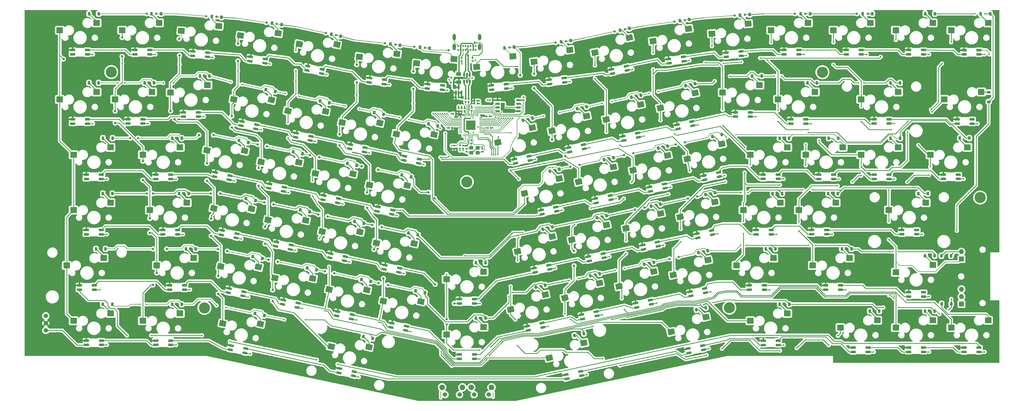
<source format=gbr>
%TF.GenerationSoftware,KiCad,Pcbnew,7.0.10*%
%TF.CreationDate,2024-01-25T00:58:59+01:00*%
%TF.ProjectId,Wonderland,576f6e64-6572-46c6-916e-642e6b696361,rev?*%
%TF.SameCoordinates,Original*%
%TF.FileFunction,Copper,L2,Bot*%
%TF.FilePolarity,Positive*%
%FSLAX46Y46*%
G04 Gerber Fmt 4.6, Leading zero omitted, Abs format (unit mm)*
G04 Created by KiCad (PCBNEW 7.0.10) date 2024-01-25 00:58:59*
%MOMM*%
%LPD*%
G01*
G04 APERTURE LIST*
G04 Aperture macros list*
%AMRoundRect*
0 Rectangle with rounded corners*
0 $1 Rounding radius*
0 $2 $3 $4 $5 $6 $7 $8 $9 X,Y pos of 4 corners*
0 Add a 4 corners polygon primitive as box body*
4,1,4,$2,$3,$4,$5,$6,$7,$8,$9,$2,$3,0*
0 Add four circle primitives for the rounded corners*
1,1,$1+$1,$2,$3*
1,1,$1+$1,$4,$5*
1,1,$1+$1,$6,$7*
1,1,$1+$1,$8,$9*
0 Add four rect primitives between the rounded corners*
20,1,$1+$1,$2,$3,$4,$5,0*
20,1,$1+$1,$4,$5,$6,$7,0*
20,1,$1+$1,$6,$7,$8,$9,0*
20,1,$1+$1,$8,$9,$2,$3,0*%
%AMRotRect*
0 Rectangle, with rotation*
0 The origin of the aperture is its center*
0 $1 length*
0 $2 width*
0 $3 Rotation angle, in degrees counterclockwise*
0 Add horizontal line*
21,1,$1,$2,0,0,$3*%
G04 Aperture macros list end*
%TA.AperFunction,NonConductor*%
%ADD10C,0.200000*%
%TD*%
%TA.AperFunction,SMDPad,CuDef*%
%ADD11RoundRect,0.150000X0.650000X0.150000X-0.650000X0.150000X-0.650000X-0.150000X0.650000X-0.150000X0*%
%TD*%
%TA.AperFunction,SMDPad,CuDef*%
%ADD12R,2.300000X2.000000*%
%TD*%
%TA.AperFunction,SMDPad,CuDef*%
%ADD13R,1.700000X0.820000*%
%TD*%
%TA.AperFunction,SMDPad,CuDef*%
%ADD14RoundRect,0.205000X-0.645000X-0.205000X0.645000X-0.205000X0.645000X0.205000X-0.645000X0.205000X0*%
%TD*%
%TA.AperFunction,SMDPad,CuDef*%
%ADD15RotRect,1.700000X0.820000X12.000000*%
%TD*%
%TA.AperFunction,SMDPad,CuDef*%
%ADD16RoundRect,0.205000X-0.588283X-0.334623X0.673527X-0.066417X0.588283X0.334623X-0.673527X0.066417X0*%
%TD*%
%TA.AperFunction,SMDPad,CuDef*%
%ADD17RotRect,1.700000X0.820000X352.000000*%
%TD*%
%TA.AperFunction,SMDPad,CuDef*%
%ADD18RoundRect,0.205000X-0.667253X-0.113238X0.610192X-0.292772X0.667253X0.113238X-0.610192X0.292772X0*%
%TD*%
%TA.AperFunction,SMDPad,CuDef*%
%ADD19RotRect,1.700000X0.820000X8.000000*%
%TD*%
%TA.AperFunction,SMDPad,CuDef*%
%ADD20RoundRect,0.205000X-0.610192X-0.292772X0.667253X-0.113238X0.610192X0.292772X-0.667253X0.113238X0*%
%TD*%
%TA.AperFunction,SMDPad,CuDef*%
%ADD21RotRect,1.700000X0.820000X348.000000*%
%TD*%
%TA.AperFunction,SMDPad,CuDef*%
%ADD22RoundRect,0.205000X-0.673527X-0.066417X0.588283X-0.334623X0.673527X0.066417X-0.588283X0.334623X0*%
%TD*%
%TA.AperFunction,SMDPad,CuDef*%
%ADD23RotRect,1.700000X0.820000X353.000000*%
%TD*%
%TA.AperFunction,SMDPad,CuDef*%
%ADD24RoundRect,0.205000X-0.665175X-0.124866X0.615209X-0.282078X0.665175X0.124866X-0.615209X0.282078X0*%
%TD*%
%TA.AperFunction,SMDPad,CuDef*%
%ADD25RotRect,2.300000X2.000000X168.000000*%
%TD*%
%TA.AperFunction,SMDPad,CuDef*%
%ADD26RotRect,2.300000X2.000000X192.000000*%
%TD*%
%TA.AperFunction,SMDPad,CuDef*%
%ADD27RotRect,1.700000X0.820000X4.000000*%
%TD*%
%TA.AperFunction,SMDPad,CuDef*%
%ADD28RoundRect,0.205000X-0.629129X-0.249494X0.657729X-0.159508X0.629129X0.249494X-0.657729X0.159508X0*%
%TD*%
%TA.AperFunction,SMDPad,CuDef*%
%ADD29RotRect,2.300000X2.000000X176.000000*%
%TD*%
%TA.AperFunction,ComponentPad*%
%ADD30C,3.800000*%
%TD*%
%TA.AperFunction,ComponentPad*%
%ADD31C,1.524000*%
%TD*%
%TA.AperFunction,ComponentPad*%
%ADD32C,1.900000*%
%TD*%
%TA.AperFunction,SMDPad,CuDef*%
%ADD33RotRect,2.300000X2.000000X184.000000*%
%TD*%
%TA.AperFunction,SMDPad,CuDef*%
%ADD34RotRect,2.300000X2.000000X172.000000*%
%TD*%
%TA.AperFunction,SMDPad,CuDef*%
%ADD35RotRect,2.300000X2.000000X188.000000*%
%TD*%
%TA.AperFunction,SMDPad,CuDef*%
%ADD36RotRect,2.300000X2.000000X173.000000*%
%TD*%
%TA.AperFunction,SMDPad,CuDef*%
%ADD37RotRect,2.300000X2.000000X187.000000*%
%TD*%
%TA.AperFunction,SMDPad,CuDef*%
%ADD38RotRect,1.700000X0.820000X7.000000*%
%TD*%
%TA.AperFunction,SMDPad,CuDef*%
%ADD39RoundRect,0.205000X-0.615209X-0.282078X0.665175X-0.124866X0.615209X0.282078X-0.665175X0.124866X0*%
%TD*%
%TA.AperFunction,SMDPad,CuDef*%
%ADD40RotRect,2.300000X2.000000X175.000000*%
%TD*%
%TA.AperFunction,SMDPad,CuDef*%
%ADD41RotRect,1.700000X0.820000X5.000000*%
%TD*%
%TA.AperFunction,SMDPad,CuDef*%
%ADD42RoundRect,0.205000X-0.624679X-0.260435X0.660413X-0.148004X0.624679X0.260435X-0.660413X0.148004X0*%
%TD*%
%TA.AperFunction,SMDPad,CuDef*%
%ADD43RotRect,2.300000X2.000000X185.000000*%
%TD*%
%TA.AperFunction,SMDPad,CuDef*%
%ADD44RotRect,1.700000X0.820000X356.000000*%
%TD*%
%TA.AperFunction,SMDPad,CuDef*%
%ADD45RoundRect,0.205000X-0.657729X-0.159508X0.629129X-0.249494X0.657729X0.159508X-0.629129X0.249494X0*%
%TD*%
%TA.AperFunction,SMDPad,CuDef*%
%ADD46RotRect,1.700000X0.820000X355.000000*%
%TD*%
%TA.AperFunction,SMDPad,CuDef*%
%ADD47RoundRect,0.205000X-0.660413X-0.148004X0.624679X-0.260435X0.660413X0.148004X-0.624679X0.260435X0*%
%TD*%
%TA.AperFunction,ComponentPad*%
%ADD48R,1.700000X1.700000*%
%TD*%
%TA.AperFunction,ComponentPad*%
%ADD49O,1.700000X1.700000*%
%TD*%
%TA.AperFunction,SMDPad,CuDef*%
%ADD50RoundRect,0.225000X0.225000X0.375000X-0.225000X0.375000X-0.225000X-0.375000X0.225000X-0.375000X0*%
%TD*%
%TA.AperFunction,SMDPad,CuDef*%
%ADD51RoundRect,0.225000X0.142116X0.413585X-0.298050X0.320025X-0.142116X-0.413585X0.298050X-0.320025X0*%
%TD*%
%TA.AperFunction,SMDPad,CuDef*%
%ADD52RoundRect,0.225000X0.375000X-0.225000X0.375000X0.225000X-0.375000X0.225000X-0.375000X-0.225000X0*%
%TD*%
%TA.AperFunction,SMDPad,CuDef*%
%ADD53RoundRect,0.225000X0.298050X0.320025X-0.142116X0.413585X-0.298050X-0.320025X0.142116X-0.413585X0*%
%TD*%
%TA.AperFunction,SMDPad,CuDef*%
%ADD54RoundRect,0.150000X0.150000X-0.587500X0.150000X0.587500X-0.150000X0.587500X-0.150000X-0.587500X0*%
%TD*%
%TA.AperFunction,SMDPad,CuDef*%
%ADD55RoundRect,0.140000X0.170000X-0.140000X0.170000X0.140000X-0.170000X0.140000X-0.170000X-0.140000X0*%
%TD*%
%TA.AperFunction,SMDPad,CuDef*%
%ADD56RoundRect,0.140000X-0.140000X-0.170000X0.140000X-0.170000X0.140000X0.170000X-0.140000X0.170000X0*%
%TD*%
%TA.AperFunction,SMDPad,CuDef*%
%ADD57RoundRect,0.135000X-0.185000X0.135000X-0.185000X-0.135000X0.185000X-0.135000X0.185000X0.135000X0*%
%TD*%
%TA.AperFunction,SMDPad,CuDef*%
%ADD58RoundRect,0.250000X-0.625000X0.375000X-0.625000X-0.375000X0.625000X-0.375000X0.625000X0.375000X0*%
%TD*%
%TA.AperFunction,SMDPad,CuDef*%
%ADD59RoundRect,0.135000X0.185000X-0.135000X0.185000X0.135000X-0.185000X0.135000X-0.185000X-0.135000X0*%
%TD*%
%TA.AperFunction,SMDPad,CuDef*%
%ADD60RoundRect,0.225000X0.250611X0.358391X-0.198293X0.389782X-0.250611X-0.358391X0.198293X-0.389782X0*%
%TD*%
%TA.AperFunction,SMDPad,CuDef*%
%ADD61RoundRect,0.140000X-0.170000X0.140000X-0.170000X-0.140000X0.170000X-0.140000X0.170000X0.140000X0*%
%TD*%
%TA.AperFunction,SMDPad,CuDef*%
%ADD62RoundRect,0.150000X0.150000X-0.512500X0.150000X0.512500X-0.150000X0.512500X-0.150000X-0.512500X0*%
%TD*%
%TA.AperFunction,SMDPad,CuDef*%
%ADD63RoundRect,0.140000X0.140000X0.170000X-0.140000X0.170000X-0.140000X-0.170000X0.140000X-0.170000X0*%
%TD*%
%TA.AperFunction,SMDPad,CuDef*%
%ADD64RoundRect,0.225000X0.256827X0.353963X-0.191460X0.393183X-0.256827X-0.353963X0.191460X-0.393183X0*%
%TD*%
%TA.AperFunction,SMDPad,CuDef*%
%ADD65RoundRect,0.225000X0.269024X0.344784X-0.177622X0.399625X-0.269024X-0.344784X0.177622X-0.399625X0*%
%TD*%
%TA.AperFunction,SMDPad,CuDef*%
%ADD66RoundRect,0.225000X0.170620X0.402664X-0.275000X0.340037X-0.170620X-0.402664X0.275000X-0.340037X0*%
%TD*%
%TA.AperFunction,SMDPad,CuDef*%
%ADD67RoundRect,0.050000X0.387500X0.050000X-0.387500X0.050000X-0.387500X-0.050000X0.387500X-0.050000X0*%
%TD*%
%TA.AperFunction,SMDPad,CuDef*%
%ADD68RoundRect,0.050000X0.050000X0.387500X-0.050000X0.387500X-0.050000X-0.387500X0.050000X-0.387500X0*%
%TD*%
%TA.AperFunction,ComponentPad*%
%ADD69C,0.600000*%
%TD*%
%TA.AperFunction,SMDPad,CuDef*%
%ADD70RoundRect,0.144000X1.456000X1.456000X-1.456000X1.456000X-1.456000X-1.456000X1.456000X-1.456000X0*%
%TD*%
%TA.AperFunction,SMDPad,CuDef*%
%ADD71RoundRect,0.225000X0.198293X0.389782X-0.250611X0.358391X-0.198293X-0.389782X0.250611X-0.358391X0*%
%TD*%
%TA.AperFunction,SMDPad,CuDef*%
%ADD72R,1.400000X1.200000*%
%TD*%
%TA.AperFunction,SMDPad,CuDef*%
%ADD73RoundRect,0.225000X0.275000X0.340037X-0.170620X0.402664X-0.275000X-0.340037X0.170620X-0.402664X0*%
%TD*%
%TA.AperFunction,SMDPad,CuDef*%
%ADD74RoundRect,0.225000X0.191460X0.393183X-0.256827X0.353963X-0.191460X-0.393183X0.256827X-0.353963X0*%
%TD*%
%TA.AperFunction,SMDPad,CuDef*%
%ADD75RoundRect,0.225000X0.177622X0.399625X-0.269024X0.344784X-0.177622X-0.399625X0.269024X-0.344784X0*%
%TD*%
%TA.AperFunction,ComponentPad*%
%ADD76C,0.650000*%
%TD*%
%TA.AperFunction,ComponentPad*%
%ADD77O,1.108000X2.216000*%
%TD*%
%TA.AperFunction,ViaPad*%
%ADD78C,0.500000*%
%TD*%
%TA.AperFunction,ViaPad*%
%ADD79C,0.800000*%
%TD*%
%TA.AperFunction,Conductor*%
%ADD80C,0.200000*%
%TD*%
%TA.AperFunction,Conductor*%
%ADD81C,0.254000*%
%TD*%
%TA.AperFunction,Conductor*%
%ADD82C,0.250000*%
%TD*%
%TA.AperFunction,Conductor*%
%ADD83C,0.400000*%
%TD*%
%TA.AperFunction,Conductor*%
%ADD84C,0.350000*%
%TD*%
G04 APERTURE END LIST*
D10*
X169730000Y-156100000D02*
X169730000Y-158170000D01*
X187730000Y-156220000D02*
X187730000Y-157940000D01*
D11*
%TO.P,U2,1,~{CS}*%
%TO.N,CS*%
X196460000Y-55665000D03*
%TO.P,U2,2,DO(IO1)*%
%TO.N,SD1*%
X196460000Y-56935000D03*
%TO.P,U2,3,IO2*%
%TO.N,SD2*%
X196460000Y-58205000D03*
%TO.P,U2,4,GND*%
%TO.N,GND*%
X196460000Y-59475000D03*
%TO.P,U2,5,DI(IO0)*%
%TO.N,SD0*%
X189260000Y-59475000D03*
%TO.P,U2,6,CLK*%
%TO.N,QSPI_CLK*%
X189260000Y-58205000D03*
%TO.P,U2,7,IO3*%
%TO.N,SD3*%
X189260000Y-56935000D03*
%TO.P,U2,8,VCC*%
%TO.N,+3V3*%
X189260000Y-55665000D03*
%TD*%
D12*
%TO.P,KD1,1,1*%
%TO.N,col01*%
X69747585Y-93517303D03*
%TO.P,KD1,2,2*%
%TO.N,Net-(DD1-A)*%
X82447585Y-90977303D03*
%TD*%
D13*
%TO.P,RGBF7,1,VCC*%
%TO.N,+3V3*%
X311560000Y-140830000D03*
%TO.P,RGBF7,2,DOUT*%
%TO.N,/IN_F6*%
X311560000Y-142330000D03*
D14*
%TO.P,RGBF7,3,GND*%
%TO.N,GND*%
X316660000Y-142330000D03*
D13*
%TO.P,RGBF7,4,DIN*%
%TO.N,/IN_F7*%
X316660000Y-140830000D03*
%TD*%
D12*
%TO.P,KB11,1,1*%
%TO.N,col11*%
X266628485Y-53036003D03*
%TO.P,KB11,2,2*%
%TO.N,Net-(DB11-A)*%
X279328485Y-50496003D03*
%TD*%
D15*
%TO.P,RGBE8,1,VCC*%
%TO.N,+3V3*%
X218189790Y-129516564D03*
%TO.P,RGBE8,2,DOUT*%
%TO.N,/IN_E7*%
X218501657Y-130983786D03*
D16*
%TO.P,RGBE8,3,GND*%
%TO.N,GND*%
X223490210Y-129923436D03*
D15*
%TO.P,RGBE8,4,DIN*%
%TO.N,/IN_E8*%
X223178343Y-128456214D03*
%TD*%
D17*
%TO.P,RGBA3,1,VCC*%
%TO.N,+3V3*%
X104394863Y-40783852D03*
%TO.P,RGBA3,2,DOUT*%
%TO.N,/IN_A2*%
X104186104Y-42269254D03*
D18*
%TO.P,RGBA3,3,GND*%
%TO.N,GND*%
X109236471Y-42979036D03*
D17*
%TO.P,RGBA3,4,DIN*%
%TO.N,/IN_A3*%
X109445230Y-41493634D03*
%TD*%
D15*
%TO.P,RGBC6,1,VCC*%
%TO.N,+3V3*%
X204321447Y-93510350D03*
%TO.P,RGBC6,2,DOUT*%
%TO.N,/IN_C5*%
X204633314Y-94977572D03*
D16*
%TO.P,RGBC6,3,GND*%
%TO.N,GND*%
X209621867Y-93917222D03*
D15*
%TO.P,RGBC6,4,DIN*%
%TO.N,/IN_C6*%
X209310000Y-92450000D03*
%TD*%
D13*
%TO.P,RGBF1,1,VCC*%
%TO.N,+3V3*%
X71820000Y-138440000D03*
%TO.P,RGBF1,2,DOUT*%
%TO.N,/IN_F0*%
X71820000Y-139940000D03*
D14*
%TO.P,RGBF1,3,GND*%
%TO.N,GND*%
X76920000Y-139940000D03*
D13*
%TO.P,RGBF1,4,DIN*%
%TO.N,/IN_F1*%
X76920000Y-138440000D03*
%TD*%
D12*
%TO.P,KD11,1,1*%
%TO.N,col11*%
X273772285Y-93517303D03*
%TO.P,KD11,2,2*%
%TO.N,Net-(DD11-A)*%
X286472285Y-90977303D03*
%TD*%
D13*
%TO.P,RGBD11,1,VCC*%
%TO.N,+3V3*%
X278220000Y-100350000D03*
%TO.P,RGBD11,2,DOUT*%
%TO.N,/IN_D10*%
X278220000Y-101850000D03*
D14*
%TO.P,RGBD11,3,GND*%
%TO.N,GND*%
X283320000Y-101850000D03*
D13*
%TO.P,RGBD11,4,DIN*%
%TO.N,/IN_D11*%
X283320000Y-100350000D03*
%TD*%
D19*
%TO.P,RGBA10,1,VCC*%
%TO.N,+3V3*%
X248080437Y-41492190D03*
%TO.P,RGBA10,2,DOUT*%
%TO.N,/IN_A9*%
X248289196Y-42977592D03*
D20*
%TO.P,RGBA10,3,GND*%
%TO.N,GND*%
X253339563Y-42267810D03*
D19*
%TO.P,RGBA10,4,DIN*%
%TO.N,/IN_A10*%
X253130804Y-40782408D03*
%TD*%
D12*
%TO.P,KC12,1,1*%
%TO.N,col12*%
X314253485Y-74467303D03*
%TO.P,KC12,2,2*%
%TO.N,Net-(DC12-A)*%
X326953485Y-71927303D03*
%TD*%
D21*
%TO.P,RGBF3,1,VCC*%
%TO.N,+3V3*%
X135041447Y-148069650D03*
%TO.P,RGBF3,2,DOUT*%
%TO.N,/IN_F2*%
X134729580Y-149536872D03*
D22*
%TO.P,RGBF3,3,GND*%
%TO.N,GND*%
X139718133Y-150597222D03*
D21*
%TO.P,RGBF3,4,DIN*%
%TO.N,/IN_F3*%
X140030000Y-149130000D03*
%TD*%
D23*
%TO.P,RGBA5,1,VCC*%
%TO.N,+3V3*%
X145360409Y-48034824D03*
%TO.P,RGBA5,2,DOUT*%
%TO.N,/IN_A4*%
X145177605Y-49523643D03*
D24*
%TO.P,RGBA5,3,GND*%
%TO.N,GND*%
X150239591Y-50145176D03*
D23*
%TO.P,RGBA5,4,DIN*%
%TO.N,/IN_A5*%
X150422395Y-48656357D03*
%TD*%
D25*
%TO.P,KC4,1,1*%
%TO.N,col04*%
X126645261Y-80880715D03*
%TO.P,KC4,2,2*%
%TO.N,Net-(DC4-A)*%
X139595831Y-81036699D03*
%TD*%
D26*
%TO.P,KB10,1,1*%
%TO.N,col10*%
X245254354Y-58348561D03*
%TO.P,KB10,2,2*%
%TO.N,Net-(DB10-A)*%
X257148733Y-53223588D03*
%TD*%
D25*
%TO.P,KE3,1,1*%
%TO.N,col03*%
X112774061Y-116883415D03*
%TO.P,KE3,2,2*%
%TO.N,Net-(DE3-A)*%
X125724631Y-117039399D03*
%TD*%
D13*
%TO.P,RGBF10,1,VCC*%
%TO.N,+3V3*%
X330610000Y-38430000D03*
%TO.P,RGBF10,2,DOUT*%
%TO.N,/IN_A13*%
X330610000Y-39930000D03*
D14*
%TO.P,RGBF10,3,GND*%
%TO.N,GND*%
X335710000Y-39930000D03*
D13*
%TO.P,RGBF10,4,DIN*%
%TO.N,/IN_F10*%
X335710000Y-38430000D03*
%TD*%
D27*
%TO.P,RGBA11,1,VCC*%
%TO.N,+3V3*%
X267863894Y-39289706D03*
%TO.P,RGBA11,2,DOUT*%
%TO.N,/IN_A10*%
X267968529Y-40786052D03*
D28*
%TO.P,RGBA11,3,GND*%
%TO.N,GND*%
X273056106Y-40430294D03*
D27*
%TO.P,RGBA11,4,DIN*%
%TO.N,/IN_A11*%
X272951471Y-38933948D03*
%TD*%
D15*
%TO.P,RGBB8,1,VCC*%
%TO.N,+3V3*%
X213761447Y-72020350D03*
%TO.P,RGBB8,2,DOUT*%
%TO.N,/IN_B7*%
X214073314Y-73487572D03*
D16*
%TO.P,RGBB8,3,GND*%
%TO.N,GND*%
X219061867Y-72427222D03*
D15*
%TO.P,RGBB8,4,DIN*%
%TO.N,/IN_B8*%
X218750000Y-70960000D03*
%TD*%
D26*
%TO.P,KB9,1,1*%
%TO.N,col09*%
X226620654Y-62309261D03*
%TO.P,KB9,2,2*%
%TO.N,Net-(DB9-A)*%
X238515033Y-57184288D03*
%TD*%
D15*
%TO.P,RGBA9,1,VCC*%
%TO.N,+3V3*%
X228501447Y-45040349D03*
%TO.P,RGBA9,2,DOUT*%
%TO.N,/IN_A8*%
X228813314Y-46507571D03*
D16*
%TO.P,RGBA9,3,GND*%
%TO.N,GND*%
X233801867Y-45447221D03*
D15*
%TO.P,RGBA9,4,DIN*%
%TO.N,/IN_A9*%
X233490000Y-43979999D03*
%TD*%
D12*
%TO.P,KC1,1,1*%
%TO.N,col01*%
X67366285Y-74467303D03*
%TO.P,KC1,2,2*%
%TO.N,Net-(DC1-A)*%
X80066285Y-71927303D03*
%TD*%
D29*
%TO.P,KA2,1,1*%
%TO.N,col02*%
X80610776Y-31810420D03*
%TO.P,KA2,2,2*%
%TO.N,Net-(DA2-A)*%
X93457020Y-30162515D03*
%TD*%
D12*
%TO.P,KF8,1,1*%
%TO.N,col08*%
X326159785Y-133998503D03*
%TO.P,KF8,2,2*%
%TO.N,Net-(DF8-A)*%
X338859785Y-131458503D03*
%TD*%
D13*
%TO.P,RGBB13,1,VCC*%
%TO.N,+3V3*%
X318710000Y-62240000D03*
%TO.P,RGBB13,2,DOUT*%
%TO.N,/IN_B12*%
X318710000Y-63740000D03*
D14*
%TO.P,RGBB13,3,GND*%
%TO.N,GND*%
X323810000Y-63740000D03*
D13*
%TO.P,RGBB13,4,DIN*%
%TO.N,/IN_B13*%
X323810000Y-62240000D03*
%TD*%
D26*
%TO.P,KA9,1,1*%
%TO.N,col09*%
X222723354Y-39285161D03*
%TO.P,KA9,2,2*%
%TO.N,Net-(DA9-A)*%
X234617733Y-34160188D03*
%TD*%
D12*
%TO.P,KA12,1,1*%
%TO.N,col12*%
X283297285Y-31604803D03*
%TO.P,KA12,2,2*%
%TO.N,Net-(DA12-A)*%
X295997285Y-29064803D03*
%TD*%
D26*
%TO.P,KE8,1,1*%
%TO.N,col08*%
X212417954Y-123754961D03*
%TO.P,KE8,2,2*%
%TO.N,Net-(DE8-A)*%
X224312333Y-118629988D03*
%TD*%
D12*
%TO.P,KF0,1,1*%
%TO.N,col00*%
X43553835Y-131617303D03*
%TO.P,KF0,2,2*%
%TO.N,Net-(DF0-A)*%
X56253835Y-129077303D03*
%TD*%
%TO.P,KD13,1,1*%
%TO.N,col13*%
X323778535Y-93517303D03*
%TO.P,KD13,2,2*%
%TO.N,Net-(DD13-A)*%
X336478535Y-90977303D03*
%TD*%
D15*
%TO.P,RGBB10,1,VCC*%
%TO.N,+3V3*%
X251031447Y-64100350D03*
%TO.P,RGBB10,2,DOUT*%
%TO.N,/IN_B9*%
X251343314Y-65567572D03*
D16*
%TO.P,RGBB10,3,GND*%
%TO.N,GND*%
X256331867Y-64507222D03*
D15*
%TO.P,RGBB10,4,DIN*%
%TO.N,/IN_B10*%
X256020000Y-63040000D03*
%TD*%
D12*
%TO.P,KC11,1,1*%
%TO.N,col11*%
X295203485Y-74467303D03*
%TO.P,KC11,2,2*%
%TO.N,Net-(DC11-A)*%
X307903485Y-71927303D03*
%TD*%
D13*
%TO.P,RGBC1,1,VCC*%
%TO.N,+3V3*%
X71820000Y-81300000D03*
%TO.P,RGBC1,2,DOUT*%
%TO.N,/IN_C0*%
X71820000Y-82800000D03*
D14*
%TO.P,RGBC1,3,GND*%
%TO.N,GND*%
X76920000Y-82800000D03*
D13*
%TO.P,RGBC1,4,DIN*%
%TO.N,/IN_C1*%
X76920000Y-81300000D03*
%TD*%
D30*
%TO.P,MountTopMiddle6,1*%
%TO.N,N/C*%
X355131285Y-89199803D03*
%TD*%
D31*
%TO.P,RSW2,1,1*%
%TO.N,~{RESET}*%
X176210000Y-157040000D03*
%TO.P,RSW2,2,2*%
%TO.N,GND*%
X171210000Y-157040000D03*
D32*
%TO.P,RSW2,3*%
%TO.N,N/C*%
X177210000Y-154540000D03*
X170210000Y-154540000D03*
%TD*%
D33*
%TO.P,KA11,1,1*%
%TO.N,col11*%
X262943093Y-32787050D03*
%TO.P,KA11,2,2*%
%TO.N,Net-(DA11-A)*%
X275434975Y-29367330D03*
%TD*%
D26*
%TO.P,KD9,1,1*%
%TO.N,col09*%
X233432854Y-99812461D03*
%TO.P,KD9,2,2*%
%TO.N,Net-(DD9-A)*%
X245327233Y-94687488D03*
%TD*%
D12*
%TO.P,KA13,1,1*%
%TO.N,col13*%
X304728485Y-31604803D03*
%TO.P,KA13,2,2*%
%TO.N,Net-(DA13-A)*%
X317428485Y-29064803D03*
%TD*%
D25*
%TO.P,KD4,1,1*%
%TO.N,col04*%
X129026561Y-100862415D03*
%TO.P,KD4,2,2*%
%TO.N,Net-(DD4-A)*%
X141977131Y-101018399D03*
%TD*%
D34*
%TO.P,KA3,1,1*%
%TO.N,col03*%
X100936255Y-33402927D03*
%TO.P,KA3,2,2*%
%TO.N,Net-(DA3-A)*%
X113866159Y-32655144D03*
%TD*%
D26*
%TO.P,KF4,1,1*%
%TO.N,col04*%
X207061824Y-144369012D03*
%TO.P,KF4,2,2*%
%TO.N,Net-(DF4-A)*%
X218956203Y-139244039D03*
%TD*%
D13*
%TO.P,RGBD12,1,VCC*%
%TO.N,+3V3*%
X297270000Y-100330000D03*
%TO.P,RGBD12,2,DOUT*%
%TO.N,/IN_D11*%
X297270000Y-101830000D03*
D14*
%TO.P,RGBD12,3,GND*%
%TO.N,GND*%
X302370000Y-101830000D03*
D13*
%TO.P,RGBD12,4,DIN*%
%TO.N,/IN_D12*%
X302370000Y-100330000D03*
%TD*%
%TO.P,RGBB1,1,VCC*%
%TO.N,+3V3*%
X62290000Y-62230000D03*
%TO.P,RGBB1,2,DOUT*%
%TO.N,/IN_B0*%
X62290000Y-63730000D03*
D14*
%TO.P,RGBB1,3,GND*%
%TO.N,GND*%
X67390000Y-63730000D03*
D13*
%TO.P,RGBB1,4,DIN*%
%TO.N,/IN_B1*%
X67390000Y-62230000D03*
%TD*%
D12*
%TO.P,KF10,1,1*%
%TO.N,col10*%
X326159785Y-31604803D03*
%TO.P,KF10,2,2*%
%TO.N,Net-(DF10-A)*%
X338859785Y-29064803D03*
%TD*%
%TO.P,KB2,1,1*%
%TO.N,col02*%
X76891285Y-53036003D03*
%TO.P,KB2,2,2*%
%TO.N,Net-(DB2-A)*%
X89591285Y-50496003D03*
%TD*%
D35*
%TO.P,KA10,1,1*%
%TO.N,col10*%
X242719769Y-35351303D03*
%TO.P,KA10,2,2*%
%TO.N,Net-(DA10-A)*%
X254942674Y-31068523D03*
%TD*%
D13*
%TO.P,RGBB0,1,VCC*%
%TO.N,+3V3*%
X43240000Y-62250000D03*
%TO.P,RGBB0,2,DOUT*%
%TO.N,/IN_C13*%
X43240000Y-63750000D03*
D14*
%TO.P,RGBB0,3,GND*%
%TO.N,GND*%
X48340000Y-63750000D03*
D13*
%TO.P,RGBB0,4,DIN*%
%TO.N,/IN_B0*%
X48340000Y-62250000D03*
%TD*%
D12*
%TO.P,KB0,1,1*%
%TO.N,col00*%
X38791285Y-55417303D03*
%TO.P,KB0,2,2*%
%TO.N,Net-(DB0-A)*%
X51491285Y-52877303D03*
%TD*%
D25*
%TO.P,KB6,1,1*%
%TO.N,col06*%
X154472461Y-67319915D03*
%TO.P,KB6,2,2*%
%TO.N,Net-(DB6-A)*%
X167423031Y-67475899D03*
%TD*%
D30*
%TO.P,MountTopMiddle4,1*%
%TO.N,N/C*%
X268941285Y-127139803D03*
%TD*%
D36*
%TO.P,KA5,1,1*%
%TO.N,col05*%
X141784181Y-40717856D03*
%TO.P,KA5,2,2*%
%TO.N,Net-(DA5-A)*%
X154699066Y-39744530D03*
%TD*%
D21*
%TO.P,RGBD4,1,VCC*%
%TO.N,+3V3*%
X131961447Y-108459650D03*
%TO.P,RGBD4,2,DOUT*%
%TO.N,/IN_D3*%
X131649580Y-109926872D03*
D22*
%TO.P,RGBD4,3,GND*%
%TO.N,GND*%
X136638133Y-110987222D03*
D21*
%TO.P,RGBD4,4,DIN*%
%TO.N,/IN_D4*%
X136950000Y-109520000D03*
%TD*%
D25*
%TO.P,KB4,1,1*%
%TO.N,col04*%
X117205061Y-59398515D03*
%TO.P,KB4,2,2*%
%TO.N,Net-(DB4-A)*%
X130155631Y-59554499D03*
%TD*%
D12*
%TO.P,KE6,1,1*%
%TO.N,col06*%
X171759885Y-136379803D03*
%TO.P,KE6,2,2*%
%TO.N,Net-(DE6-A)*%
X184459885Y-133839803D03*
%TD*%
D26*
%TO.P,KC7,1,1*%
%TO.N,col07*%
X217180454Y-83791461D03*
%TO.P,KC7,2,2*%
%TO.N,Net-(DC7-A)*%
X229074833Y-78666488D03*
%TD*%
%TO.P,KC6,1,1*%
%TO.N,col06*%
X198546754Y-87752161D03*
%TO.P,KC6,2,2*%
%TO.N,Net-(DC6-A)*%
X210441133Y-82627188D03*
%TD*%
D21*
%TO.P,RGBE5,1,VCC*%
%TO.N,+3V3*%
X152971447Y-132419650D03*
%TO.P,RGBE5,2,DOUT*%
%TO.N,/IN_E4*%
X152659580Y-133886872D03*
D22*
%TO.P,RGBE5,3,GND*%
%TO.N,GND*%
X157648133Y-134947222D03*
D21*
%TO.P,RGBE5,4,DIN*%
%TO.N,/IN_E5*%
X157960000Y-133480000D03*
%TD*%
D12*
%TO.P,KE11,1,1*%
%TO.N,col11*%
X271390985Y-112567303D03*
%TO.P,KE11,2,2*%
%TO.N,Net-(DE11-A)*%
X284090985Y-110027303D03*
%TD*%
D13*
%TO.P,RGBF6,1,VCC*%
%TO.N,+3V3*%
X280610000Y-138450000D03*
%TO.P,RGBF6,2,DOUT*%
%TO.N,/IN_F5*%
X280610000Y-139950000D03*
D14*
%TO.P,RGBF6,3,GND*%
%TO.N,GND*%
X285710000Y-139950000D03*
D13*
%TO.P,RGBF6,4,DIN*%
%TO.N,/IN_F6*%
X285710000Y-138450000D03*
%TD*%
D37*
%TO.P,KA8,1,1*%
%TO.N,col08*%
X201839947Y-42424016D03*
%TO.P,KA8,2,2*%
%TO.N,Net-(DA8-A)*%
X214135735Y-38355208D03*
%TD*%
D15*
%TO.P,RGBD7,1,VCC*%
%TO.N,+3V3*%
X201941447Y-113490350D03*
%TO.P,RGBD7,2,DOUT*%
%TO.N,/IN_D6*%
X202253314Y-114957572D03*
D16*
%TO.P,RGBD7,3,GND*%
%TO.N,GND*%
X207241867Y-113897222D03*
D15*
%TO.P,RGBD7,4,DIN*%
%TO.N,/IN_D7*%
X206930000Y-112430000D03*
%TD*%
D21*
%TO.P,RGBB6,1,VCC*%
%TO.N,+3V3*%
X157401657Y-74926214D03*
%TO.P,RGBB6,2,DOUT*%
%TO.N,/IN_B5*%
X157089790Y-76393436D03*
D22*
%TO.P,RGBB6,3,GND*%
%TO.N,GND*%
X162078343Y-77453786D03*
D21*
%TO.P,RGBB6,4,DIN*%
%TO.N,/IN_B6*%
X162390210Y-75986564D03*
%TD*%
D25*
%TO.P,KE4,1,1*%
%TO.N,col04*%
X131407761Y-120844215D03*
%TO.P,KE4,2,2*%
%TO.N,Net-(DE4-A)*%
X144358331Y-121000199D03*
%TD*%
D12*
%TO.P,KF11,1,1*%
%TO.N,col11*%
X345209785Y-31604803D03*
%TO.P,KF11,2,2*%
%TO.N,Net-(DF11-A)*%
X357909785Y-29064803D03*
%TD*%
D25*
%TO.P,KC3,1,1*%
%TO.N,col03*%
X108011561Y-76920015D03*
%TO.P,KC3,2,2*%
%TO.N,Net-(DC3-A)*%
X120962131Y-77075999D03*
%TD*%
%TO.P,KB3,1,1*%
%TO.N,col03*%
X98571361Y-55437815D03*
%TO.P,KB3,2,2*%
%TO.N,Net-(DB3-A)*%
X111521931Y-55593799D03*
%TD*%
D13*
%TO.P,RGBF11,1,VCC*%
%TO.N,+3V3*%
X349660000Y-38440000D03*
%TO.P,RGBF11,2,DOUT*%
%TO.N,/IN_F10*%
X349660000Y-39940000D03*
D14*
%TO.P,RGBF11,3,GND*%
%TO.N,GND*%
X354760000Y-39940000D03*
D13*
%TO.P,RGBF11,4,DIN*%
%TO.N,RGB_Matrix*%
X354760000Y-38440000D03*
%TD*%
D26*
%TO.P,KD7,1,1*%
%TO.N,col07*%
X196165454Y-107733961D03*
%TO.P,KD7,2,2*%
%TO.N,Net-(DD7-A)*%
X208059833Y-102608988D03*
%TD*%
D30*
%TO.P,MountTopMiddle1,1*%
%TO.N,N/C*%
X56521285Y-45989803D03*
%TD*%
D13*
%TO.P,RGBF8,1,VCC*%
%TO.N,+3V3*%
X330610000Y-140820000D03*
%TO.P,RGBF8,2,DOUT*%
%TO.N,/IN_F7*%
X330610000Y-142320000D03*
D14*
%TO.P,RGBF8,3,GND*%
%TO.N,GND*%
X335710000Y-142320000D03*
D13*
%TO.P,RGBF8,4,DIN*%
%TO.N,/IN_F8*%
X335710000Y-140820000D03*
%TD*%
D21*
%TO.P,RGBE3,1,VCC*%
%TO.N,+3V3*%
X115701657Y-124486214D03*
%TO.P,RGBE3,2,DOUT*%
%TO.N,/IN_E2*%
X115389790Y-125953436D03*
D22*
%TO.P,RGBE3,3,GND*%
%TO.N,GND*%
X120378343Y-127013786D03*
D21*
%TO.P,RGBE3,4,DIN*%
%TO.N,/IN_E3*%
X120690210Y-125546564D03*
%TD*%
D13*
%TO.P,RGBD1,1,VCC*%
%TO.N,+3V3*%
X74200000Y-100350000D03*
%TO.P,RGBD1,2,DOUT*%
%TO.N,/IN_D0*%
X74200000Y-101850000D03*
D14*
%TO.P,RGBD1,3,GND*%
%TO.N,GND*%
X79300000Y-101850000D03*
D13*
%TO.P,RGBD1,4,DIN*%
%TO.N,/IN_D1*%
X79300000Y-100350000D03*
%TD*%
D15*
%TO.P,RGBF5,1,VCC*%
%TO.N,+3V3*%
X254761447Y-141210350D03*
%TO.P,RGBF5,2,DOUT*%
%TO.N,/IN_F4*%
X255073314Y-142677572D03*
D16*
%TO.P,RGBF5,3,GND*%
%TO.N,GND*%
X260061867Y-141617222D03*
D15*
%TO.P,RGBF5,4,DIN*%
%TO.N,/IN_F5*%
X259750000Y-140150000D03*
%TD*%
D13*
%TO.P,RGBB11,1,VCC*%
%TO.N,+3V3*%
X271080000Y-59870000D03*
%TO.P,RGBB11,2,DOUT*%
%TO.N,/IN_B10*%
X271080000Y-61370000D03*
D14*
%TO.P,RGBB11,3,GND*%
%TO.N,GND*%
X276180000Y-61370000D03*
D13*
%TO.P,RGBB11,4,DIN*%
%TO.N,/IN_B11*%
X276180000Y-59870000D03*
%TD*%
%TO.P,RGBE11,1,VCC*%
%TO.N,+3V3*%
X275840000Y-119400000D03*
%TO.P,RGBE11,2,DOUT*%
%TO.N,/IN_E10*%
X275840000Y-120900000D03*
D14*
%TO.P,RGBE11,3,GND*%
%TO.N,GND*%
X280940000Y-120900000D03*
D13*
%TO.P,RGBE11,4,DIN*%
%TO.N,/IN_E11*%
X280940000Y-119400000D03*
%TD*%
D31*
%TO.P,RSW1,1,1*%
%TO.N,GND*%
X186210000Y-157040000D03*
%TO.P,RSW1,2,2*%
%TO.N,/~{USB_BOOT}*%
X181210000Y-157040000D03*
D32*
%TO.P,RSW1,3*%
%TO.N,N/C*%
X187210000Y-154540000D03*
X180210000Y-154540000D03*
%TD*%
D15*
%TO.P,RGBB7,1,VCC*%
%TO.N,+3V3*%
X195131447Y-75990350D03*
%TO.P,RGBB7,2,DOUT*%
%TO.N,/IN_B6*%
X195443314Y-77457572D03*
D16*
%TO.P,RGBB7,3,GND*%
%TO.N,GND*%
X200431867Y-76397222D03*
D15*
%TO.P,RGBB7,4,DIN*%
%TO.N,/IN_B7*%
X200120000Y-74930000D03*
%TD*%
D25*
%TO.P,KD2,1,1*%
%TO.N,col02*%
X91759161Y-92941015D03*
%TO.P,KD2,2,2*%
%TO.N,Net-(DD2-A)*%
X104709731Y-93096999D03*
%TD*%
D12*
%TO.P,KD6,1,1*%
%TO.N,col06*%
X171759885Y-117329803D03*
%TO.P,KD6,2,2*%
%TO.N,Net-(DD6-A)*%
X184459885Y-114789803D03*
%TD*%
%TO.P,KF7,1,1*%
%TO.N,col07*%
X307109785Y-133998503D03*
%TO.P,KF7,2,2*%
%TO.N,Net-(DF7-A)*%
X319809785Y-131458503D03*
%TD*%
D13*
%TO.P,RGBE12,1,VCC*%
%TO.N,+3V3*%
X302040000Y-119400000D03*
%TO.P,RGBE12,2,DOUT*%
%TO.N,/IN_E11*%
X302040000Y-120900000D03*
D14*
%TO.P,RGBE12,3,GND*%
%TO.N,GND*%
X307140000Y-120900000D03*
D13*
%TO.P,RGBE12,4,DIN*%
%TO.N,/IN_E12*%
X307140000Y-119400000D03*
%TD*%
%TO.P,RGBA13,1,VCC*%
%TO.N,+3V3*%
X309180000Y-38430000D03*
%TO.P,RGBA13,2,DOUT*%
%TO.N,/IN_A12*%
X309180000Y-39930000D03*
D14*
%TO.P,RGBA13,3,GND*%
%TO.N,GND*%
X314280000Y-39930000D03*
D13*
%TO.P,RGBA13,4,DIN*%
%TO.N,/IN_A13*%
X314280000Y-38430000D03*
%TD*%
D15*
%TO.P,RGBB9,1,VCC*%
%TO.N,+3V3*%
X232399790Y-68066564D03*
%TO.P,RGBB9,2,DOUT*%
%TO.N,/IN_B8*%
X232711657Y-69533786D03*
D16*
%TO.P,RGBB9,3,GND*%
%TO.N,GND*%
X237700210Y-68473436D03*
D15*
%TO.P,RGBB9,4,DIN*%
%TO.N,/IN_B9*%
X237388343Y-67006214D03*
%TD*%
D13*
%TO.P,RGBE13,1,VCC*%
%TO.N,+3V3*%
X330610000Y-121780000D03*
%TO.P,RGBE13,2,DOUT*%
%TO.N,/IN_E12*%
X330610000Y-123280000D03*
D14*
%TO.P,RGBE13,3,GND*%
%TO.N,GND*%
X335710000Y-123280000D03*
D13*
%TO.P,RGBE13,4,DIN*%
%TO.N,/IN_E13*%
X335710000Y-121780000D03*
%TD*%
D25*
%TO.P,KC2,1,1*%
%TO.N,col02*%
X89377861Y-72959215D03*
%TO.P,KC2,2,2*%
%TO.N,Net-(DC2-A)*%
X102328431Y-73115199D03*
%TD*%
D30*
%TO.P,MountTopMiddle3,1*%
%TO.N,N/C*%
X178740000Y-83830000D03*
%TD*%
D12*
%TO.P,KE12,1,1*%
%TO.N,col12*%
X297584735Y-112567303D03*
%TO.P,KE12,2,2*%
%TO.N,Net-(DE12-A)*%
X310284735Y-110027303D03*
%TD*%
%TO.P,KC13,1,1*%
%TO.N,col13*%
X338065985Y-74467303D03*
%TO.P,KC13,2,2*%
%TO.N,/KC13_out*%
X350765985Y-71927303D03*
%TD*%
D13*
%TO.P,RGBC10,1,VCC*%
%TO.N,+3V3*%
X280600000Y-81290000D03*
%TO.P,RGBC10,2,DOUT*%
%TO.N,/IN_C9*%
X280600000Y-82790000D03*
D14*
%TO.P,RGBC10,3,GND*%
%TO.N,GND*%
X285700000Y-82790000D03*
D13*
%TO.P,RGBC10,4,DIN*%
%TO.N,/IN_C10*%
X285700000Y-81290000D03*
%TD*%
D15*
%TO.P,RGBF4,1,VCC*%
%TO.N,+3V3*%
X212831447Y-150120350D03*
%TO.P,RGBF4,2,DOUT*%
%TO.N,/IN_F3*%
X213143314Y-151587572D03*
D16*
%TO.P,RGBF4,3,GND*%
%TO.N,GND*%
X218131867Y-150527222D03*
D15*
%TO.P,RGBF4,4,DIN*%
%TO.N,/IN_F4*%
X217820000Y-149060000D03*
%TD*%
%TO.P,RGBD9,1,VCC*%
%TO.N,+3V3*%
X239201447Y-105560350D03*
%TO.P,RGBD9,2,DOUT*%
%TO.N,/IN_D8*%
X239513314Y-107027572D03*
D16*
%TO.P,RGBD9,3,GND*%
%TO.N,GND*%
X244501867Y-105967222D03*
D15*
%TO.P,RGBD9,4,DIN*%
%TO.N,/IN_D9*%
X244190000Y-104500000D03*
%TD*%
D25*
%TO.P,KE5,1,1*%
%TO.N,col05*%
X150041561Y-124804915D03*
%TO.P,KE5,2,2*%
%TO.N,Net-(DE5-A)*%
X162992131Y-124960899D03*
%TD*%
D13*
%TO.P,RGBC0,1,VCC*%
%TO.N,+3V3*%
X48000000Y-81300000D03*
%TO.P,RGBC0,2,DOUT*%
%TO.N,/IN_D13*%
X48000000Y-82800000D03*
D14*
%TO.P,RGBC0,3,GND*%
%TO.N,GND*%
X53100000Y-82800000D03*
D13*
%TO.P,RGBC0,4,DIN*%
%TO.N,/IN_C0*%
X53100000Y-81300000D03*
%TD*%
%TO.P,RGBC11,1,VCC*%
%TO.N,+3V3*%
X299660000Y-81300000D03*
%TO.P,RGBC11,2,DOUT*%
%TO.N,/IN_C10*%
X299660000Y-82800000D03*
D14*
%TO.P,RGBC11,3,GND*%
%TO.N,GND*%
X304760000Y-82800000D03*
D13*
%TO.P,RGBC11,4,DIN*%
%TO.N,/IN_C11*%
X304760000Y-81300000D03*
%TD*%
D38*
%TO.P,RGBA8,1,VCC*%
%TO.N,+3V3*%
X207087605Y-48656357D03*
%TO.P,RGBA8,2,DOUT*%
%TO.N,/IN_A7*%
X207270409Y-50145176D03*
D39*
%TO.P,RGBA8,3,GND*%
%TO.N,GND*%
X212332395Y-49523643D03*
D38*
%TO.P,RGBA8,4,DIN*%
%TO.N,/IN_A8*%
X212149591Y-48034824D03*
%TD*%
D25*
%TO.P,KC5,1,1*%
%TO.N,col05*%
X145279061Y-84841415D03*
%TO.P,KC5,2,2*%
%TO.N,Net-(DC5-A)*%
X158229631Y-84997399D03*
%TD*%
D26*
%TO.P,KC8,1,1*%
%TO.N,col08*%
X235814154Y-79830761D03*
%TO.P,KC8,2,2*%
%TO.N,Net-(DC8-A)*%
X247708533Y-74705788D03*
%TD*%
D25*
%TO.P,KA4,1,1*%
%TO.N,col04*%
X121102361Y-36374415D03*
%TO.P,KA4,2,2*%
%TO.N,Net-(DA4-A)*%
X134052931Y-36530399D03*
%TD*%
D13*
%TO.P,RGBA1,1,VCC*%
%TO.N,+3V3*%
X64670000Y-38430000D03*
%TO.P,RGBA1,2,DOUT*%
%TO.N,/IN_A0*%
X64670000Y-39930000D03*
D14*
%TO.P,RGBA1,3,GND*%
%TO.N,GND*%
X69770000Y-39930000D03*
D13*
%TO.P,RGBA1,4,DIN*%
%TO.N,/IN_A1*%
X69770000Y-38430000D03*
%TD*%
%TO.P,RGBC13,1,VCC*%
%TO.N,+3V3*%
X342520000Y-81290000D03*
%TO.P,RGBC13,2,DOUT*%
%TO.N,/IN_C12*%
X342520000Y-82790000D03*
D14*
%TO.P,RGBC13,3,GND*%
%TO.N,GND*%
X347620000Y-82790000D03*
D13*
%TO.P,RGBC13,4,DIN*%
%TO.N,/IN_C13*%
X347620000Y-81290000D03*
%TD*%
D15*
%TO.P,RGBD10,1,VCC*%
%TO.N,+3V3*%
X257841447Y-101600350D03*
%TO.P,RGBD10,2,DOUT*%
%TO.N,/IN_D9*%
X258153314Y-103067572D03*
D16*
%TO.P,RGBD10,3,GND*%
%TO.N,GND*%
X263141867Y-102007222D03*
D15*
%TO.P,RGBD10,4,DIN*%
%TO.N,/IN_D10*%
X262830000Y-100540000D03*
%TD*%
D12*
%TO.P,KD0,1,1*%
%TO.N,col00*%
X43553835Y-93517303D03*
%TO.P,KD0,2,2*%
%TO.N,Net-(DD0-A)*%
X56253835Y-90977303D03*
%TD*%
D40*
%TO.P,KA6,1,1*%
%TO.N,col06*%
X161442480Y-42977143D03*
%TO.P,KA6,2,2*%
%TO.N,Net-(DA6-A)*%
X174315528Y-41553687D03*
%TD*%
D13*
%TO.P,RGBF12,1,VCC*%
%TO.N,+3V3*%
X347280000Y-62250000D03*
%TO.P,RGBF12,2,DOUT*%
%TO.N,/IN_B13*%
X347280000Y-63750000D03*
D14*
%TO.P,RGBF12,3,GND*%
%TO.N,GND*%
X352380000Y-63750000D03*
D13*
%TO.P,RGBF12,4,DIN*%
%TO.N,/IN_F12*%
X352380000Y-62250000D03*
%TD*%
D12*
%TO.P,KD12,1,1*%
%TO.N,col12*%
X292822285Y-93517303D03*
%TO.P,KD12,2,2*%
%TO.N,/KD12_out*%
X305522285Y-90977303D03*
%TD*%
D41*
%TO.P,RGBA7,1,VCC*%
%TO.N,+3V3*%
X187159407Y-50614493D03*
%TO.P,RGBA7,2,DOUT*%
%TO.N,/IN_A6*%
X187290140Y-52108785D03*
D42*
%TO.P,RGBA7,3,GND*%
%TO.N,GND*%
X192370733Y-51664291D03*
D41*
%TO.P,RGBA7,4,DIN*%
%TO.N,/IN_A7*%
X192240000Y-50169999D03*
%TD*%
D12*
%TO.P,KB12,1,1*%
%TO.N,col12*%
X285678485Y-55417303D03*
%TO.P,KB12,2,2*%
%TO.N,Net-(DB12-A)*%
X298378485Y-52877303D03*
%TD*%
D25*
%TO.P,KF2,1,1*%
%TO.N,col02*%
X94838075Y-132546605D03*
%TO.P,KF2,2,2*%
%TO.N,Net-(DF2-A)*%
X107788645Y-132702588D03*
%TD*%
D31*
%TO.P,J3,1,Pin_1*%
%TO.N,RGB_Out*%
X34021285Y-134929803D03*
%TO.P,J3,2,Pin_2*%
%TO.N,+3V3*%
X34021285Y-132429803D03*
%TO.P,J3,3,Pin_3*%
%TO.N,GND*%
X34021285Y-129929803D03*
%TD*%
D12*
%TO.P,KA0,1,1*%
%TO.N,col00*%
X38791285Y-31604803D03*
%TO.P,KA0,2,2*%
%TO.N,Net-(DA0-A)*%
X51491285Y-29064803D03*
%TD*%
%TO.P,KF12,1,1*%
%TO.N,col12*%
X342828485Y-55417303D03*
%TO.P,KF12,2,2*%
%TO.N,Net-(DF12-A)*%
X355528485Y-52877303D03*
%TD*%
D15*
%TO.P,RGBE9,1,VCC*%
%TO.N,+3V3*%
X236819790Y-125546564D03*
%TO.P,RGBE9,2,DOUT*%
%TO.N,/IN_E8*%
X237131657Y-127013786D03*
D16*
%TO.P,RGBE9,3,GND*%
%TO.N,GND*%
X242120210Y-125953436D03*
D15*
%TO.P,RGBE9,4,DIN*%
%TO.N,/IN_E9*%
X241808343Y-124486214D03*
%TD*%
D26*
%TO.P,KB7,1,1*%
%TO.N,col07*%
X189353254Y-70230761D03*
%TO.P,KB7,2,2*%
%TO.N,Net-(DB7-A)*%
X201247633Y-65105788D03*
%TD*%
D12*
%TO.P,KE0,1,1*%
%TO.N,col00*%
X41172535Y-112567303D03*
%TO.P,KE0,2,2*%
%TO.N,/KE0_out*%
X53872535Y-110027303D03*
%TD*%
D26*
%TO.P,KB8,1,1*%
%TO.N,col08*%
X207986954Y-66269961D03*
%TO.P,KB8,2,2*%
%TO.N,Net-(DB8-A)*%
X219881333Y-61144988D03*
%TD*%
D13*
%TO.P,RGBE1,1,VCC*%
%TO.N,+3V3*%
X76590000Y-119400000D03*
%TO.P,RGBE1,2,DOUT*%
%TO.N,/IN_E0*%
X76590000Y-120900000D03*
D14*
%TO.P,RGBE1,3,GND*%
%TO.N,GND*%
X81690000Y-120900000D03*
D13*
%TO.P,RGBE1,4,DIN*%
%TO.N,/IN_E1*%
X81690000Y-119400000D03*
%TD*%
D26*
%TO.P,KC9,1,1*%
%TO.N,col09*%
X254447854Y-75870061D03*
%TO.P,KC9,2,2*%
%TO.N,Net-(DC9-A)*%
X266342233Y-70745088D03*
%TD*%
D21*
%TO.P,RGBC2,1,VCC*%
%TO.N,+3V3*%
X92311657Y-80566214D03*
%TO.P,RGBC2,2,DOUT*%
%TO.N,/IN_C1*%
X91999790Y-82033436D03*
D22*
%TO.P,RGBC2,3,GND*%
%TO.N,GND*%
X96988343Y-83093786D03*
D21*
%TO.P,RGBC2,4,DIN*%
%TO.N,/IN_C2*%
X97300210Y-81626564D03*
%TD*%
D12*
%TO.P,KB13,1,1*%
%TO.N,col13*%
X314253485Y-55417303D03*
%TO.P,KB13,2,2*%
%TO.N,Net-(DB13-A)*%
X326953485Y-52877303D03*
%TD*%
D25*
%TO.P,KB5,1,1*%
%TO.N,col05*%
X135838761Y-63359215D03*
%TO.P,KB5,2,2*%
%TO.N,Net-(DB5-A)*%
X148789331Y-63515199D03*
%TD*%
D12*
%TO.P,KE1,1,1*%
%TO.N,col01*%
X72128785Y-112567303D03*
%TO.P,KE1,2,2*%
%TO.N,Net-(DE1-A)*%
X84828785Y-110027303D03*
%TD*%
D21*
%TO.P,RGBC5,1,VCC*%
%TO.N,+3V3*%
X148211657Y-92446214D03*
%TO.P,RGBC5,2,DOUT*%
%TO.N,/IN_C4*%
X147899790Y-93913436D03*
D22*
%TO.P,RGBC5,3,GND*%
%TO.N,GND*%
X152888343Y-94973786D03*
D21*
%TO.P,RGBC5,4,DIN*%
%TO.N,/IN_C5*%
X153200210Y-93506564D03*
%TD*%
D12*
%TO.P,KC0,1,1*%
%TO.N,col00*%
X43553785Y-74467303D03*
%TO.P,KC0,2,2*%
%TO.N,Net-(DC0-A)*%
X56253785Y-71927303D03*
%TD*%
D43*
%TO.P,KA7,1,1*%
%TO.N,col07*%
X182130573Y-44197307D03*
%TO.P,KA7,2,2*%
%TO.N,Net-(DA7-A)*%
X194560870Y-40560094D03*
%TD*%
D15*
%TO.P,RGBD8,1,VCC*%
%TO.N,+3V3*%
X220569790Y-109526564D03*
%TO.P,RGBD8,2,DOUT*%
%TO.N,/IN_D7*%
X220881657Y-110993786D03*
D16*
%TO.P,RGBD8,3,GND*%
%TO.N,GND*%
X225870210Y-109933436D03*
D15*
%TO.P,RGBD8,4,DIN*%
%TO.N,/IN_D8*%
X225558343Y-108466214D03*
%TD*%
D25*
%TO.P,KF3,1,1*%
%TO.N,col03*%
X132105559Y-140468043D03*
%TO.P,KF3,2,2*%
%TO.N,Net-(DF3-A)*%
X145056129Y-140624027D03*
%TD*%
D21*
%TO.P,RGBB3,1,VCC*%
%TO.N,+3V3*%
X101501657Y-63036214D03*
%TO.P,RGBB3,2,DOUT*%
%TO.N,/IN_B2*%
X101189790Y-64503436D03*
D22*
%TO.P,RGBB3,3,GND*%
%TO.N,GND*%
X106178343Y-65563786D03*
D21*
%TO.P,RGBB3,4,DIN*%
%TO.N,/IN_B3*%
X106490210Y-64096564D03*
%TD*%
D13*
%TO.P,RGBF0,1,VCC*%
%TO.N,+3V3*%
X48010000Y-138430000D03*
%TO.P,RGBF0,2,DOUT*%
%TO.N,RGB_Out*%
X48010000Y-139930000D03*
D14*
%TO.P,RGBF0,3,GND*%
%TO.N,GND*%
X53110000Y-139930000D03*
D13*
%TO.P,RGBF0,4,DIN*%
%TO.N,/IN_F0*%
X53110000Y-138430000D03*
%TD*%
%TO.P,RGBA0,1,VCC*%
%TO.N,+3V3*%
X43230000Y-38430000D03*
%TO.P,RGBA0,2,DOUT*%
%TO.N,/IN_F12*%
X43230000Y-39930000D03*
D14*
%TO.P,RGBA0,3,GND*%
%TO.N,GND*%
X48330000Y-39930000D03*
D13*
%TO.P,RGBA0,4,DIN*%
%TO.N,/IN_A0*%
X48330000Y-38430000D03*
%TD*%
D30*
%TO.P,MountTopMiddle5,1*%
%TO.N,N/C*%
X300941285Y-46069803D03*
%TD*%
D12*
%TO.P,KF9,1,1*%
%TO.N,col09*%
X345209785Y-133998503D03*
%TO.P,KF9,2,2*%
%TO.N,Net-(DF9-A)*%
X357909785Y-131458503D03*
%TD*%
D13*
%TO.P,RGBE0,1,VCC*%
%TO.N,+3V3*%
X45620000Y-119400000D03*
%TO.P,RGBE0,2,DOUT*%
%TO.N,/IN_F9*%
X45620000Y-120900000D03*
D14*
%TO.P,RGBE0,3,GND*%
%TO.N,GND*%
X50720000Y-120900000D03*
D13*
%TO.P,RGBE0,4,DIN*%
%TO.N,/IN_E0*%
X50720000Y-119400000D03*
%TD*%
D21*
%TO.P,RGBC3,1,VCC*%
%TO.N,+3V3*%
X110941447Y-84529650D03*
%TO.P,RGBC3,2,DOUT*%
%TO.N,/IN_C2*%
X110629580Y-85996872D03*
D22*
%TO.P,RGBC3,3,GND*%
%TO.N,GND*%
X115618133Y-87057222D03*
D21*
%TO.P,RGBC3,4,DIN*%
%TO.N,/IN_C3*%
X115930000Y-85590000D03*
%TD*%
D25*
%TO.P,KD3,1,1*%
%TO.N,col03*%
X110392861Y-96901715D03*
%TO.P,KD3,2,2*%
%TO.N,Net-(DD3-A)*%
X123343431Y-97057699D03*
%TD*%
%TO.P,KE2,1,1*%
%TO.N,col02*%
X94140361Y-112922715D03*
%TO.P,KE2,2,2*%
%TO.N,Net-(DE2-A)*%
X107090931Y-113078699D03*
%TD*%
D26*
%TO.P,KF5,1,1*%
%TO.N,col05*%
X248987668Y-135457371D03*
%TO.P,KF5,2,2*%
%TO.N,Net-(DF5-A)*%
X260882047Y-130332398D03*
%TD*%
D21*
%TO.P,RGBE4,1,VCC*%
%TO.N,+3V3*%
X134341657Y-128446214D03*
%TO.P,RGBE4,2,DOUT*%
%TO.N,/IN_E3*%
X134029790Y-129913436D03*
D22*
%TO.P,RGBE4,3,GND*%
%TO.N,GND*%
X139018343Y-130973786D03*
D21*
%TO.P,RGBE4,4,DIN*%
%TO.N,/IN_E4*%
X139330210Y-129506564D03*
%TD*%
D26*
%TO.P,KD8,1,1*%
%TO.N,col08*%
X214799154Y-103773161D03*
%TO.P,KD8,2,2*%
%TO.N,Net-(DD8-A)*%
X226693533Y-98648188D03*
%TD*%
D25*
%TO.P,KD5,1,1*%
%TO.N,col05*%
X147660261Y-104823115D03*
%TO.P,KD5,2,2*%
%TO.N,Net-(DD5-A)*%
X160610831Y-104979099D03*
%TD*%
D13*
%TO.P,RGBC12,1,VCC*%
%TO.N,+3V3*%
X318710000Y-81300000D03*
%TO.P,RGBC12,2,DOUT*%
%TO.N,/IN_C11*%
X318710000Y-82800000D03*
D14*
%TO.P,RGBC12,3,GND*%
%TO.N,GND*%
X323810000Y-82800000D03*
D13*
%TO.P,RGBC12,4,DIN*%
%TO.N,/IN_C12*%
X323810000Y-81300000D03*
%TD*%
%TO.P,RGBF9,1,VCC*%
%TO.N,+3V3*%
X349660000Y-140830000D03*
%TO.P,RGBF9,2,DOUT*%
%TO.N,/IN_F8*%
X349660000Y-142330000D03*
D14*
%TO.P,RGBF9,3,GND*%
%TO.N,GND*%
X354760000Y-142330000D03*
D13*
%TO.P,RGBF9,4,DIN*%
%TO.N,/IN_F9*%
X354760000Y-140830000D03*
%TD*%
%TO.P,RGBD0,1,VCC*%
%TO.N,+3V3*%
X48000000Y-100350000D03*
%TO.P,RGBD0,2,DOUT*%
%TO.N,/IN_E13*%
X48000000Y-101850000D03*
D14*
%TO.P,RGBD0,3,GND*%
%TO.N,GND*%
X53100000Y-101850000D03*
D13*
%TO.P,RGBD0,4,DIN*%
%TO.N,/IN_D0*%
X53100000Y-100350000D03*
%TD*%
D15*
%TO.P,RGBC7,1,VCC*%
%TO.N,+3V3*%
X222949790Y-89546564D03*
%TO.P,RGBC7,2,DOUT*%
%TO.N,/IN_C6*%
X223261657Y-91013786D03*
D16*
%TO.P,RGBC7,3,GND*%
%TO.N,GND*%
X228250210Y-89953436D03*
D15*
%TO.P,RGBC7,4,DIN*%
%TO.N,/IN_C7*%
X227938343Y-88486214D03*
%TD*%
%TO.P,RGBE10,1,VCC*%
%TO.N,+3V3*%
X255459790Y-121586564D03*
%TO.P,RGBE10,2,DOUT*%
%TO.N,/IN_E9*%
X255771657Y-123053786D03*
D16*
%TO.P,RGBE10,3,GND*%
%TO.N,GND*%
X260760210Y-121993436D03*
D15*
%TO.P,RGBE10,4,DIN*%
%TO.N,/IN_E10*%
X260448343Y-120526214D03*
%TD*%
D12*
%TO.P,KC10,1,1*%
%TO.N,col10*%
X276153485Y-74467303D03*
%TO.P,KC10,2,2*%
%TO.N,Net-(DC10-A)*%
X288853485Y-71927303D03*
%TD*%
D13*
%TO.P,RGBA12,1,VCC*%
%TO.N,+3V3*%
X287740000Y-38430000D03*
%TO.P,RGBA12,2,DOUT*%
%TO.N,/IN_A11*%
X287740000Y-39930000D03*
D14*
%TO.P,RGBA12,3,GND*%
%TO.N,GND*%
X292840000Y-39930000D03*
D13*
%TO.P,RGBA12,4,DIN*%
%TO.N,/IN_A12*%
X292840000Y-38430000D03*
%TD*%
D15*
%TO.P,RGBC9,1,VCC*%
%TO.N,+3V3*%
X260219790Y-81626564D03*
%TO.P,RGBC9,2,DOUT*%
%TO.N,/IN_C8*%
X260531657Y-83093786D03*
D16*
%TO.P,RGBC9,3,GND*%
%TO.N,GND*%
X265520210Y-82033436D03*
D15*
%TO.P,RGBC9,4,DIN*%
%TO.N,/IN_C9*%
X265208343Y-80566214D03*
%TD*%
D44*
%TO.P,RGBA2,1,VCC*%
%TO.N,+3V3*%
X84558888Y-38924134D03*
%TO.P,RGBA2,2,DOUT*%
%TO.N,/IN_A1*%
X84454253Y-40420480D03*
D45*
%TO.P,RGBA2,3,GND*%
%TO.N,GND*%
X89541830Y-40776238D03*
D44*
%TO.P,RGBA2,4,DIN*%
%TO.N,/IN_A2*%
X89646465Y-39279892D03*
%TD*%
D21*
%TO.P,RGBB4,1,VCC*%
%TO.N,+3V3*%
X120141447Y-67009650D03*
%TO.P,RGBB4,2,DOUT*%
%TO.N,/IN_B3*%
X119829580Y-68476872D03*
D22*
%TO.P,RGBB4,3,GND*%
%TO.N,GND*%
X124818133Y-69537222D03*
D21*
%TO.P,RGBB4,4,DIN*%
%TO.N,/IN_B4*%
X125130000Y-68070000D03*
%TD*%
D15*
%TO.P,RGBC8,1,VCC*%
%TO.N,+3V3*%
X241591447Y-85580350D03*
%TO.P,RGBC8,2,DOUT*%
%TO.N,/IN_C7*%
X241903314Y-87047572D03*
D16*
%TO.P,RGBC8,3,GND*%
%TO.N,GND*%
X246891867Y-85987222D03*
D15*
%TO.P,RGBC8,4,DIN*%
%TO.N,/IN_C8*%
X246580000Y-84520000D03*
%TD*%
D21*
%TO.P,RGBB5,1,VCC*%
%TO.N,+3V3*%
X138771447Y-70969650D03*
%TO.P,RGBB5,2,DOUT*%
%TO.N,/IN_B4*%
X138459580Y-72436872D03*
D22*
%TO.P,RGBB5,3,GND*%
%TO.N,GND*%
X143448133Y-73497222D03*
D21*
%TO.P,RGBB5,4,DIN*%
%TO.N,/IN_B5*%
X143760000Y-72030000D03*
%TD*%
D13*
%TO.P,RGBB2,1,VCC*%
%TO.N,+3V3*%
X81340000Y-59860000D03*
%TO.P,RGBB2,2,DOUT*%
%TO.N,/IN_B1*%
X81340000Y-61360000D03*
D14*
%TO.P,RGBB2,3,GND*%
%TO.N,GND*%
X86440000Y-61360000D03*
D13*
%TO.P,RGBB2,4,DIN*%
%TO.N,/IN_B2*%
X86440000Y-59860000D03*
%TD*%
D12*
%TO.P,KA1,1,1*%
%TO.N,col01*%
X60222585Y-31604803D03*
%TO.P,KA1,2,2*%
%TO.N,Net-(DA1-A)*%
X72922585Y-29064803D03*
%TD*%
D30*
%TO.P,MountTopMiddle2,1*%
%TO.N,N/C*%
X88531285Y-127169803D03*
%TD*%
D21*
%TO.P,RGBF2,1,VCC*%
%TO.N,+3V3*%
X97771447Y-140149650D03*
%TO.P,RGBF2,2,DOUT*%
%TO.N,/IN_F1*%
X97459580Y-141616872D03*
D22*
%TO.P,RGBF2,3,GND*%
%TO.N,GND*%
X102448133Y-142677222D03*
D21*
%TO.P,RGBF2,4,DIN*%
%TO.N,/IN_F2*%
X102760000Y-141210000D03*
%TD*%
D26*
%TO.P,KE9,1,1*%
%TO.N,col09*%
X231051654Y-119794261D03*
%TO.P,KE9,2,2*%
%TO.N,Net-(DE9-A)*%
X242946033Y-114669288D03*
%TD*%
D15*
%TO.P,RGBE7,1,VCC*%
%TO.N,+3V3*%
X199559790Y-133466564D03*
%TO.P,RGBE7,2,DOUT*%
%TO.N,/IN_E6*%
X199871657Y-134933786D03*
D16*
%TO.P,RGBE7,3,GND*%
%TO.N,GND*%
X204860210Y-133873436D03*
D15*
%TO.P,RGBE7,4,DIN*%
%TO.N,/IN_E7*%
X204548343Y-132406214D03*
%TD*%
D21*
%TO.P,RGBD5,1,VCC*%
%TO.N,+3V3*%
X150591447Y-112429650D03*
%TO.P,RGBD5,2,DOUT*%
%TO.N,/IN_D4*%
X150279580Y-113896872D03*
D22*
%TO.P,RGBD5,3,GND*%
%TO.N,GND*%
X155268133Y-114957222D03*
D21*
%TO.P,RGBD5,4,DIN*%
%TO.N,/IN_D5*%
X155580000Y-113490000D03*
%TD*%
D13*
%TO.P,RGBB12,1,VCC*%
%TO.N,+3V3*%
X290140000Y-62250000D03*
%TO.P,RGBB12,2,DOUT*%
%TO.N,/IN_B11*%
X290140000Y-63750000D03*
D14*
%TO.P,RGBB12,3,GND*%
%TO.N,GND*%
X295240000Y-63750000D03*
D13*
%TO.P,RGBB12,4,DIN*%
%TO.N,/IN_B12*%
X295240000Y-62250000D03*
%TD*%
D46*
%TO.P,RGBA6,1,VCC*%
%TO.N,+3V3*%
X165285070Y-50170607D03*
%TO.P,RGBA6,2,DOUT*%
%TO.N,/IN_A5*%
X165154337Y-51664899D03*
D47*
%TO.P,RGBA6,3,GND*%
%TO.N,GND*%
X170234930Y-52109393D03*
D46*
%TO.P,RGBA6,4,DIN*%
%TO.N,/IN_A6*%
X170365663Y-50615101D03*
%TD*%
D13*
%TO.P,RGBD13,1,VCC*%
%TO.N,+3V3*%
X328230000Y-100340000D03*
%TO.P,RGBD13,2,DOUT*%
%TO.N,/IN_D12*%
X328230000Y-101840000D03*
D14*
%TO.P,RGBD13,3,GND*%
%TO.N,GND*%
X333330000Y-101840000D03*
D13*
%TO.P,RGBD13,4,DIN*%
%TO.N,/IN_D13*%
X333330000Y-100340000D03*
%TD*%
D21*
%TO.P,RGBD2,1,VCC*%
%TO.N,+3V3*%
X94701447Y-100549650D03*
%TO.P,RGBD2,2,DOUT*%
%TO.N,/IN_D1*%
X94389580Y-102016872D03*
D22*
%TO.P,RGBD2,3,GND*%
%TO.N,GND*%
X99378133Y-103077222D03*
D21*
%TO.P,RGBD2,4,DIN*%
%TO.N,/IN_D2*%
X99690000Y-101610000D03*
%TD*%
D13*
%TO.P,RGBE6,1,VCC*%
%TO.N,+3V3*%
X176205000Y-143200000D03*
%TO.P,RGBE6,2,DOUT*%
%TO.N,/IN_E5*%
X176205000Y-144700000D03*
D14*
%TO.P,RGBE6,3,GND*%
%TO.N,GND*%
X181305000Y-144700000D03*
D13*
%TO.P,RGBE6,4,DIN*%
%TO.N,/IN_E6*%
X181305000Y-143200000D03*
%TD*%
%TO.P,RGBD6,1,VCC*%
%TO.N,+3V3*%
X176210000Y-124160000D03*
%TO.P,RGBD6,2,DOUT*%
%TO.N,/IN_D5*%
X176210000Y-125660000D03*
D14*
%TO.P,RGBD6,3,GND*%
%TO.N,GND*%
X181310000Y-125660000D03*
D13*
%TO.P,RGBD6,4,DIN*%
%TO.N,/IN_D6*%
X181310000Y-124160000D03*
%TD*%
D26*
%TO.P,KE10,1,1*%
%TO.N,col10*%
X249685354Y-115833461D03*
%TO.P,KE10,2,2*%
%TO.N,Net-(DE10-A)*%
X261579733Y-110708488D03*
%TD*%
D48*
%TO.P,J1,1,Pin_1*%
%TO.N,ENCA*%
X348734785Y-125837903D03*
D49*
%TO.P,J1,2,Pin_2*%
%TO.N,ENCB*%
X348734785Y-123297903D03*
%TO.P,J1,3,Pin_3*%
%TO.N,GND*%
X348734785Y-120757903D03*
%TD*%
D21*
%TO.P,RGBA4,1,VCC*%
%TO.N,+3V3*%
X124041657Y-43976214D03*
%TO.P,RGBA4,2,DOUT*%
%TO.N,/IN_A3*%
X123729790Y-45443436D03*
D22*
%TO.P,RGBA4,3,GND*%
%TO.N,GND*%
X128718343Y-46503786D03*
D21*
%TO.P,RGBA4,4,DIN*%
%TO.N,/IN_A4*%
X129030210Y-45036564D03*
%TD*%
%TO.P,RGBD3,1,VCC*%
%TO.N,+3V3*%
X113321447Y-104499650D03*
%TO.P,RGBD3,2,DOUT*%
%TO.N,/IN_D2*%
X113009580Y-105966872D03*
D22*
%TO.P,RGBD3,3,GND*%
%TO.N,GND*%
X117998133Y-107027222D03*
D21*
%TO.P,RGBD3,4,DIN*%
%TO.N,/IN_D3*%
X118310000Y-105560000D03*
%TD*%
D12*
%TO.P,KF6,1,1*%
%TO.N,col06*%
X276153535Y-131617303D03*
%TO.P,KF6,2,2*%
%TO.N,Net-(DF6-A)*%
X288853535Y-129077303D03*
%TD*%
%TO.P,KB1,1,1*%
%TO.N,col01*%
X57841285Y-55417303D03*
%TO.P,KB1,2,2*%
%TO.N,Net-(DB1-A)*%
X70541285Y-52877303D03*
%TD*%
D26*
%TO.P,KD10,1,1*%
%TO.N,col10*%
X252066554Y-95851761D03*
%TO.P,KD10,2,2*%
%TO.N,Net-(DD10-A)*%
X263960933Y-90726788D03*
%TD*%
D12*
%TO.P,KF1,1,1*%
%TO.N,col01*%
X67366335Y-131617303D03*
%TO.P,KF1,2,2*%
%TO.N,Net-(DF1-A)*%
X80066335Y-129077303D03*
%TD*%
D48*
%TO.P,J2,1,Pin_1*%
%TO.N,col13*%
X348734785Y-110377903D03*
D49*
%TO.P,J2,2,Pin_2*%
%TO.N,/SW99B*%
X348734785Y-107837903D03*
%TD*%
D21*
%TO.P,RGBE2,1,VCC*%
%TO.N,+3V3*%
X97071657Y-120526214D03*
%TO.P,RGBE2,2,DOUT*%
%TO.N,/IN_E1*%
X96759790Y-121993436D03*
D22*
%TO.P,RGBE2,3,GND*%
%TO.N,GND*%
X101748343Y-123053786D03*
D21*
%TO.P,RGBE2,4,DIN*%
%TO.N,/IN_E2*%
X102060210Y-121586564D03*
%TD*%
D12*
%TO.P,KE13,1,1*%
%TO.N,col13*%
X326159785Y-114948503D03*
%TO.P,KE13,2,2*%
%TO.N,Net-(DE13-A)*%
X338859785Y-112408503D03*
%TD*%
D26*
%TO.P,KE7,1,1*%
%TO.N,col07*%
X193784254Y-127715661D03*
%TO.P,KE7,2,2*%
%TO.N,Net-(DE7-A)*%
X205678633Y-122590688D03*
%TD*%
D21*
%TO.P,RGBC4,1,VCC*%
%TO.N,+3V3*%
X129581657Y-88486214D03*
%TO.P,RGBC4,2,DOUT*%
%TO.N,/IN_C3*%
X129269790Y-89953436D03*
D22*
%TO.P,RGBC4,3,GND*%
%TO.N,GND*%
X134258343Y-91013786D03*
D21*
%TO.P,RGBC4,4,DIN*%
%TO.N,/IN_C4*%
X134570210Y-89546564D03*
%TD*%
D50*
%TO.P,DC0,1,K*%
%TO.N,row02*%
X56930000Y-68760000D03*
%TO.P,DC0,2,A*%
%TO.N,Net-(DC0-A)*%
X53630000Y-68760000D03*
%TD*%
%TO.P,DC11,1,K*%
%TO.N,row02*%
X306387500Y-68790000D03*
%TO.P,DC11,2,A*%
%TO.N,Net-(DC11-A)*%
X303087500Y-68790000D03*
%TD*%
%TO.P,DE1,1,K*%
%TO.N,row04*%
X85500000Y-106880000D03*
%TO.P,DE1,2,A*%
%TO.N,Net-(DE1-A)*%
X82200000Y-106880000D03*
%TD*%
%TO.P,DC10,1,K*%
%TO.N,row02*%
X289490000Y-68790000D03*
%TO.P,DC10,2,A*%
%TO.N,Net-(DC10-A)*%
X286190000Y-68790000D03*
%TD*%
D51*
%TO.P,DD10,1,K*%
%TO.N,row03*%
X263933944Y-87526946D03*
%TO.P,DD10,2,A*%
%TO.N,Net-(DD10-A)*%
X260706056Y-88213054D03*
%TD*%
D50*
%TO.P,DE11,1,K*%
%TO.N,row04*%
X284780000Y-106880000D03*
%TO.P,DE11,2,A*%
%TO.N,Net-(DE11-A)*%
X281480000Y-106880000D03*
%TD*%
D52*
%TO.P,DF12,1,K*%
%TO.N,row05*%
X358080000Y-56220000D03*
%TO.P,DF12,2,A*%
%TO.N,Net-(DF12-A)*%
X358080000Y-52920000D03*
%TD*%
D50*
%TO.P,DB11,1,K*%
%TO.N,row01*%
X280020000Y-47370000D03*
%TO.P,DB11,2,A*%
%TO.N,Net-(DB11-A)*%
X276720000Y-47370000D03*
%TD*%
%TO.P,DA13,1,K*%
%TO.N,row00*%
X318097500Y-25930000D03*
%TO.P,DA13,2,A*%
%TO.N,Net-(DA13-A)*%
X314797500Y-25930000D03*
%TD*%
D53*
%TO.P,DC5,1,K*%
%TO.N,row02*%
X159543944Y-82043054D03*
%TO.P,DC5,2,A*%
%TO.N,Net-(DC5-A)*%
X156316056Y-81356946D03*
%TD*%
D54*
%TO.P,U1,1,GND*%
%TO.N,GND*%
X176870000Y-53130000D03*
%TO.P,U1,2,VO*%
%TO.N,+3V3*%
X174970000Y-53130000D03*
%TO.P,U1,3,VI*%
%TO.N,+5V*%
X175920000Y-51255000D03*
%TD*%
D55*
%TO.P,C6,1*%
%TO.N,+1V1*%
X180370000Y-59260000D03*
%TO.P,C6,2*%
%TO.N,GND*%
X180370000Y-58300000D03*
%TD*%
D56*
%TO.P,C9,1*%
%TO.N,+3V3*%
X181351284Y-56883984D03*
%TO.P,C9,2*%
%TO.N,GND*%
X182311284Y-56883984D03*
%TD*%
D50*
%TO.P,DB0,1,K*%
%TO.N,row01*%
X52150000Y-49730000D03*
%TO.P,DB0,2,A*%
%TO.N,Net-(DB0-A)*%
X48850000Y-49730000D03*
%TD*%
D51*
%TO.P,DC9,1,K*%
%TO.N,row02*%
X266303944Y-67526946D03*
%TO.P,DC9,2,A*%
%TO.N,Net-(DC9-A)*%
X263076056Y-68213054D03*
%TD*%
%TO.P,DD8,1,K*%
%TO.N,row03*%
X226673944Y-95446946D03*
%TO.P,DD8,2,A*%
%TO.N,Net-(DD8-A)*%
X223446056Y-96133054D03*
%TD*%
D50*
%TO.P,DF7,1,K*%
%TO.N,row05*%
X320477500Y-128320000D03*
%TO.P,DF7,2,A*%
%TO.N,Net-(DF7-A)*%
X317177500Y-128320000D03*
%TD*%
D51*
%TO.P,DD9,1,K*%
%TO.N,row03*%
X245273944Y-91486946D03*
%TO.P,DD9,2,A*%
%TO.N,Net-(DD9-A)*%
X242046056Y-92173054D03*
%TD*%
D57*
%TO.P,R4,1*%
%TO.N,D_N*%
X178310000Y-55245000D03*
%TO.P,R4,2*%
%TO.N,/D_-*%
X178310000Y-56265000D03*
%TD*%
D58*
%TO.P,F1,1*%
%TO.N,VBUS*%
X175910000Y-46680000D03*
%TO.P,F1,2*%
%TO.N,+5V*%
X175910000Y-49480000D03*
%TD*%
D50*
%TO.P,DF9,1,K*%
%TO.N,row05*%
X345220000Y-125770000D03*
%TO.P,DF9,2,A*%
%TO.N,Net-(DF9-A)*%
X341920000Y-125770000D03*
%TD*%
D59*
%TO.P,R1,1*%
%TO.N,GND*%
X176890000Y-42170000D03*
%TO.P,R1,2*%
%TO.N,/CC1*%
X176890000Y-41150000D03*
%TD*%
D60*
%TO.P,DA2,1,K*%
%TO.N,row00*%
X94340000Y-27110000D03*
%TO.P,DA2,2,A*%
%TO.N,Net-(DA2-A)*%
X91048038Y-26879804D03*
%TD*%
D51*
%TO.P,DB7,1,K*%
%TO.N,row01*%
X201243944Y-61876946D03*
%TO.P,DB7,2,A*%
%TO.N,Net-(DB7-A)*%
X198016056Y-62563054D03*
%TD*%
D59*
%TO.P,R2,1*%
%TO.N,GND*%
X180620000Y-42190000D03*
%TO.P,R2,2*%
%TO.N,/CC2*%
X180620000Y-41170000D03*
%TD*%
D50*
%TO.P,DE12,1,K*%
%TO.N,row04*%
X310920000Y-106900000D03*
%TO.P,DE12,2,A*%
%TO.N,Net-(DE12-A)*%
X307620000Y-106900000D03*
%TD*%
D53*
%TO.P,DD5,1,K*%
%TO.N,row03*%
X161893944Y-102043054D03*
%TO.P,DD5,2,A*%
%TO.N,Net-(DD5-A)*%
X158666056Y-101356946D03*
%TD*%
D51*
%TO.P,DE8,1,K*%
%TO.N,row04*%
X224323944Y-115436946D03*
%TO.P,DE8,2,A*%
%TO.N,Net-(DE8-A)*%
X221096056Y-116123054D03*
%TD*%
%TO.P,DB9,1,K*%
%TO.N,row01*%
X238483944Y-53936946D03*
%TO.P,DB9,2,A*%
%TO.N,Net-(DB9-A)*%
X235256056Y-54623054D03*
%TD*%
D56*
%TO.P,C11,1*%
%TO.N,+3V3*%
X185600000Y-61240000D03*
%TO.P,C11,2*%
%TO.N,GND*%
X186560000Y-61240000D03*
%TD*%
D53*
%TO.P,DE4,1,K*%
%TO.N,row04*%
X145657888Y-118056108D03*
%TO.P,DE4,2,A*%
%TO.N,Net-(DE4-A)*%
X142430000Y-117370000D03*
%TD*%
D56*
%TO.P,C1,1*%
%TO.N,GND*%
X173230000Y-49610000D03*
%TO.P,C1,2*%
%TO.N,+5V*%
X174190000Y-49610000D03*
%TD*%
D50*
%TO.P,DD12,1,K*%
%TO.N,row03*%
X306197500Y-87810000D03*
%TO.P,DD12,2,A*%
%TO.N,/KD12_out*%
X302897500Y-87810000D03*
%TD*%
D55*
%TO.P,C10,1*%
%TO.N,+3V3*%
X176930467Y-59434157D03*
%TO.P,C10,2*%
%TO.N,GND*%
X176930467Y-58474157D03*
%TD*%
D61*
%TO.P,C14,1*%
%TO.N,+3V3*%
X177400000Y-71350000D03*
%TO.P,C14,2*%
%TO.N,GND*%
X177400000Y-72310000D03*
%TD*%
D50*
%TO.P,DB2,1,K*%
%TO.N,row01*%
X90270000Y-47360000D03*
%TO.P,DB2,2,A*%
%TO.N,Net-(DB2-A)*%
X86970000Y-47360000D03*
%TD*%
D53*
%TO.P,DC3,1,K*%
%TO.N,row02*%
X122243944Y-74133054D03*
%TO.P,DC3,2,A*%
%TO.N,Net-(DC3-A)*%
X119016056Y-73446946D03*
%TD*%
D56*
%TO.P,C13,1*%
%TO.N,+3V3*%
X185946583Y-65252930D03*
%TO.P,C13,2*%
%TO.N,GND*%
X186906583Y-65252930D03*
%TD*%
D62*
%TO.P,U4,1,I/O1*%
%TO.N,D_P*%
X179700000Y-49187500D03*
%TO.P,U4,2,GND*%
%TO.N,GND*%
X178750000Y-49187500D03*
%TO.P,U4,3,I/O2*%
%TO.N,D_N*%
X177800000Y-49187500D03*
%TO.P,U4,4,I/O2*%
%TO.N,D_USB_N*%
X177800000Y-46912500D03*
%TO.P,U4,5,VBUS*%
%TO.N,+5V*%
X178750000Y-46912500D03*
%TO.P,U4,6,I/O1*%
%TO.N,D_USB_P*%
X179700000Y-46912500D03*
%TD*%
D53*
%TO.P,DA4,1,K*%
%TO.N,row00*%
X135367888Y-33616108D03*
%TO.P,DA4,2,A*%
%TO.N,Net-(DA4-A)*%
X132140000Y-32930000D03*
%TD*%
D51*
%TO.P,DC7,1,K*%
%TO.N,row02*%
X229053944Y-75466946D03*
%TO.P,DC7,2,A*%
%TO.N,Net-(DC7-A)*%
X225826056Y-76153054D03*
%TD*%
D61*
%TO.P,C7,1*%
%TO.N,+1V1*%
X176360000Y-71350000D03*
%TO.P,C7,2*%
%TO.N,GND*%
X176360000Y-72310000D03*
%TD*%
D53*
%TO.P,DE2,1,K*%
%TO.N,row04*%
X108393944Y-110153054D03*
%TO.P,DE2,2,A*%
%TO.N,Net-(DE2-A)*%
X105166056Y-109466946D03*
%TD*%
D63*
%TO.P,C12,1*%
%TO.N,+3V3*%
X173590000Y-65260001D03*
%TO.P,C12,2*%
%TO.N,GND*%
X172630000Y-65260001D03*
%TD*%
D50*
%TO.P,DC13,1,K*%
%TO.N,row02*%
X351447500Y-68740000D03*
%TO.P,DC13,2,A*%
%TO.N,/KC13_out*%
X348147500Y-68740000D03*
%TD*%
%TO.P,DF6,1,K*%
%TO.N,row05*%
X289520000Y-125930000D03*
%TO.P,DF6,2,A*%
%TO.N,Net-(DF6-A)*%
X286220000Y-125930000D03*
%TD*%
%TO.P,DB12,1,K*%
%TO.N,row01*%
X299057500Y-49730000D03*
%TO.P,DB12,2,A*%
%TO.N,Net-(DB12-A)*%
X295757500Y-49730000D03*
%TD*%
D57*
%TO.P,R0,1*%
%TO.N,/~{USB_BOOT}*%
X198159999Y-54659999D03*
%TO.P,R0,2*%
%TO.N,CS*%
X198159999Y-55679999D03*
%TD*%
D50*
%TO.P,DD11,1,K*%
%TO.N,row03*%
X287100000Y-87820000D03*
%TO.P,DD11,2,A*%
%TO.N,Net-(DD11-A)*%
X283800000Y-87820000D03*
%TD*%
%TO.P,DB13,1,K*%
%TO.N,row01*%
X327610000Y-49749999D03*
%TO.P,DB13,2,A*%
%TO.N,Net-(DB13-A)*%
X324310000Y-49749999D03*
%TD*%
D51*
%TO.P,DE9,1,K*%
%TO.N,row04*%
X242933944Y-111456946D03*
%TO.P,DE9,2,A*%
%TO.N,Net-(DE9-A)*%
X239706056Y-112143054D03*
%TD*%
D53*
%TO.P,DD2,1,K*%
%TO.N,row03*%
X106023944Y-90173054D03*
%TO.P,DD2,2,A*%
%TO.N,Net-(DD2-A)*%
X102796056Y-89486946D03*
%TD*%
D50*
%TO.P,DD6,1,K*%
%TO.N,row03*%
X185117500Y-111650000D03*
%TO.P,DD6,2,A*%
%TO.N,Net-(DD6-A)*%
X181817500Y-111650000D03*
%TD*%
%TO.P,DF0,1,K*%
%TO.N,row05*%
X56900000Y-125960000D03*
%TO.P,DF0,2,A*%
%TO.N,Net-(DF0-A)*%
X53600000Y-125960000D03*
%TD*%
%TO.P,DA0,1,K*%
%TO.N,row00*%
X52177500Y-25940000D03*
%TO.P,DA0,2,A*%
%TO.N,Net-(DA0-A)*%
X48877500Y-25940000D03*
%TD*%
D53*
%TO.P,DC2,1,K*%
%TO.N,row02*%
X103623944Y-70213054D03*
%TO.P,DC2,2,A*%
%TO.N,Net-(DC2-A)*%
X100396056Y-69526946D03*
%TD*%
%TO.P,DB4,1,K*%
%TO.N,row01*%
X131463944Y-56603054D03*
%TO.P,DB4,2,A*%
%TO.N,Net-(DB4-A)*%
X128236056Y-55916946D03*
%TD*%
%TO.P,DB3,1,K*%
%TO.N,row01*%
X112833944Y-52683054D03*
%TO.P,DB3,2,A*%
%TO.N,Net-(DB3-A)*%
X109606056Y-51996946D03*
%TD*%
%TO.P,DD3,1,K*%
%TO.N,row03*%
X124683944Y-94133054D03*
%TO.P,DD3,2,A*%
%TO.N,Net-(DD3-A)*%
X121456056Y-93446946D03*
%TD*%
D51*
%TO.P,DA9,1,K*%
%TO.N,row00*%
X234623944Y-30966946D03*
%TO.P,DA9,2,A*%
%TO.N,Net-(DA9-A)*%
X231396056Y-31653054D03*
%TD*%
D50*
%TO.P,DD0,1,K*%
%TO.N,row03*%
X56867500Y-87850000D03*
%TO.P,DD0,2,A*%
%TO.N,Net-(DD0-A)*%
X53567500Y-87850000D03*
%TD*%
D51*
%TO.P,DD7,1,K*%
%TO.N,row03*%
X208047888Y-99383892D03*
%TO.P,DD7,2,A*%
%TO.N,Net-(DD7-A)*%
X204820000Y-100070000D03*
%TD*%
D53*
%TO.P,DB5,1,K*%
%TO.N,row01*%
X150093944Y-60563054D03*
%TO.P,DB5,2,A*%
%TO.N,Net-(DB5-A)*%
X146866056Y-59876946D03*
%TD*%
D51*
%TO.P,DF5,1,K*%
%TO.N,row05*%
X260853944Y-127126946D03*
%TO.P,DF5,2,A*%
%TO.N,Net-(DF5-A)*%
X257626056Y-127813054D03*
%TD*%
D53*
%TO.P,DE3,1,K*%
%TO.N,row04*%
X127033944Y-114113054D03*
%TO.P,DE3,2,A*%
%TO.N,Net-(DE3-A)*%
X123806056Y-113426946D03*
%TD*%
%TO.P,DE5,1,K*%
%TO.N,row04*%
X164313944Y-121993054D03*
%TO.P,DE5,2,A*%
%TO.N,Net-(DE5-A)*%
X161086056Y-121306946D03*
%TD*%
D50*
%TO.P,DF13,1,K*%
%TO.N,row05*%
X345117500Y-109280000D03*
%TO.P,DF13,2,A*%
%TO.N,/SW99B*%
X341817500Y-109280000D03*
%TD*%
D51*
%TO.P,DB8,1,K*%
%TO.N,row01*%
X219843944Y-57926946D03*
%TO.P,DB8,2,A*%
%TO.N,Net-(DB8-A)*%
X216616056Y-58613054D03*
%TD*%
D64*
%TO.P,DA6,1,K*%
%TO.N,row00*%
X165907777Y-37763807D03*
%TO.P,DA6,2,A*%
%TO.N,Net-(DA6-A)*%
X162620335Y-37476193D03*
%TD*%
D63*
%TO.P,C5,1*%
%TO.N,+3V3*%
X187610001Y-55669998D03*
%TO.P,C5,2*%
%TO.N,GND*%
X186650001Y-55669998D03*
%TD*%
D50*
%TO.P,DF1,1,K*%
%TO.N,row05*%
X80710000Y-125940000D03*
%TO.P,DF1,2,A*%
%TO.N,Net-(DF1-A)*%
X77410000Y-125940000D03*
%TD*%
D61*
%TO.P,C2,1*%
%TO.N,GND*%
X184010000Y-72450000D03*
%TO.P,C2,2*%
%TO.N,XTAL_IN*%
X184010000Y-73410000D03*
%TD*%
D50*
%TO.P,DE13,1,K*%
%TO.N,row04*%
X339510000Y-109250000D03*
%TO.P,DE13,2,A*%
%TO.N,Net-(DE13-A)*%
X336210000Y-109250000D03*
%TD*%
%TO.P,DA12,1,K*%
%TO.N,row00*%
X296717500Y-25920000D03*
%TO.P,DA12,2,A*%
%TO.N,Net-(DA12-A)*%
X293417500Y-25920000D03*
%TD*%
D56*
%TO.P,C17,1*%
%TO.N,+3V3*%
X174970000Y-54695000D03*
%TO.P,C17,2*%
%TO.N,GND*%
X175930000Y-54695000D03*
%TD*%
D55*
%TO.P,C3,1*%
%TO.N,GND*%
X178630000Y-73410000D03*
%TO.P,C3,2*%
%TO.N,Net-(C3-Pad2)*%
X178630000Y-72450000D03*
%TD*%
D50*
%TO.P,DE6,1,K*%
%TO.N,row04*%
X185120000Y-130710000D03*
%TO.P,DE6,2,A*%
%TO.N,Net-(DE6-A)*%
X181820000Y-130710000D03*
%TD*%
D65*
%TO.P,DA5,1,K*%
%TO.N,row00*%
X155757701Y-36741084D03*
%TO.P,DA5,2,A*%
%TO.N,Net-(DA5-A)*%
X152482299Y-36338916D03*
%TD*%
D57*
%TO.P,R3,1*%
%TO.N,D_P*%
X179310000Y-55240000D03*
%TO.P,R3,2*%
%TO.N,/D_+*%
X179310000Y-56260000D03*
%TD*%
D53*
%TO.P,DC4,1,K*%
%TO.N,row02*%
X140893944Y-78083054D03*
%TO.P,DC4,2,A*%
%TO.N,Net-(DC4-A)*%
X137666056Y-77396946D03*
%TD*%
%TO.P,DB6,1,K*%
%TO.N,row01*%
X168713944Y-64513054D03*
%TO.P,DB6,2,A*%
%TO.N,Net-(DB6-A)*%
X165486056Y-63826946D03*
%TD*%
D50*
%TO.P,DD13,1,K*%
%TO.N,row03*%
X337170000Y-87840000D03*
%TO.P,DD13,2,A*%
%TO.N,Net-(DD13-A)*%
X333870000Y-87840000D03*
%TD*%
D51*
%TO.P,DE7,1,K*%
%TO.N,row04*%
X205663944Y-119356946D03*
%TO.P,DE7,2,A*%
%TO.N,Net-(DE7-A)*%
X202436056Y-120043054D03*
%TD*%
D66*
%TO.P,DA10,1,K*%
%TO.N,row00*%
X255173942Y-27880364D03*
%TO.P,DA10,2,A*%
%TO.N,Net-(DA10-A)*%
X251906058Y-28339636D03*
%TD*%
D63*
%TO.P,C15,1*%
%TO.N,+3V3*%
X174992162Y-60396654D03*
%TO.P,C15,2*%
%TO.N,GND*%
X174032162Y-60396654D03*
%TD*%
D67*
%TO.P,U3,1,IOVDD*%
%TO.N,+3V3*%
X183460000Y-61662500D03*
%TO.P,U3,2,GPIO0*%
%TO.N,row00*%
X183460000Y-62062500D03*
%TO.P,U3,3,GPIO1*%
%TO.N,row01*%
X183460000Y-62462500D03*
%TO.P,U3,4,GPIO2*%
%TO.N,col07*%
X183460000Y-62862500D03*
%TO.P,U3,5,GPIO3*%
%TO.N,col08*%
X183460000Y-63262500D03*
%TO.P,U3,6,GPIO4*%
%TO.N,col09*%
X183460000Y-63662500D03*
%TO.P,U3,7,GPIO5*%
%TO.N,col10*%
X183460000Y-64062500D03*
%TO.P,U3,8,GPIO6*%
%TO.N,col11*%
X183460000Y-64462500D03*
%TO.P,U3,9,GPIO7*%
%TO.N,RGB_Matrix*%
X183460000Y-64862500D03*
%TO.P,U3,10,IOVDD*%
%TO.N,+3V3*%
X183460000Y-65262500D03*
%TO.P,U3,11,GPIO8*%
%TO.N,col12*%
X183460000Y-65662500D03*
%TO.P,U3,12,GPIO9*%
%TO.N,col13*%
X183460000Y-66062500D03*
%TO.P,U3,13,GPIO10*%
%TO.N,row02*%
X183460000Y-66462500D03*
%TO.P,U3,14,GPIO11*%
%TO.N,row03*%
X183460000Y-66862500D03*
D68*
%TO.P,U3,15,GPIO12*%
%TO.N,row04*%
X182622500Y-67700000D03*
%TO.P,U3,16,GPIO13*%
%TO.N,row05*%
X182222500Y-67700000D03*
%TO.P,U3,17,GPIO14*%
%TO.N,ENCB*%
X181822500Y-67700000D03*
%TO.P,U3,18,GPIO15*%
%TO.N,ENCA*%
X181422500Y-67700000D03*
%TO.P,U3,19,TESTEN*%
%TO.N,GND*%
X181022500Y-67700000D03*
%TO.P,U3,20,XIN*%
%TO.N,XTAL_IN*%
X180622500Y-67700000D03*
%TO.P,U3,21,XOUT*%
%TO.N,XTAL_OUT*%
X180222500Y-67700000D03*
%TO.P,U3,22,IOVDD*%
%TO.N,+3V3*%
X179822500Y-67700000D03*
%TO.P,U3,23,DVDD*%
%TO.N,+1V1*%
X179422500Y-67700000D03*
%TO.P,U3,24,SWCLK*%
%TO.N,unconnected-(U3-SWCLK-Pad24)*%
X179022500Y-67700000D03*
%TO.P,U3,25,SWD*%
%TO.N,unconnected-(U3-SWD-Pad25)*%
X178622500Y-67700000D03*
%TO.P,U3,26,RUN*%
%TO.N,~{RESET}*%
X178222500Y-67700000D03*
%TO.P,U3,27,GPIO16*%
%TO.N,unconnected-(U3-GPIO16-Pad27)*%
X177822500Y-67700000D03*
%TO.P,U3,28,GPIO17*%
%TO.N,unconnected-(U3-GPIO17-Pad28)*%
X177422500Y-67700000D03*
D67*
%TO.P,U3,29,GPIO18*%
%TO.N,unconnected-(U3-GPIO18-Pad29)*%
X176585000Y-66862500D03*
%TO.P,U3,30,GPIO19*%
%TO.N,unconnected-(U3-GPIO19-Pad30)*%
X176585000Y-66462500D03*
%TO.P,U3,31,GPIO20*%
%TO.N,unconnected-(U3-GPIO20-Pad31)*%
X176585000Y-66062500D03*
%TO.P,U3,32,GPIO21*%
%TO.N,unconnected-(U3-GPIO21-Pad32)*%
X176585000Y-65662500D03*
%TO.P,U3,33,IOVDD*%
%TO.N,+3V3*%
X176585000Y-65262500D03*
%TO.P,U3,34,GPIO22*%
%TO.N,unconnected-(U3-GPIO22-Pad34)*%
X176585000Y-64862500D03*
%TO.P,U3,35,GPIO23*%
%TO.N,col06*%
X176585000Y-64462500D03*
%TO.P,U3,36,GPIO24*%
%TO.N,col05*%
X176585000Y-64062500D03*
%TO.P,U3,37,GPIO25*%
%TO.N,col04*%
X176585000Y-63662500D03*
%TO.P,U3,38,GPIO26_ADC0*%
%TO.N,col03*%
X176585000Y-63262500D03*
%TO.P,U3,39,GPIO27_ADC1*%
%TO.N,col02*%
X176585000Y-62862500D03*
%TO.P,U3,40,GPIO28_ADC2*%
%TO.N,col01*%
X176585000Y-62462500D03*
%TO.P,U3,41,GPIO29_ADC3*%
%TO.N,col00*%
X176585000Y-62062500D03*
%TO.P,U3,42,IOVDD*%
%TO.N,+3V3*%
X176585000Y-61662500D03*
D68*
%TO.P,U3,43,ADC_AVDD*%
X177422500Y-60825000D03*
%TO.P,U3,44,VREG_IN*%
X177822500Y-60825000D03*
%TO.P,U3,45,VREG_VOUT*%
%TO.N,+1V1*%
X178222500Y-60825000D03*
%TO.P,U3,46,USB_DM*%
%TO.N,/D_-*%
X178622500Y-60825000D03*
%TO.P,U3,47,USB_DP*%
%TO.N,/D_+*%
X179022500Y-60825000D03*
%TO.P,U3,48,USB_VDD*%
%TO.N,+3V3*%
X179422500Y-60825000D03*
%TO.P,U3,49,IOVDD*%
X179822500Y-60825000D03*
%TO.P,U3,50,DVDD*%
%TO.N,+1V1*%
X180222500Y-60825000D03*
%TO.P,U3,51,QSPI_SD3*%
%TO.N,SD3*%
X180622500Y-60825000D03*
%TO.P,U3,52,QSPI_SCLK*%
%TO.N,QSPI_CLK*%
X181022500Y-60825000D03*
%TO.P,U3,53,QSPI_SD0*%
%TO.N,SD0*%
X181422500Y-60825000D03*
%TO.P,U3,54,QSPI_SD2*%
%TO.N,SD2*%
X181822500Y-60825000D03*
%TO.P,U3,55,QSPI_SD1*%
%TO.N,SD1*%
X182222500Y-60825000D03*
%TO.P,U3,56,QSPI_SS*%
%TO.N,CS*%
X182622500Y-60825000D03*
D69*
%TO.P,U3,57,GND*%
%TO.N,GND*%
X181297500Y-65537500D03*
X181297500Y-64262500D03*
X181297500Y-62987500D03*
X180022500Y-65537500D03*
X180022500Y-64262500D03*
D70*
X180022500Y-64262500D03*
D69*
X180022500Y-62987500D03*
X178747500Y-65537500D03*
X178747500Y-64262500D03*
X178747500Y-62987500D03*
%TD*%
D50*
%TO.P,DD1,1,K*%
%TO.N,row03*%
X83110000Y-87830000D03*
%TO.P,DD1,2,A*%
%TO.N,Net-(DD1-A)*%
X79810000Y-87830000D03*
%TD*%
D56*
%TO.P,C4,1*%
%TO.N,+3V3*%
X181337142Y-55894034D03*
%TO.P,C4,2*%
%TO.N,GND*%
X182297142Y-55894034D03*
%TD*%
D71*
%TO.P,DA11,1,K*%
%TO.N,row00*%
X275888725Y-26204902D03*
%TO.P,DA11,2,A*%
%TO.N,Net-(DA11-A)*%
X272596763Y-26435098D03*
%TD*%
D72*
%TO.P,Y1,1,1*%
%TO.N,Net-(C3-Pad2)*%
X180220000Y-72080000D03*
%TO.P,Y1,2,2*%
%TO.N,GND*%
X182420000Y-72080000D03*
%TO.P,Y1,3,3*%
%TO.N,XTAL_IN*%
X182420000Y-73780000D03*
%TO.P,Y1,4,4*%
%TO.N,GND*%
X180220000Y-73780000D03*
%TD*%
D51*
%TO.P,DC8,1,K*%
%TO.N,row02*%
X247693944Y-71506946D03*
%TO.P,DC8,2,A*%
%TO.N,Net-(DC8-A)*%
X244466056Y-72193054D03*
%TD*%
D55*
%TO.P,C16,1*%
%TO.N,+3V3*%
X175933448Y-59441227D03*
%TO.P,C16,2*%
%TO.N,GND*%
X175933448Y-58481227D03*
%TD*%
D59*
%TO.P,R6,1*%
%TO.N,+3V3*%
X174350000Y-72340000D03*
%TO.P,R6,2*%
%TO.N,~{RESET}*%
X174350000Y-71320000D03*
%TD*%
D51*
%TO.P,DC6,1,K*%
%TO.N,row02*%
X210433944Y-79426946D03*
%TO.P,DC6,2,A*%
%TO.N,Net-(DC6-A)*%
X207206056Y-80113054D03*
%TD*%
D50*
%TO.P,DC12,1,K*%
%TO.N,row02*%
X327660000Y-68770000D03*
%TO.P,DC12,2,A*%
%TO.N,Net-(DC12-A)*%
X324360000Y-68770000D03*
%TD*%
%TO.P,DB1,1,K*%
%TO.N,row01*%
X71220000Y-49750000D03*
%TO.P,DB1,2,A*%
%TO.N,Net-(DB1-A)*%
X67920000Y-49750000D03*
%TD*%
D53*
%TO.P,DD4,1,K*%
%TO.N,row03*%
X143313944Y-98083054D03*
%TO.P,DD4,2,A*%
%TO.N,Net-(DD4-A)*%
X140086056Y-97396946D03*
%TD*%
D50*
%TO.P,DA1,1,K*%
%TO.N,row00*%
X73607500Y-25950000D03*
%TO.P,DA1,2,A*%
%TO.N,Net-(DA1-A)*%
X70307500Y-25950000D03*
%TD*%
D53*
%TO.P,DF2,1,K*%
%TO.N,row05*%
X109103944Y-129793054D03*
%TO.P,DF2,2,A*%
%TO.N,Net-(DF2-A)*%
X105876056Y-129106946D03*
%TD*%
D50*
%TO.P,DE0,1,K*%
%TO.N,row04*%
X54540000Y-106900000D03*
%TO.P,DE0,2,A*%
%TO.N,/KE0_out*%
X51240000Y-106900000D03*
%TD*%
%TO.P,DF11,1,K*%
%TO.N,row05*%
X358600000Y-25940000D03*
%TO.P,DF11,2,A*%
%TO.N,Net-(DF11-A)*%
X355300000Y-25940000D03*
%TD*%
D73*
%TO.P,DA3,1,K*%
%TO.N,row00*%
X114993942Y-29659636D03*
%TO.P,DA3,2,A*%
%TO.N,Net-(DA3-A)*%
X111726058Y-29200364D03*
%TD*%
D51*
%TO.P,DF4,1,K*%
%TO.N,row05*%
X218933944Y-136036946D03*
%TO.P,DF4,2,A*%
%TO.N,Net-(DF4-A)*%
X215706056Y-136723054D03*
%TD*%
D74*
%TO.P,DA7,1,K*%
%TO.N,row00*%
X194977777Y-37386193D03*
%TO.P,DA7,2,A*%
%TO.N,Net-(DA7-A)*%
X191690335Y-37673807D03*
%TD*%
D51*
%TO.P,DB10,1,K*%
%TO.N,row01*%
X257143944Y-49986946D03*
%TO.P,DB10,2,A*%
%TO.N,Net-(DB10-A)*%
X253916056Y-50673054D03*
%TD*%
D53*
%TO.P,DF3,1,K*%
%TO.N,row05*%
X146343944Y-137693054D03*
%TO.P,DF3,2,A*%
%TO.N,Net-(DF3-A)*%
X143116056Y-137006946D03*
%TD*%
D50*
%TO.P,DF8,1,K*%
%TO.N,row05*%
X339490000Y-128290000D03*
%TO.P,DF8,2,A*%
%TO.N,Net-(DF8-A)*%
X336190000Y-128290000D03*
%TD*%
D59*
%TO.P,R5,1*%
%TO.N,Net-(C3-Pad2)*%
X180220000Y-70540000D03*
%TO.P,R5,2*%
%TO.N,XTAL_OUT*%
X180220000Y-69520000D03*
%TD*%
D75*
%TO.P,DA8,1,K*%
%TO.N,row00*%
X214397701Y-35188916D03*
%TO.P,DA8,2,A*%
%TO.N,Net-(DA8-A)*%
X211122299Y-35591084D03*
%TD*%
D50*
%TO.P,DC1,1,K*%
%TO.N,row02*%
X80730000Y-68780000D03*
%TO.P,DC1,2,A*%
%TO.N,Net-(DC1-A)*%
X77430000Y-68780000D03*
%TD*%
%TO.P,DF10,1,K*%
%TO.N,row05*%
X339557500Y-25930000D03*
%TO.P,DF10,2,A*%
%TO.N,Net-(DF10-A)*%
X336257500Y-25930000D03*
%TD*%
D55*
%TO.P,C8,1*%
%TO.N,+1V1*%
X177927488Y-59427085D03*
%TO.P,C8,2*%
%TO.N,GND*%
X177927488Y-58467085D03*
%TD*%
D51*
%TO.P,DE10,1,K*%
%TO.N,row04*%
X261543944Y-107496946D03*
%TO.P,DE10,2,A*%
%TO.N,Net-(DE10-A)*%
X258316056Y-108183054D03*
%TD*%
D76*
%TO.P,JUSB1,A1,GND*%
%TO.N,GND*%
X175766285Y-38384803D03*
%TO.P,JUSB1,A4,VBUS*%
%TO.N,VBUS*%
X176616285Y-38384803D03*
%TO.P,JUSB1,A5,CC1*%
%TO.N,/CC1*%
X177466285Y-38384803D03*
%TO.P,JUSB1,A6,DP1*%
%TO.N,D_USB_P*%
X178316285Y-38384803D03*
%TO.P,JUSB1,A7,DN1*%
%TO.N,D_USB_N*%
X179166285Y-38384803D03*
%TO.P,JUSB1,A8,SBU1*%
%TO.N,unconnected-(JUSB1-SBU1-PadA8)*%
X180016285Y-38384803D03*
%TO.P,JUSB1,A9,VBUS*%
%TO.N,VBUS*%
X180866285Y-38384803D03*
%TO.P,JUSB1,A12,GND*%
%TO.N,GND*%
X181716285Y-38384803D03*
%TO.P,JUSB1,B1,GND*%
X181716285Y-37034803D03*
%TO.P,JUSB1,B4,VBUS*%
%TO.N,VBUS*%
X180866285Y-37034803D03*
%TO.P,JUSB1,B5,CC2*%
%TO.N,/CC2*%
X180016285Y-37034803D03*
%TO.P,JUSB1,B6,DP2*%
%TO.N,D_USB_P*%
X179166285Y-37034803D03*
%TO.P,JUSB1,B7,DN2*%
%TO.N,D_USB_N*%
X178316285Y-37034803D03*
%TO.P,JUSB1,B8,SBU2*%
%TO.N,unconnected-(JUSB1-SBU2-PadB8)*%
X177466285Y-37034803D03*
%TO.P,JUSB1,B9,VBUS*%
%TO.N,VBUS*%
X176616285Y-37034803D03*
%TO.P,JUSB1,B12,GND*%
%TO.N,GND*%
X175766285Y-37034803D03*
D77*
%TO.P,JUSB1,P1,SHELL*%
X174416285Y-37404803D03*
%TO.P,JUSB1,P2,SHELL*%
X183066285Y-37404803D03*
%TO.P,JUSB1,P3,SHELL*%
X183066285Y-34024803D03*
%TO.P,JUSB1,P4,SHELL*%
X174416285Y-34024803D03*
%TD*%
D78*
%TO.N,ENCA*%
X325543877Y-124008911D03*
%TO.N,ENCB*%
X325582785Y-123270000D03*
%TO.N,RGB_Matrix*%
X358320000Y-39930000D03*
%TO.N,col12*%
X281823229Y-41783229D03*
%TO.N,row01*%
X169580000Y-65380000D03*
X171305445Y-67104555D03*
%TO.N,~{RESET}*%
X169660000Y-75350000D03*
%TO.N,/IN_B6*%
X165850000Y-76020000D03*
X170220000Y-76020000D03*
%TO.N,~{RESET}*%
X173520000Y-71320000D03*
X172451091Y-75048909D03*
X169883413Y-142186587D03*
X173537634Y-147130807D03*
%TO.N,row05*%
X187252759Y-74450506D03*
X186373536Y-143450366D03*
X191006384Y-138817518D03*
%TO.N,row04*%
X187952461Y-74429982D03*
%TO.N,row03*%
X188652463Y-74430438D03*
X195990000Y-102241271D03*
%TO.N,row05*%
X228461980Y-131189275D03*
X222030000Y-133564606D03*
X185523001Y-144944012D03*
X259090000Y-126220000D03*
X263390000Y-125300000D03*
X321840000Y-127050000D03*
X327100000Y-127050000D03*
%TO.N,/IN_F9*%
X134290000Y-146563638D03*
X127180000Y-145052361D03*
X97270000Y-138694794D03*
X87650000Y-136650000D03*
X61874956Y-136654956D03*
X70210000Y-136650000D03*
%TO.N,col11*%
X330354943Y-62884943D03*
%TO.N,col13*%
X304730000Y-43470000D03*
%TO.N,col10*%
X320931285Y-40789803D03*
%TO.N,col11*%
X260621438Y-42791438D03*
%TO.N,col09*%
X222720000Y-48334150D03*
%TO.N,col07*%
X193784254Y-119800000D03*
%TO.N,row04*%
X194440000Y-121907254D03*
X193207254Y-123140000D03*
X272890000Y-105640000D03*
X274670000Y-105640000D03*
X298470000Y-105640000D03*
X296220000Y-105640000D03*
X325100000Y-107790000D03*
X327050000Y-107790000D03*
%TO.N,row03*%
X297460000Y-86530000D03*
X294210000Y-86530000D03*
X275430000Y-87530000D03*
X273000000Y-87530000D03*
%TO.N,row02*%
X267940000Y-68460000D03*
X271220000Y-67550000D03*
%TO.N,col04*%
X129856200Y-128129300D03*
X130106200Y-126959300D03*
%TO.N,col05*%
X148490000Y-132090000D03*
X148740000Y-130920000D03*
%TO.N,col06*%
X178040000Y-109290000D03*
X186970000Y-140570000D03*
X183070000Y-141640000D03*
%TO.N,row02*%
X193900000Y-66900000D03*
D79*
X165520000Y-87370000D03*
X167625000Y-89477347D03*
D78*
%TO.N,+3V3*%
X185020000Y-61240000D03*
X185290000Y-65250000D03*
X180664558Y-55886962D03*
%TO.N,GND*%
X54990000Y-101840000D03*
X136090000Y-91410000D03*
X69280000Y-63730000D03*
X173352507Y-60396654D03*
X209090000Y-113490000D03*
X50220000Y-39930000D03*
X261920000Y-141210000D03*
X220920000Y-72010000D03*
X83580000Y-120900000D03*
X304260000Y-101830000D03*
X194260000Y-51470000D03*
X98830000Y-83480000D03*
X227710000Y-109530000D03*
X255200000Y-41990000D03*
X335220000Y-101840000D03*
X159480000Y-135340000D03*
X258190000Y-64090000D03*
X183200000Y-125660000D03*
X262600000Y-121590000D03*
X349510000Y-82790000D03*
X265000000Y-101600000D03*
X180410000Y-57570000D03*
X287590000Y-82790000D03*
X246340000Y-105570000D03*
X172120000Y-52280000D03*
X356650000Y-142330000D03*
X239560000Y-68060000D03*
X185770000Y-55670000D03*
X183200000Y-144700000D03*
X219990000Y-150120000D03*
X285210000Y-101850000D03*
X181720000Y-41830000D03*
X88350000Y-61370000D03*
X325700000Y-82800000D03*
X141560000Y-150990000D03*
X177920416Y-57794502D03*
X78810000Y-139940000D03*
X282830000Y-120900000D03*
X119840000Y-107410000D03*
X187239653Y-61240001D03*
X225330000Y-129530000D03*
X130540000Y-46890000D03*
X297130000Y-63750000D03*
X122220000Y-127410000D03*
X337600000Y-123280000D03*
X184012500Y-71663482D03*
X235660000Y-45040000D03*
X337600000Y-39930000D03*
X337600000Y-142320000D03*
X176860000Y-54690000D03*
X111080000Y-43230000D03*
X287600000Y-139950000D03*
X176930468Y-57794501D03*
X211480000Y-93500000D03*
X71670000Y-39940000D03*
X214200000Y-49280000D03*
X243960000Y-125550000D03*
X294730000Y-39930000D03*
X81190000Y-101850000D03*
X181020000Y-66790000D03*
X104290000Y-143060000D03*
X202280000Y-76000000D03*
X171943274Y-65252929D03*
X248740000Y-85590000D03*
X175919304Y-57801573D03*
X117460000Y-87460000D03*
X191030000Y-57070000D03*
X187580000Y-65260000D03*
X145300000Y-73870000D03*
X177400000Y-73030000D03*
X108040000Y-65940000D03*
X138490000Y-111360000D03*
X78810000Y-82800000D03*
X52610000Y-120900000D03*
X177090000Y-43240000D03*
X101220000Y-103460000D03*
X163930000Y-77830000D03*
X316200000Y-39940000D03*
X50220000Y-63760000D03*
X180710000Y-48030000D03*
X91410000Y-40890000D03*
X176360000Y-73030000D03*
X157120000Y-115340000D03*
X140860000Y-131370000D03*
X55000000Y-139930000D03*
X230100000Y-89550000D03*
X318550000Y-142330000D03*
X306650000Y-82800000D03*
X267350000Y-81640000D03*
X154730000Y-95370000D03*
X274920000Y-40300000D03*
X206720000Y-133460000D03*
X356650000Y-39940000D03*
X103600000Y-123440000D03*
X325700000Y-63740000D03*
X309030000Y-120900000D03*
X172645000Y-48663686D03*
X354270000Y-63750000D03*
X126670000Y-69920000D03*
X278070000Y-61370000D03*
X152100000Y-50370000D03*
X182969726Y-55901106D03*
X54990000Y-82800000D03*
X182990939Y-56883984D03*
D79*
%TO.N,D_USB_P*%
X179166285Y-40290000D03*
%TO.N,/CC2*%
X181420000Y-35970000D03*
D78*
%TO.N,SD2*%
X190673413Y-59733413D03*
X192160000Y-58210000D03*
%TO.N,SD3*%
X181704720Y-58234719D03*
X180920000Y-61730000D03*
D79*
%TO.N,row00*%
X209220000Y-35830000D03*
X89150000Y-26760000D03*
X92714694Y-26997824D03*
X270700000Y-26570000D03*
X212764580Y-35383279D03*
X316500000Y-25920000D03*
X172410000Y-38460000D03*
X71980000Y-25940000D03*
X113379420Y-29435905D03*
X150586493Y-36117970D03*
X109840000Y-28950000D03*
X312770000Y-25920000D03*
X133746903Y-33271619D03*
X250060000Y-28610000D03*
X291500000Y-25920000D03*
X193358012Y-37527255D03*
X233022158Y-31286049D03*
D78*
X188630000Y-61520000D03*
D79*
X197060000Y-47080000D03*
X274263103Y-26309400D03*
X253596244Y-28101486D03*
X68730000Y-25940000D03*
X154133855Y-36542027D03*
X130250000Y-32540000D03*
X295072601Y-25908584D03*
X164270000Y-37620000D03*
X229530000Y-32040000D03*
X160710000Y-37320000D03*
D78*
%TO.N,row01*%
X116420000Y-53388575D03*
X286880000Y-47370000D03*
X77800000Y-49750000D03*
X313320000Y-49750000D03*
X228485843Y-56082766D03*
X269120000Y-47410000D03*
X101430000Y-50250000D03*
X61100000Y-49730000D03*
X205040000Y-61127142D03*
X97580000Y-49388117D03*
X74360000Y-49750000D03*
X263860000Y-49120000D03*
X244499490Y-52702143D03*
X284370000Y-47370000D03*
X120989490Y-54337856D03*
X155630510Y-61672144D03*
X58810000Y-49730000D03*
X158809490Y-62347856D03*
X315190000Y-49750000D03*
X136870510Y-57672144D03*
X241320510Y-53377857D03*
X225306864Y-56758480D03*
X141750000Y-58712429D03*
X210600000Y-59929063D03*
D79*
%TO.N,row02*%
X148200000Y-79636053D03*
X214271021Y-78595714D03*
X235909489Y-73972143D03*
X91627131Y-67700588D03*
D78*
X208180000Y-78823341D03*
D79*
X124810510Y-74662144D03*
X253640000Y-70220000D03*
X86640000Y-67690000D03*
X250461020Y-70895714D03*
X217450000Y-77920000D03*
X65670000Y-68760000D03*
X232730510Y-74647857D03*
X127989490Y-75337856D03*
X109989490Y-71537856D03*
X63030000Y-68760000D03*
X142580000Y-78442179D03*
X106810510Y-70862144D03*
%TO.N,row03*%
X146190510Y-98712144D03*
X109080510Y-90852144D03*
X254720510Y-89487857D03*
X236570510Y-93327857D03*
X70820000Y-87850000D03*
X68710000Y-87850000D03*
X127670510Y-95012144D03*
X90674999Y-87800000D03*
X239749489Y-92652143D03*
X257899490Y-88812143D03*
X130849490Y-95687856D03*
X112259490Y-91527856D03*
X149369490Y-99387856D03*
X93932131Y-87800587D03*
%TO.N,row04*%
X133139490Y-115297856D03*
X93178151Y-106974876D03*
X151589490Y-119307856D03*
X251529490Y-109652143D03*
X110540510Y-110632144D03*
X129960510Y-114622144D03*
D78*
X216999489Y-117012143D03*
D79*
X96357131Y-107650588D03*
X248350510Y-110327857D03*
X113719490Y-111307856D03*
X70860000Y-106880000D03*
X148410510Y-118632144D03*
D78*
X213820510Y-117687857D03*
X229697374Y-114266337D03*
D79*
X75570000Y-106880000D03*
D78*
X232876353Y-113590623D03*
%TO.N,row05*%
X66320000Y-125960000D03*
X68580000Y-125960000D03*
X345220000Y-124120000D03*
X344360000Y-127800000D03*
X115950000Y-131213536D03*
X356780000Y-25930000D03*
X347130000Y-100590000D03*
X345780000Y-108412903D03*
X123240000Y-131230000D03*
X353360000Y-25930000D03*
X341140000Y-129330000D03*
X95861849Y-127015124D03*
X92682869Y-126339412D03*
%TO.N,col13*%
X314253485Y-57850000D03*
X338071285Y-78619803D03*
X330101285Y-83869803D03*
X323778535Y-86572553D03*
X194550000Y-61900000D03*
X337551285Y-81469803D03*
X323780000Y-103690000D03*
X333945741Y-71164259D03*
X323781285Y-97479803D03*
X304731285Y-35759803D03*
X314261285Y-63019803D03*
X324641285Y-65799803D03*
D79*
%TO.N,col00*%
X40080000Y-41510000D03*
D78*
X171890000Y-60300000D03*
%TO.N,col01*%
X171110000Y-60300000D03*
D79*
X69747585Y-96400000D03*
X70811285Y-119266803D03*
X67366285Y-76670000D03*
X67370000Y-83200000D03*
D78*
X60221285Y-43058715D03*
D79*
X60222585Y-34100000D03*
X60221285Y-40610000D03*
X72128785Y-115150000D03*
X57841285Y-59449803D03*
X69741285Y-101339803D03*
X57841285Y-63519803D03*
%TO.N,col02*%
X79961285Y-40250000D03*
X89377861Y-77460000D03*
D78*
X170330000Y-60300000D03*
X79961285Y-43401285D03*
D79*
X79836153Y-34570000D03*
X90851285Y-96479803D03*
X90851285Y-102419803D03*
X93281285Y-122359803D03*
X93281285Y-116200000D03*
X78211285Y-62169803D03*
X76891285Y-59399803D03*
X89381285Y-83409803D03*
%TO.N,col03*%
X97921285Y-65049803D03*
X109321285Y-99250000D03*
X107121285Y-85099803D03*
D78*
X100041285Y-45578715D03*
D79*
X109321285Y-105139803D03*
X111991285Y-124849803D03*
X107121285Y-79029803D03*
X111991285Y-120989803D03*
X100041285Y-36240000D03*
X97921285Y-61129803D03*
X100041285Y-42189803D03*
D78*
X169550000Y-60300000D03*
%TO.N,col04*%
X119951285Y-49258715D03*
X125671285Y-88719803D03*
X119951285Y-45479803D03*
X128121285Y-103340000D03*
X119951285Y-38679803D03*
X117201285Y-63469803D03*
X168770000Y-60300000D03*
X125671285Y-83430000D03*
X131407761Y-113026279D03*
X117201285Y-68679803D03*
D79*
%TO.N,col05*%
X134961285Y-67409803D03*
X144381285Y-87380000D03*
X144381285Y-92719803D03*
D78*
X167990000Y-60300000D03*
D79*
X146801285Y-107080000D03*
X140871285Y-43470000D03*
X150041561Y-117040079D03*
X134961285Y-71209803D03*
D78*
X140870000Y-54030000D03*
D79*
X140871285Y-49590000D03*
%TO.N,col06*%
X160351285Y-45730000D03*
D78*
X167210000Y-60300000D03*
X160350000Y-56830000D03*
X197965933Y-101216270D03*
D79*
X171761285Y-131129803D03*
X160351285Y-51820000D03*
D78*
X198550000Y-91320000D03*
X171759885Y-115568403D03*
D79*
X171761285Y-132839803D03*
D78*
%TO.N,col07*%
X196610000Y-82810000D03*
X189820000Y-61900000D03*
X306255544Y-136805544D03*
X225481285Y-144659803D03*
X193604225Y-79812743D03*
X292121285Y-141039803D03*
X196180000Y-44020000D03*
X303071285Y-139989803D03*
X189620000Y-68270000D03*
X195351285Y-131159803D03*
X266431285Y-141229803D03*
X286331285Y-141896803D03*
X196031285Y-140139803D03*
X189351285Y-74389803D03*
X261091285Y-143469803D03*
X196161285Y-110949803D03*
X196610000Y-102930000D03*
X231330000Y-147020631D03*
D79*
%TO.N,col08*%
X207986954Y-69250000D03*
D78*
X232681682Y-89531682D03*
D79*
X215561285Y-107599803D03*
X212563769Y-74976231D03*
D78*
X221320000Y-92870000D03*
D79*
X201841285Y-46629803D03*
X215561285Y-112710000D03*
D78*
X212425000Y-129215000D03*
X235350000Y-83840000D03*
X214320000Y-131110000D03*
X215780000Y-98410000D03*
D79*
X201841285Y-51630000D03*
D78*
X190600000Y-61900000D03*
%TO.N,col09*%
X226671285Y-66623042D03*
X233441285Y-104019803D03*
X191380000Y-61900000D03*
X248001285Y-88019803D03*
X231376253Y-71193747D03*
X255351285Y-80069803D03*
X233441285Y-108455742D03*
X232790000Y-127690000D03*
X231931285Y-123919803D03*
X222721285Y-43739803D03*
%TO.N,col10*%
X252179716Y-100017145D03*
X267525544Y-83755544D03*
X273071285Y-42549803D03*
X192160000Y-61900000D03*
X250056055Y-67243945D03*
X266891285Y-42969803D03*
X279561285Y-41169803D03*
X252179716Y-104453084D03*
X242721285Y-45110000D03*
X276151285Y-77879803D03*
X245271285Y-62623042D03*
X326161285Y-34929803D03*
X242721285Y-39429803D03*
X265011285Y-43579803D03*
%TO.N,col11*%
X274171285Y-71879803D03*
X262941285Y-37079803D03*
X274171285Y-80620000D03*
X345191285Y-35719803D03*
X295203485Y-70930000D03*
X273771285Y-97379803D03*
X295211285Y-78119803D03*
X296080000Y-66860000D03*
X266631285Y-64339803D03*
X338261285Y-58939803D03*
X266631285Y-58979803D03*
X273781285Y-101619803D03*
X342051285Y-43099803D03*
X192940000Y-61900000D03*
X286311285Y-84829803D03*
%TO.N,col12*%
X292821285Y-97669803D03*
X338525985Y-59719803D03*
X311211285Y-83809803D03*
X292821285Y-100699803D03*
X296091285Y-65799803D03*
X285681285Y-59189803D03*
X283301285Y-35809803D03*
X285681285Y-62999803D03*
X193730000Y-61900000D03*
X299760000Y-69470000D03*
X330151285Y-66550000D03*
X314261285Y-78609803D03*
X306161285Y-85159803D03*
X314261285Y-81639803D03*
D79*
%TO.N,/IN_D5*%
X167800741Y-119049259D03*
X174401285Y-125649803D03*
D78*
%TO.N,RGB_Matrix*%
X182440000Y-64860000D03*
%TD*%
D80*
%TO.N,ENCA*%
X325543877Y-124008911D02*
X324495769Y-122960803D01*
X324495769Y-122960803D02*
X323740000Y-122960803D01*
%TO.N,ENCB*%
X325582785Y-123270000D02*
X325582785Y-122902785D01*
X325240803Y-122560803D02*
X323750000Y-122560803D01*
X325582785Y-122902785D02*
X325240803Y-122560803D01*
%TO.N,RGB_Matrix*%
X358320000Y-39400000D02*
X357360000Y-38440000D01*
X358320000Y-39930000D02*
X358320000Y-39400000D01*
X357360000Y-38440000D02*
X354760000Y-38440000D01*
%TO.N,row01*%
X215947136Y-57647473D02*
X218617478Y-57079874D01*
X218617478Y-57079874D02*
X219922144Y-57927134D01*
X215084471Y-58975860D02*
X215947136Y-57647473D01*
X210600000Y-59929063D02*
X215084471Y-58975860D01*
X201319123Y-61977271D02*
X205040000Y-61127142D01*
D81*
%TO.N,col12*%
X281823229Y-41784744D02*
X285678485Y-45640000D01*
X281823229Y-41783229D02*
X281823229Y-41784744D01*
X285678485Y-45640000D02*
X285678485Y-55417303D01*
D82*
%TO.N,row02*%
X344840575Y-64202001D02*
X343333635Y-62695061D01*
X345662001Y-64202001D02*
X344840575Y-64202001D01*
X350200000Y-68740000D02*
X345662001Y-64202001D01*
X351447500Y-68740000D02*
X350200000Y-68740000D01*
D83*
%TO.N,D_USB_N*%
X178316285Y-40008629D02*
X179166285Y-39158629D01*
X177800000Y-46056285D02*
X178316285Y-45540000D01*
X178316285Y-45540000D02*
X178316285Y-40008629D01*
X177800000Y-46912500D02*
X177800000Y-46056285D01*
X179166285Y-39158629D02*
X179166285Y-38384803D01*
D80*
%TO.N,col13*%
X185150664Y-66479336D02*
X189973599Y-66476401D01*
X189973599Y-66476401D02*
X194550000Y-61900000D01*
%TO.N,col12*%
X189605599Y-66024401D02*
X185261414Y-66024401D01*
X193730000Y-61900000D02*
X189605599Y-66024401D01*
X184899513Y-65662500D02*
X185261414Y-66024401D01*
%TO.N,+1V1*%
X178222524Y-60175504D02*
X178222500Y-60825000D01*
D84*
%TO.N,+3V3*%
X179497500Y-57594252D02*
X179497500Y-59420000D01*
X180207769Y-56883983D02*
X181351285Y-56883983D01*
D80*
X179422500Y-60825000D02*
X179422500Y-59495000D01*
D84*
X180207769Y-56883983D02*
X179497500Y-57594252D01*
X181351285Y-56883983D02*
X181351285Y-55908177D01*
D80*
X179822500Y-60825000D02*
X179422500Y-60425000D01*
X179422500Y-60425000D02*
X179422500Y-60825000D01*
%TO.N,XTAL_OUT*%
X180220000Y-69520000D02*
X180222500Y-67700000D01*
D82*
%TO.N,row02*%
X331571877Y-62694516D02*
X327660000Y-66606393D01*
X327660000Y-66606393D02*
X327660000Y-68770000D01*
X331572422Y-62695061D02*
X331571877Y-62694516D01*
X343333635Y-62695061D02*
X331572422Y-62695061D01*
D81*
%TO.N,col07*%
X193784254Y-119800000D02*
X193784254Y-127715661D01*
D80*
%TO.N,row01*%
X169580000Y-65380000D02*
X169580000Y-65379110D01*
X169580000Y-65379110D02*
X168713944Y-64513054D01*
X173770000Y-75590000D02*
X171305445Y-73125445D01*
X190950000Y-75590000D02*
X173770000Y-75590000D01*
X193650000Y-72890000D02*
X190950000Y-75590000D01*
X193650000Y-71860000D02*
X193650000Y-72890000D01*
X195970000Y-68030000D02*
X195030000Y-68970000D01*
X197150000Y-61350000D02*
X195970000Y-62530000D01*
X171305445Y-73125445D02*
X171305445Y-67104555D01*
X195030000Y-68970000D02*
X193650000Y-71860000D01*
X195970000Y-62530000D02*
X195970000Y-68030000D01*
D82*
%TO.N,~{RESET}*%
X172150000Y-75350000D02*
X172451091Y-75048909D01*
X169660000Y-75350000D02*
X172150000Y-75350000D01*
%TO.N,/IN_B6*%
X163660000Y-76020000D02*
X162423646Y-76020000D01*
X165850000Y-76020000D02*
X163660000Y-76020000D01*
D81*
%TO.N,col06*%
X155519579Y-72866303D02*
X165750000Y-74980000D01*
X165750000Y-74980000D02*
X166900000Y-76130000D01*
X166900000Y-76130000D02*
X166900000Y-77773276D01*
D82*
%TO.N,/IN_B6*%
X170225000Y-76015000D02*
X170220000Y-76020000D01*
X173175000Y-76015000D02*
X170225000Y-76015000D01*
X193249803Y-77749803D02*
X194121285Y-77749803D01*
X191515000Y-76015000D02*
X193249803Y-77749803D01*
X173175000Y-76015000D02*
X191515000Y-76015000D01*
D80*
%TO.N,~{RESET}*%
X174350000Y-71320000D02*
X173520000Y-71320000D01*
D82*
X169883413Y-143476586D02*
X169883413Y-142186587D01*
X173537634Y-147130807D02*
X169883413Y-143476586D01*
D80*
X176444314Y-70160000D02*
X175284314Y-71320000D01*
X175284314Y-71320000D02*
X174350000Y-71320000D01*
X178222500Y-69747500D02*
X177810000Y-70160000D01*
X178222500Y-67700000D02*
X178222500Y-69747500D01*
X177810000Y-70160000D02*
X176444314Y-70160000D01*
D82*
%TO.N,row05*%
X186580000Y-69970000D02*
X185820000Y-69210000D01*
X186580000Y-71732792D02*
X186580000Y-69970000D01*
X182930000Y-69210000D02*
X182480000Y-68760000D01*
X187252759Y-72405551D02*
X186580000Y-71732792D01*
X185820000Y-69210000D02*
X182930000Y-69210000D01*
X187252759Y-74450506D02*
X187252759Y-72405551D01*
D80*
X182222500Y-68502500D02*
X182480000Y-68760000D01*
X182222500Y-68368186D02*
X182222500Y-68502500D01*
D82*
X198500000Y-136860000D02*
X191467413Y-138356489D01*
X215020000Y-134420000D02*
X203600000Y-136850000D01*
X203600000Y-136850000D02*
X198500000Y-136860000D01*
X218010000Y-134420000D02*
X215020000Y-134420000D01*
X191006384Y-138817518D02*
X191467413Y-138356489D01*
X186373536Y-143450366D02*
X191006384Y-138817518D01*
%TO.N,row04*%
X185860000Y-68610000D02*
X183410000Y-68610000D01*
X187030000Y-71546396D02*
X187030000Y-69780000D01*
X187952461Y-72468857D02*
X187030000Y-71546396D01*
X187952461Y-74429982D02*
X187952461Y-72468857D01*
X187030000Y-69780000D02*
X185860000Y-68610000D01*
D80*
X183030000Y-68610000D02*
X183410000Y-68610000D01*
X182622500Y-68202500D02*
X183030000Y-68610000D01*
X182622500Y-67700000D02*
X182622500Y-68202500D01*
%TO.N,row03*%
X184402455Y-66862500D02*
X184864977Y-67328401D01*
X183460000Y-66862500D02*
X184402455Y-66862500D01*
D82*
X186538401Y-67328401D02*
X184864977Y-67328401D01*
X187480000Y-71360000D02*
X187480000Y-68270000D01*
X188652463Y-72532463D02*
X187480000Y-71360000D01*
X188652463Y-74430438D02*
X188652463Y-72532463D01*
X187480000Y-68270000D02*
X186538401Y-67328401D01*
X195990000Y-102241271D02*
X193640000Y-102760000D01*
%TO.N,row05*%
X259040000Y-126270000D02*
X257310000Y-126270000D01*
X259090000Y-126220000D02*
X259040000Y-126270000D01*
X246030000Y-127820000D02*
X246740000Y-127150000D01*
X246740000Y-127150000D02*
X251160000Y-126270000D01*
X233660000Y-130450000D02*
X246030000Y-127820000D01*
X233250000Y-130110000D02*
X233660000Y-130450000D01*
X228461980Y-131189275D02*
X233250000Y-130110000D01*
X251160000Y-126270000D02*
X257310000Y-126270000D01*
X222030000Y-133564606D02*
X218010000Y-134420000D01*
X218933944Y-136036946D02*
X218933944Y-135343944D01*
X218933944Y-135343944D02*
X218010000Y-134420000D01*
X183567013Y-146900000D02*
X185523001Y-144944012D01*
X175260000Y-146900000D02*
X183567013Y-146900000D01*
X174120000Y-146900000D02*
X175260000Y-146900000D01*
X171380000Y-144160000D02*
X174120000Y-146900000D01*
X170458000Y-143238000D02*
X171380000Y-144160000D01*
X170458000Y-142710000D02*
X170458000Y-143238000D01*
X170458000Y-141948000D02*
X170458000Y-142710000D01*
X167920000Y-139410000D02*
X170458000Y-141948000D01*
X149400650Y-135460650D02*
X167920000Y-139410000D01*
X145440000Y-136220000D02*
X147543017Y-136667011D01*
X147543017Y-136667011D02*
X149400650Y-135460650D01*
X260853944Y-127126946D02*
X259996946Y-127126946D01*
X259996946Y-127126946D02*
X259090000Y-126220000D01*
X267690000Y-124380000D02*
X263390000Y-125300000D01*
X271040000Y-124690000D02*
X270730000Y-124380000D01*
X288280000Y-124690000D02*
X271040000Y-124690000D01*
X289520000Y-125930000D02*
X288280000Y-124690000D01*
X270730000Y-124380000D02*
X267690000Y-124380000D01*
X319207500Y-127050000D02*
X319203750Y-127046250D01*
X321840000Y-127050000D02*
X319207500Y-127050000D01*
X319203750Y-127046250D02*
X320477500Y-128320000D01*
X318087500Y-125930000D02*
X319203750Y-127046250D01*
X335812785Y-127050000D02*
X327100000Y-127050000D01*
X337930000Y-127050000D02*
X335812785Y-127050000D01*
X338250000Y-127050000D02*
X337930000Y-127050000D01*
X339490000Y-128290000D02*
X338250000Y-127050000D01*
X289520000Y-125930000D02*
X318087500Y-125930000D01*
%TO.N,/IN_F9*%
X97270000Y-138694794D02*
X127180000Y-145052361D01*
X134290000Y-146563638D02*
X154870000Y-150938052D01*
X354760000Y-140260000D02*
X354760000Y-140830000D01*
X353930000Y-139430000D02*
X354760000Y-140260000D01*
X304930000Y-138660000D02*
X307310000Y-138660000D01*
X308080000Y-139430000D02*
X353930000Y-139430000D01*
X269300000Y-136622303D02*
X302892303Y-136622303D01*
X201860000Y-150940000D02*
X269300000Y-136622303D01*
X302892303Y-136622303D02*
X304930000Y-138660000D01*
X154870000Y-150938052D02*
X201860000Y-150940000D01*
X307310000Y-138660000D02*
X308080000Y-139430000D01*
X70213026Y-136653026D02*
X70210000Y-136650000D01*
X87650000Y-136650000D02*
X71910000Y-136653026D01*
X71910000Y-136653026D02*
X70213026Y-136653026D01*
%TO.N,/IN_F1*%
X90040000Y-138440000D02*
X90040712Y-138439288D01*
X76920000Y-138440000D02*
X90040000Y-138440000D01*
D81*
X90040712Y-138439288D02*
X95007446Y-141133291D01*
D82*
%TO.N,/IN_F0*%
X68710000Y-138430000D02*
X68710741Y-138429259D01*
X53110000Y-138430000D02*
X68710000Y-138430000D01*
D81*
X68710741Y-138429259D02*
X70228785Y-139947303D01*
%TO.N,/IN_D5*%
X167800741Y-119049259D02*
X163980741Y-115229259D01*
%TO.N,col12*%
X338525985Y-59719803D02*
X342828485Y-55417303D01*
%TO.N,col11*%
X340871285Y-56329803D02*
X340871285Y-44279803D01*
X338261285Y-58939803D02*
X340871285Y-56329803D01*
X340871285Y-44279803D02*
X342051285Y-43099803D01*
X306050000Y-66860000D02*
X296080000Y-66860000D01*
X320843130Y-70033000D02*
X309223000Y-70033000D01*
X309223000Y-70033000D02*
X306050000Y-66860000D01*
X325998088Y-67243000D02*
X323633131Y-67243000D01*
X330354943Y-62884943D02*
X325998088Y-67243000D01*
X323633131Y-67243000D02*
X320843130Y-70033000D01*
D80*
%TO.N,row02*%
X325990000Y-68770000D02*
X327660000Y-68770000D01*
X321020000Y-70460000D02*
X323810000Y-67670000D01*
X308650000Y-70460000D02*
X321020000Y-70460000D01*
X323810000Y-67670000D02*
X324890000Y-67670000D01*
X306980000Y-68790000D02*
X308650000Y-70460000D01*
X324890000Y-67670000D02*
X325990000Y-68770000D01*
X306387500Y-68790000D02*
X306980000Y-68790000D01*
D82*
%TO.N,/IN_B12*%
X315470000Y-62250000D02*
X315470741Y-62249259D01*
X295240000Y-62250000D02*
X315470000Y-62250000D01*
D81*
X315470741Y-62249259D02*
X316968785Y-63747303D01*
D82*
%TO.N,/IN_B11*%
X284449430Y-59870000D02*
X284449715Y-59870285D01*
X276180000Y-59870000D02*
X284449430Y-59870000D01*
D81*
X284449715Y-59870285D02*
X288326733Y-63747303D01*
%TO.N,col11*%
X274171285Y-84140000D02*
X274171285Y-80600000D01*
X274861088Y-84829803D02*
X274171285Y-84140000D01*
X274171285Y-90489803D02*
X274171285Y-84140000D01*
X286311285Y-84829803D02*
X274861088Y-84829803D01*
X295203485Y-70940000D02*
X295203485Y-74467303D01*
%TO.N,col13*%
X314253485Y-57850000D02*
X314253485Y-55417303D01*
%TO.N,col12*%
X330151285Y-76398715D02*
X330151285Y-66540000D01*
%TO.N,col13*%
X305689259Y-44429259D02*
X304730000Y-43470000D01*
X309600741Y-44429259D02*
X305689259Y-44429259D01*
%TO.N,col10*%
X320551285Y-41169803D02*
X320931285Y-40789803D01*
X279561285Y-41169803D02*
X320551285Y-41169803D01*
%TO.N,col13*%
X309600741Y-44429259D02*
X314253485Y-49082003D01*
D82*
%TO.N,row01*%
X278480000Y-47370000D02*
X280020000Y-47370000D01*
X274940000Y-47410000D02*
X276180000Y-46170000D01*
X269120000Y-47410000D02*
X274940000Y-47410000D01*
X277280000Y-46170000D02*
X278480000Y-47370000D01*
X276180000Y-46170000D02*
X277280000Y-46170000D01*
D81*
%TO.N,col10*%
X244040000Y-45340000D02*
X244040000Y-45341285D01*
X242721285Y-46660000D02*
X242721285Y-53969803D01*
X242721285Y-45110000D02*
X242721285Y-46660000D01*
X244040000Y-45341285D02*
X242721285Y-46660000D01*
X258960000Y-43579803D02*
X265011285Y-43579803D01*
X247560000Y-45340000D02*
X258960000Y-43579803D01*
X244040000Y-45340000D02*
X247560000Y-45340000D01*
%TO.N,col11*%
X265352920Y-42791438D02*
X260621438Y-42791438D01*
X266628485Y-44067003D02*
X265352920Y-42791438D01*
%TO.N,/IN_A10*%
X265412558Y-40969218D02*
X263740000Y-39294223D01*
X267970012Y-40790387D02*
X265412558Y-40969218D01*
D82*
X253127381Y-40785730D02*
X263740000Y-39294223D01*
D81*
%TO.N,/IN_A9*%
X245751910Y-43338199D02*
X244140000Y-41715500D01*
X248290660Y-42981406D02*
X245751910Y-43338199D01*
D82*
X233484701Y-43980353D02*
X244140000Y-41715500D01*
D81*
%TO.N,col10*%
X242721285Y-53969803D02*
X245254354Y-56502872D01*
X245254354Y-56502872D02*
X245254354Y-58348561D01*
%TO.N,/IN_A8*%
X226337446Y-47016311D02*
X225720000Y-46368588D01*
X228845124Y-46483294D02*
X226337446Y-47016311D01*
D82*
X212149591Y-48034824D02*
X225720000Y-46368588D01*
D81*
%TO.N,/IN_A7*%
X204748990Y-50466018D02*
X203397443Y-49142557D01*
X207293580Y-50153587D02*
X204748990Y-50466018D01*
D82*
X192239506Y-50168979D02*
X203397443Y-49142557D01*
D81*
%TO.N,col09*%
X222720000Y-48339346D02*
X226620654Y-52240000D01*
X222720000Y-48334150D02*
X222720000Y-48339346D01*
X226620654Y-52240000D02*
X226620654Y-62309261D01*
%TO.N,col08*%
X201841285Y-51631285D02*
X207986954Y-57776954D01*
X201841285Y-51630000D02*
X201841285Y-51631285D01*
X207986954Y-57776954D02*
X207986954Y-57780000D01*
X207986954Y-66269961D02*
X207986954Y-57780000D01*
D82*
%TO.N,row04*%
X198984638Y-121907254D02*
X201713750Y-119178142D01*
X194440000Y-121907254D02*
X198984638Y-121907254D01*
X193207254Y-125352746D02*
X193207254Y-123140000D01*
X190570000Y-127990000D02*
X193207254Y-125352746D01*
X187850000Y-130710000D02*
X190570000Y-127990000D01*
X185120000Y-130710000D02*
X187850000Y-130710000D01*
X309660000Y-105640000D02*
X298470000Y-105640000D01*
X284780000Y-106880000D02*
X283540000Y-105640000D01*
X283540000Y-105640000D02*
X274670000Y-105640000D01*
X296220000Y-105640000D02*
X283540000Y-105640000D01*
D80*
X261543944Y-107496946D02*
X271033054Y-107496946D01*
X271033054Y-107496946D02*
X272890000Y-105640000D01*
D82*
X310920000Y-106900000D02*
X309660000Y-105640000D01*
X313360000Y-106900000D02*
X310920000Y-106900000D01*
X314250000Y-107790000D02*
X313360000Y-106900000D01*
X325100000Y-107790000D02*
X314250000Y-107790000D01*
X338740000Y-107790000D02*
X335520000Y-107790000D01*
X335520000Y-107790000D02*
X327050000Y-107790000D01*
X339510000Y-108560000D02*
X339110000Y-108160000D01*
X339510000Y-109250000D02*
X339510000Y-108560000D01*
X339110000Y-108160000D02*
X338740000Y-107790000D01*
%TO.N,row03*%
X308227500Y-85780000D02*
X306197500Y-87810000D01*
X297460000Y-86530000D02*
X307477500Y-86530000D01*
X276430000Y-86530000D02*
X294210000Y-86530000D01*
X275430000Y-87530000D02*
X276430000Y-86530000D01*
X287100000Y-87820000D02*
X285810000Y-86530000D01*
X272996946Y-87526946D02*
X273000000Y-87530000D01*
X263933944Y-87526946D02*
X272996946Y-87526946D01*
X335910000Y-87840000D02*
X333850000Y-85780000D01*
X337170000Y-87840000D02*
X335910000Y-87840000D01*
X333850000Y-85780000D02*
X308227500Y-85780000D01*
D81*
%TO.N,col13*%
X323778535Y-86572553D02*
X323778535Y-93517303D01*
D80*
%TO.N,row02*%
X267006946Y-67526946D02*
X266303944Y-67526946D01*
X267940000Y-68460000D02*
X267006946Y-67526946D01*
X290730000Y-67550000D02*
X271220000Y-67550000D01*
D81*
%TO.N,col07*%
X294961285Y-138199803D02*
X292121285Y-141039803D01*
X301281285Y-138199803D02*
X294961285Y-138199803D01*
X269381285Y-138279803D02*
X266431285Y-141229803D01*
X275871285Y-138279803D02*
X269381285Y-138279803D01*
X279488285Y-141896803D02*
X275871285Y-138279803D01*
X286331285Y-141896803D02*
X279488285Y-141896803D01*
X202771285Y-142889803D02*
X198781285Y-142889803D01*
X220281285Y-142409803D02*
X212711285Y-142409803D01*
X222531285Y-144659803D02*
X220281285Y-142409803D01*
X204011285Y-141649803D02*
X202771285Y-142889803D01*
X225481285Y-144659803D02*
X222531285Y-144659803D01*
X212711285Y-142409803D02*
X211951285Y-141649803D01*
X211951285Y-141649803D02*
X204011285Y-141649803D01*
%TO.N,col04*%
X183200000Y-146440000D02*
X185270988Y-144369012D01*
X174310000Y-146440000D02*
X183200000Y-146440000D01*
X170910000Y-143040000D02*
X174310000Y-146440000D01*
X168140000Y-138990000D02*
X170910000Y-141760000D01*
X150112476Y-135127524D02*
X168140000Y-138990000D01*
X149756200Y-134569300D02*
X150112476Y-135127524D01*
X132646200Y-130919300D02*
X149756200Y-134569300D01*
X130916200Y-128379300D02*
X132646200Y-130919300D01*
X170910000Y-141760000D02*
X170910000Y-143040000D01*
X129856200Y-128129300D02*
X130916200Y-128379300D01*
D82*
X207061824Y-144369012D02*
X185270988Y-144369012D01*
D81*
X130106200Y-126959300D02*
X131407761Y-120844215D01*
%TO.N,col05*%
X203550000Y-136390000D02*
X223860000Y-132079562D01*
X191020000Y-137990000D02*
X198450000Y-136400000D01*
X174500000Y-145970000D02*
X183000000Y-145970000D01*
X171380000Y-142850000D02*
X174500000Y-145970000D01*
X171380000Y-141520000D02*
X171380000Y-142850000D01*
X183000000Y-145970000D02*
X191020000Y-137990000D01*
X151280000Y-134880000D02*
X168390000Y-138530000D01*
X198450000Y-136400000D02*
X203550000Y-136390000D01*
X168390000Y-138530000D02*
X171380000Y-141520000D01*
X149550000Y-132340000D02*
X151280000Y-134880000D01*
X148490000Y-132090000D02*
X149550000Y-132340000D01*
D82*
X245609859Y-132079562D02*
X223860000Y-132079562D01*
X248987668Y-135457371D02*
X245609859Y-132079562D01*
D81*
X148740000Y-130920000D02*
X150041561Y-124804915D01*
D82*
%TO.N,col06*%
X194547334Y-101216270D02*
X197965933Y-101216270D01*
X186473604Y-109290000D02*
X194547334Y-101216270D01*
X178040000Y-109290000D02*
X186473604Y-109290000D01*
X233340000Y-129560000D02*
X203500000Y-135930000D01*
X246510000Y-126730000D02*
X245800000Y-127400000D01*
X251120000Y-125810000D02*
X246510000Y-126730000D01*
X268297303Y-131617303D02*
X261510000Y-124840000D01*
X261510000Y-124840000D02*
X257280000Y-125810000D01*
X233780000Y-129950000D02*
X233340000Y-129560000D01*
X276153535Y-131617303D02*
X268297303Y-131617303D01*
X257280000Y-125810000D02*
X251120000Y-125810000D01*
X245800000Y-127400000D02*
X233780000Y-129950000D01*
X198410000Y-135930000D02*
X203500000Y-135930000D01*
X189830000Y-137770000D02*
X198410000Y-135930000D01*
X186970000Y-140570000D02*
X189830000Y-137770000D01*
X179950000Y-141640000D02*
X183070000Y-141640000D01*
X173200000Y-140820000D02*
X174020000Y-141640000D01*
X171759885Y-136379803D02*
X171759885Y-139379885D01*
X171759885Y-139379885D02*
X173200000Y-140820000D01*
X174020000Y-141640000D02*
X179950000Y-141640000D01*
D81*
%TO.N,/IN_F5*%
X268790000Y-137760000D02*
X277075741Y-137760000D01*
X259750000Y-140150000D02*
X268340000Y-138210000D01*
X268340000Y-138210000D02*
X268790000Y-137760000D01*
X279291285Y-139979803D02*
X280634784Y-139979802D01*
X277075741Y-137764259D02*
X279291285Y-139979803D01*
D82*
%TO.N,/IN_F9*%
X58600000Y-128470000D02*
X58600000Y-133380000D01*
X57510000Y-127380000D02*
X58600000Y-128470000D01*
X55360000Y-126630000D02*
X56110000Y-127380000D01*
X54260000Y-124540000D02*
X55360000Y-125640000D01*
X45620000Y-121560000D02*
X48600000Y-124540000D01*
X48600000Y-124540000D02*
X54260000Y-124540000D01*
X55360000Y-125640000D02*
X55360000Y-126630000D01*
X45620000Y-120900000D02*
X45620000Y-121560000D01*
X56110000Y-127380000D02*
X57510000Y-127380000D01*
X58600000Y-133380000D02*
X61874956Y-136654956D01*
D81*
%TO.N,/IN_F1*%
X95007446Y-141133291D02*
X97515124Y-141666314D01*
%TO.N,/IN_F4*%
X252580000Y-143510000D02*
X255086152Y-142708445D01*
X250390000Y-142110000D02*
X252580000Y-143510000D01*
X217820000Y-149060000D02*
X250390000Y-142110000D01*
%TO.N,col07*%
X250780000Y-142940000D02*
X253911285Y-144939803D01*
X231330000Y-147020631D02*
X250780000Y-142940000D01*
X253911285Y-144939803D02*
X261091285Y-143469803D01*
X307109785Y-135951303D02*
X307109785Y-133998503D01*
X306255544Y-136805544D02*
X307109785Y-135951303D01*
D80*
%TO.N,row01*%
X197150000Y-61350000D02*
X198837888Y-61350000D01*
X189577818Y-61350000D02*
X197150000Y-61350000D01*
%TO.N,row02*%
X193896599Y-66903401D02*
X185009042Y-66903401D01*
X193900000Y-66900000D02*
X193896599Y-66903401D01*
X193903401Y-66903401D02*
X193900000Y-66900000D01*
X185009042Y-66903401D02*
X184568141Y-66462500D01*
X184568141Y-66462500D02*
X183460000Y-66462500D01*
D81*
%TO.N,col07*%
X193604225Y-79812743D02*
X193611285Y-79812743D01*
D82*
%TO.N,row02*%
X162680000Y-87370000D02*
X165520000Y-87370000D01*
X160400000Y-82899110D02*
X160400000Y-85090000D01*
X159543944Y-82043054D02*
X160400000Y-82899110D01*
X160400000Y-85090000D02*
X162680000Y-87370000D01*
D80*
X172773481Y-94625828D02*
X167625000Y-89477347D01*
X194643132Y-94625828D02*
X192920000Y-94625828D01*
X195859480Y-93409480D02*
X194643132Y-94625828D01*
X196620000Y-92648960D02*
X195859480Y-93409480D01*
X196620000Y-86530000D02*
X196620000Y-92648960D01*
X198070000Y-85080000D02*
X196620000Y-86530000D01*
X204800000Y-80780000D02*
X204800000Y-83820000D01*
X201650000Y-85080000D02*
X198070000Y-85080000D01*
X205830000Y-79750000D02*
X204800000Y-80780000D01*
X203540000Y-85080000D02*
X201650000Y-85080000D01*
X206756659Y-78823341D02*
X205830000Y-79750000D01*
X192920000Y-94625828D02*
X172773481Y-94625828D01*
X208180000Y-78823341D02*
X206756659Y-78823341D01*
X204800000Y-83820000D02*
X203540000Y-85080000D01*
D84*
%TO.N,+3V3*%
X173590000Y-65260000D02*
X174198945Y-65260001D01*
X176251644Y-60905771D02*
X176583984Y-61238111D01*
X183447658Y-61583467D02*
X183870000Y-61240000D01*
X176117294Y-60771421D02*
X176251644Y-60905771D01*
D80*
X184097500Y-65262500D02*
X185274832Y-65260001D01*
X183460000Y-65262500D02*
X184097500Y-65262500D01*
D84*
X175933447Y-59441227D02*
X175930000Y-60590000D01*
D83*
X189240000Y-55670002D02*
X187609997Y-55669996D01*
D84*
X175763740Y-60771422D02*
X175919304Y-60771422D01*
X177400000Y-71350000D02*
X178630000Y-71350000D01*
D80*
X179822500Y-68427500D02*
X179822500Y-68907500D01*
D84*
X181330072Y-55886963D02*
X180664558Y-55886962D01*
X177142600Y-60835061D02*
X177680000Y-60835060D01*
X175919304Y-60771422D02*
X176117294Y-60771421D01*
X174992161Y-60396655D02*
X175388974Y-60396655D01*
X176937538Y-60630000D02*
X177142600Y-60835061D01*
D80*
X175952500Y-65262500D02*
X175950000Y-65260000D01*
D84*
X175388974Y-60396655D02*
X175763740Y-60771422D01*
X176937538Y-59441226D02*
X176937538Y-60630000D01*
X183870000Y-61240000D02*
X185020000Y-61240000D01*
X179350000Y-69380000D02*
X179350000Y-70630000D01*
X176583984Y-61238111D02*
X176583986Y-61549238D01*
X185290000Y-65250000D02*
X185279999Y-65260001D01*
D80*
X179822500Y-67700000D02*
X179822500Y-68427500D01*
X179822500Y-68907500D02*
X179350000Y-69380000D01*
D84*
X174198945Y-65260001D02*
X175950000Y-65260000D01*
D80*
X176585000Y-65262500D02*
X175952500Y-65262500D01*
D84*
X185279999Y-65260001D02*
X185274832Y-65260001D01*
X178630000Y-71350000D02*
X179350000Y-70630000D01*
X185020000Y-61240000D02*
X185600000Y-61240000D01*
X185300001Y-65260001D02*
X185290000Y-65250000D01*
D80*
X185939512Y-65260001D02*
X185300001Y-65260001D01*
D84*
%TO.N,GND*%
X174032163Y-60396654D02*
X173352507Y-60396654D01*
X175919304Y-58467086D02*
X175919304Y-57801573D01*
D80*
X180620000Y-42190000D02*
X181360000Y-42190000D01*
X191835000Y-59475000D02*
X191030000Y-58670000D01*
D82*
X115611301Y-87067047D02*
X117460000Y-87460000D01*
X219071301Y-72402953D02*
X220920000Y-72010000D01*
X53100000Y-101840000D02*
X54990000Y-101840000D01*
D84*
X172622930Y-65252929D02*
X171943274Y-65252929D01*
D82*
X244491301Y-105962953D02*
X246340000Y-105570000D01*
X67390000Y-63730000D02*
X69280000Y-63730000D01*
X323810000Y-63740000D02*
X325700000Y-63740000D01*
X170237192Y-52115275D02*
X172120000Y-52280000D01*
X81690000Y-120900000D02*
X83580000Y-120900000D01*
X86460000Y-61370000D02*
X88350000Y-61370000D01*
D80*
X186650001Y-55669998D02*
X185770002Y-55669998D01*
D82*
X314310000Y-39940000D02*
X316200000Y-39940000D01*
X106191301Y-65547047D02*
X108040000Y-65940000D01*
D80*
X181022500Y-66792500D02*
X181020000Y-66790000D01*
D82*
X76920000Y-82800000D02*
X78810000Y-82800000D01*
X128691301Y-46497047D02*
X130540000Y-46890000D01*
X304760000Y-82800000D02*
X306650000Y-82800000D01*
X176890000Y-42170000D02*
X176890000Y-43040000D01*
X139711301Y-150597047D02*
X141560000Y-150990000D01*
D80*
X180220000Y-73780000D02*
X179480000Y-73780000D01*
D82*
X323810000Y-82800000D02*
X325700000Y-82800000D01*
D84*
X176930466Y-58474157D02*
X176930468Y-57794501D01*
D82*
X335710000Y-39930000D02*
X337600000Y-39930000D01*
X102441301Y-142667047D02*
X104290000Y-143060000D01*
D80*
X179110000Y-73410000D02*
X178630000Y-73410000D01*
D82*
X53100000Y-82800000D02*
X54990000Y-82800000D01*
X200431301Y-76392953D02*
X202280000Y-76000000D01*
X101751301Y-123047047D02*
X103600000Y-123440000D01*
X136641301Y-110967047D02*
X138490000Y-111360000D01*
X207241301Y-113882953D02*
X209090000Y-113490000D01*
X99371301Y-103067047D02*
X101220000Y-103460000D01*
X179519092Y-48030000D02*
X180710000Y-48030000D01*
D80*
X183594018Y-71665982D02*
X184010000Y-71665982D01*
D82*
X192377192Y-51634725D02*
X194260000Y-51470000D01*
X335710000Y-142320000D02*
X337600000Y-142320000D01*
X152881301Y-94977047D02*
X154730000Y-95370000D01*
D80*
X179480000Y-73780000D02*
X179110000Y-73410000D01*
D82*
X143451301Y-73477047D02*
X145300000Y-73870000D01*
D84*
X180370000Y-58300000D02*
X180370000Y-57610000D01*
D82*
X162081301Y-77437047D02*
X163930000Y-77830000D01*
D80*
X196460000Y-59475000D02*
X191835000Y-59475000D01*
X176360000Y-72310000D02*
X176360000Y-73030000D01*
D82*
X218141301Y-150512953D02*
X219990000Y-150120000D01*
X276180000Y-61370000D02*
X278070000Y-61370000D01*
X212324088Y-49510333D02*
X214200000Y-49280000D01*
D80*
X184010000Y-71665982D02*
X184012500Y-71663482D01*
D82*
X204871301Y-133852953D02*
X206720000Y-133460000D01*
X285700000Y-82790000D02*
X287590000Y-82790000D01*
X285710000Y-139950000D02*
X287600000Y-139950000D01*
X273034604Y-40431840D02*
X274920000Y-40300000D01*
X246891301Y-85982953D02*
X248740000Y-85590000D01*
X228251301Y-89942953D02*
X230100000Y-89550000D01*
D80*
X174416285Y-35684803D02*
X175766285Y-37034803D01*
D82*
X283320000Y-101850000D02*
X285210000Y-101850000D01*
D80*
X173195000Y-49616313D02*
X172645000Y-48663686D01*
D82*
X295240000Y-63750000D02*
X297130000Y-63750000D01*
X223481301Y-129922953D02*
X225330000Y-129530000D01*
X280940000Y-120900000D02*
X282830000Y-120900000D01*
X48330000Y-39930000D02*
X50220000Y-39930000D01*
X352380000Y-63750000D02*
X354270000Y-63750000D01*
X256341301Y-64482953D02*
X258190000Y-64090000D01*
X302370000Y-101830000D02*
X304260000Y-101830000D01*
X176890000Y-43040000D02*
X177090000Y-43240000D01*
X96981301Y-83087047D02*
X98830000Y-83480000D01*
D80*
X180370000Y-57610000D02*
X180410000Y-57570000D01*
D82*
X157631301Y-134947047D02*
X159480000Y-135340000D01*
D80*
X176855000Y-54695000D02*
X176860000Y-54690000D01*
D82*
X347620000Y-82790000D02*
X349510000Y-82790000D01*
D80*
X191030000Y-58670000D02*
X191030000Y-57070000D01*
D82*
X354760000Y-39940000D02*
X356650000Y-39940000D01*
X335710000Y-123280000D02*
X337600000Y-123280000D01*
D81*
X180466978Y-73780000D02*
X182166978Y-72080000D01*
D82*
X242111301Y-125942953D02*
X243960000Y-125550000D01*
X178750000Y-49187500D02*
X178750000Y-48799092D01*
X209631301Y-93892953D02*
X211480000Y-93500000D01*
X354760000Y-142330000D02*
X356650000Y-142330000D01*
D80*
X181022500Y-67700000D02*
X181022500Y-66792500D01*
D82*
X76920000Y-139940000D02*
X78810000Y-139940000D01*
D84*
X186559998Y-61240001D02*
X187239653Y-61240001D01*
D80*
X175930000Y-54695000D02*
X176855000Y-54695000D01*
X183180000Y-72080000D02*
X183594018Y-71665982D01*
X181360000Y-42190000D02*
X181720000Y-41830000D01*
D82*
X292840000Y-39930000D02*
X294730000Y-39930000D01*
X184010000Y-72450000D02*
X184010000Y-71665982D01*
X265501301Y-82032953D02*
X267350000Y-81640000D01*
X124821301Y-69527047D02*
X126670000Y-69920000D01*
D80*
X182420000Y-72080000D02*
X183180000Y-72080000D01*
D82*
X48330000Y-63760000D02*
X50220000Y-63760000D01*
X237711301Y-68452953D02*
X239560000Y-68060000D01*
X120371301Y-127017047D02*
X122220000Y-127410000D01*
X225861301Y-109922953D02*
X227710000Y-109530000D01*
X307140000Y-120900000D02*
X309030000Y-120900000D01*
X181310000Y-125660000D02*
X183200000Y-125660000D01*
X139011301Y-130977047D02*
X140860000Y-131370000D01*
X253328394Y-42253037D02*
X255200000Y-41990000D01*
D80*
X174416285Y-34024803D02*
X174416285Y-35684803D01*
D82*
X181310000Y-144700000D02*
X183200000Y-144700000D01*
X109208394Y-42966963D02*
X111080000Y-43230000D01*
X260751301Y-121982953D02*
X262600000Y-121590000D01*
X155271301Y-114947047D02*
X157120000Y-115340000D01*
D84*
X177920416Y-58460015D02*
X177920416Y-57794502D01*
D82*
X50720000Y-120900000D02*
X52610000Y-120900000D01*
X263151301Y-101992953D02*
X265000000Y-101600000D01*
X79300000Y-101850000D02*
X81190000Y-101850000D01*
D80*
X177400000Y-72310000D02*
X177400000Y-73030000D01*
D84*
X182311283Y-56883983D02*
X182990939Y-56883984D01*
X182304215Y-55901105D02*
X182969726Y-55901106D01*
D82*
X178750000Y-48799092D02*
X179519092Y-48030000D01*
X53110000Y-139930000D02*
X55000000Y-139930000D01*
X333330000Y-101840000D02*
X335220000Y-101840000D01*
X233811301Y-45432953D02*
X235660000Y-45040000D01*
D84*
X186913654Y-65260000D02*
X187580000Y-65260000D01*
D82*
X260071301Y-141602953D02*
X261920000Y-141210000D01*
X316660000Y-142330000D02*
X318550000Y-142330000D01*
X89524603Y-40758160D02*
X91410000Y-40890000D01*
X117991301Y-107017047D02*
X119840000Y-107410000D01*
X134241301Y-91017047D02*
X136090000Y-91410000D01*
X150224088Y-50139667D02*
X152100000Y-50370000D01*
X69780000Y-39940000D02*
X71670000Y-39940000D01*
D80*
%TO.N,XTAL_IN*%
X181120000Y-70950000D02*
X180840000Y-70670000D01*
X184010000Y-73410000D02*
X184350000Y-73410000D01*
X184840000Y-71590000D02*
X184200000Y-70950000D01*
X180622500Y-68923576D02*
X180622500Y-67700000D01*
X184350000Y-73410000D02*
X184840000Y-72920000D01*
X184840000Y-72920000D02*
X184840000Y-71590000D01*
X183160000Y-73780000D02*
X183530000Y-73410000D01*
X180840000Y-69141076D02*
X180622500Y-68923576D01*
X183530000Y-73410000D02*
X184010000Y-73410000D01*
X180840000Y-70670000D02*
X180840000Y-69141076D01*
X182420000Y-73780000D02*
X183160000Y-73780000D01*
X184200000Y-70950000D02*
X181120000Y-70950000D01*
%TO.N,+1V1*%
X178222500Y-60825000D02*
X178222500Y-61697500D01*
X176610000Y-70560000D02*
X176360000Y-70810000D01*
D83*
X177760000Y-65970000D02*
X177760000Y-62160000D01*
D80*
X178222500Y-61697500D02*
X177970000Y-61950000D01*
X179422500Y-66990000D02*
X179422500Y-67700000D01*
X180222500Y-60825000D02*
X180222500Y-61547500D01*
X178540000Y-70560000D02*
X176610000Y-70560000D01*
D83*
X179050000Y-66470000D02*
X178260000Y-66470000D01*
D80*
X180222500Y-60285662D02*
X180222500Y-60825000D01*
D83*
X177970000Y-61950000D02*
X179820000Y-61950000D01*
D80*
X178875000Y-69183249D02*
X178875000Y-70225000D01*
X179422500Y-67700000D02*
X179422500Y-68635748D01*
X180222500Y-61547500D02*
X179820000Y-61950000D01*
X179422500Y-68635748D02*
X178875000Y-69183249D01*
D83*
X179422500Y-66990000D02*
X179050000Y-66470000D01*
D84*
X177927488Y-59427084D02*
X177927487Y-59880467D01*
D83*
X177760000Y-62160000D02*
X177970000Y-61950000D01*
D80*
X178875000Y-70225000D02*
X178540000Y-70560000D01*
X176360000Y-70810000D02*
X176360000Y-71350000D01*
X178104264Y-60057244D02*
X178222524Y-60175504D01*
X180220000Y-60283162D02*
X180222500Y-60285662D01*
X180370000Y-59340000D02*
X180220000Y-59490000D01*
D82*
X180220000Y-59490000D02*
X180220000Y-60283162D01*
D83*
X178260000Y-66470000D02*
X177760000Y-65970000D01*
D84*
X177927487Y-59880467D02*
X178104264Y-60057244D01*
D83*
%TO.N,+5V*%
X175910000Y-48440000D02*
X175910000Y-49480000D01*
X175910000Y-49480000D02*
X174320000Y-49480000D01*
X175910000Y-51340000D02*
X175920000Y-51350000D01*
X178750000Y-47830000D02*
X178500000Y-48080000D01*
X178500000Y-48080000D02*
X176270000Y-48080000D01*
X178750000Y-46912500D02*
X178750000Y-47830000D01*
X176270000Y-48080000D02*
X175910000Y-48440000D01*
X175910000Y-49480000D02*
X175910000Y-51340000D01*
X174320000Y-49480000D02*
X174190000Y-49610000D01*
%TO.N,VBUS*%
X180866285Y-36584803D02*
X180391285Y-36109803D01*
X176616285Y-38384803D02*
X176616285Y-37034803D01*
X176616285Y-38384803D02*
X176616285Y-39883715D01*
X176000000Y-40500000D02*
X176000000Y-46590000D01*
X176616285Y-36575184D02*
X176616285Y-37034803D01*
X177081666Y-36109803D02*
X176616285Y-36575184D01*
X176000000Y-46590000D02*
X175910000Y-46680000D01*
X180391285Y-36109803D02*
X177081666Y-36109803D01*
X180866285Y-37034803D02*
X180866285Y-36584803D01*
X176616285Y-39883715D02*
X176000000Y-40500000D01*
X180866285Y-38384803D02*
X180866285Y-37034803D01*
D82*
%TO.N,/CC1*%
X176890000Y-40630000D02*
X177466285Y-40053715D01*
X176890000Y-41150000D02*
X176890000Y-40630000D01*
D80*
X177466285Y-38384803D02*
X177466285Y-40053715D01*
D82*
%TO.N,D_USB_P*%
X178316285Y-38315564D02*
X179166285Y-37465564D01*
X179166285Y-37465564D02*
X179166285Y-37034803D01*
D83*
X179166285Y-40290000D02*
X179166285Y-45520000D01*
X179166285Y-45520000D02*
X179700000Y-46053715D01*
D82*
X178316285Y-38384803D02*
X178316285Y-38315564D01*
D83*
X179700000Y-46053715D02*
X179700000Y-46912500D01*
D81*
%TO.N,/CC2*%
X182880000Y-40220000D02*
X180900000Y-40220000D01*
X183947285Y-36485881D02*
X183947285Y-39152715D01*
X183431010Y-35970000D02*
X183431207Y-35969803D01*
X180900000Y-40220000D02*
X180620000Y-40500000D01*
X180620000Y-40500000D02*
X180620000Y-41170000D01*
X183431207Y-35969803D02*
X183947285Y-36485881D01*
X181420000Y-35970000D02*
X183431010Y-35970000D01*
X183947285Y-39152715D02*
X182880000Y-40220000D01*
D83*
%TO.N,CS*%
X198190002Y-55679995D02*
X196585001Y-55680000D01*
D80*
X182976538Y-60003462D02*
X187216538Y-60003462D01*
X187216538Y-60003462D02*
X188163076Y-60950000D01*
X182622500Y-60825000D02*
X182622500Y-60357500D01*
X182622500Y-60357500D02*
X182976538Y-60003462D01*
X198159999Y-59781239D02*
X196991238Y-60950000D01*
X196991238Y-60950000D02*
X188163076Y-60950000D01*
X198159999Y-55679999D02*
X198159999Y-59781239D01*
D83*
%TO.N,D_P*%
X179700000Y-50159250D02*
X179310000Y-50549250D01*
X179310000Y-50549250D02*
X179310000Y-55240000D01*
X179700000Y-49200750D02*
X179700000Y-50159250D01*
D80*
%TO.N,/D_+*%
X179022500Y-60825000D02*
X179022500Y-57397500D01*
X179022500Y-57397500D02*
X179310000Y-57110000D01*
X179022500Y-60825000D02*
X179022020Y-60824520D01*
X179310000Y-57110000D02*
X179310000Y-56260000D01*
D83*
%TO.N,D_N*%
X177800000Y-49243750D02*
X177800000Y-50202250D01*
X178310000Y-50712250D02*
X178310000Y-55245000D01*
X177800000Y-50202250D02*
X178310000Y-50712250D01*
D80*
%TO.N,/D_-*%
X178622500Y-57392500D02*
X178310000Y-57080000D01*
X178622500Y-60825000D02*
X178622500Y-57392500D01*
X178310000Y-57080000D02*
X178310000Y-56265000D01*
%TO.N,SD1*%
X187384381Y-59605619D02*
X188324381Y-60545619D01*
X182810853Y-59603462D02*
X187382224Y-59603462D01*
X197259999Y-56935000D02*
X197680000Y-57355001D01*
X187382224Y-59603462D02*
X187384381Y-59605619D01*
X196829933Y-60545619D02*
X188324381Y-60545619D01*
X197680000Y-57355001D02*
X197680000Y-59695552D01*
X197680000Y-59695552D02*
X196829933Y-60545619D01*
X182222500Y-60825000D02*
X182222500Y-60191814D01*
X196460000Y-56935000D02*
X197259999Y-56935000D01*
X182222500Y-60191814D02*
X182810853Y-59603462D01*
D82*
%TO.N,SD2*%
X196460000Y-58205000D02*
X192165000Y-58205000D01*
X192165000Y-58205000D02*
X192160000Y-58210000D01*
D80*
X187547224Y-59202776D02*
X188487224Y-60142776D01*
X190264050Y-60142776D02*
X190673413Y-59733413D01*
X181822501Y-60026128D02*
X182645168Y-59203462D01*
X188487224Y-60142776D02*
X190264050Y-60142776D01*
X187546538Y-59203462D02*
X187547224Y-59202776D01*
X181822500Y-60825000D02*
X181822501Y-60026128D01*
X182645168Y-59203462D02*
X187546538Y-59203462D01*
%TO.N,SD0*%
X181422500Y-60825000D02*
X181422501Y-59860442D01*
X182480167Y-58802776D02*
X187992776Y-58802776D01*
X187992776Y-58802776D02*
X187995000Y-58805000D01*
X181422501Y-59860442D02*
X182480167Y-58802776D01*
X188665000Y-59475000D02*
X187995000Y-58805000D01*
%TO.N,QSPI_CLK*%
X188117776Y-58205000D02*
X187920000Y-58402776D01*
X189260000Y-58205000D02*
X188117776Y-58205000D01*
X187920000Y-58402776D02*
X182314481Y-58402776D01*
X182314481Y-58402776D02*
X181022500Y-59694757D01*
X181022500Y-59694757D02*
X181022500Y-60825000D01*
%TO.N,SD3*%
X187690000Y-58002776D02*
X181936663Y-58002776D01*
X181936663Y-58002776D02*
X181704720Y-58234719D01*
X189260000Y-56935000D02*
X188757776Y-56935000D01*
X180622500Y-61432500D02*
X180920000Y-61730000D01*
X188757776Y-56935000D02*
X187690000Y-58002776D01*
X180622500Y-60825000D02*
X180622500Y-61432500D01*
D82*
%TO.N,Net-(DA0-A)*%
X51491285Y-28553785D02*
X48877500Y-25940000D01*
X51491285Y-29064803D02*
X51491285Y-28553785D01*
%TO.N,row00*%
X94340000Y-27110000D02*
X99250000Y-27410000D01*
D80*
X255224392Y-27873187D02*
X253596244Y-28101486D01*
X71980000Y-25940000D02*
X73597500Y-25940000D01*
X280760000Y-25910000D02*
X291500000Y-25920000D01*
X214396465Y-35183430D02*
X212764580Y-35383279D01*
D82*
X275888725Y-26204902D02*
X280760000Y-25910000D01*
D80*
X139950000Y-34890000D02*
X150586493Y-36117970D01*
X260010000Y-27280000D02*
X270700000Y-26570000D01*
X275903210Y-26195231D02*
X274263103Y-26309400D01*
X52177500Y-25940000D02*
X68730000Y-25940000D01*
X155757701Y-36741084D02*
X160710000Y-37320000D01*
X94354731Y-27113026D02*
X92714694Y-26997824D01*
D82*
X114993942Y-29659636D02*
X119830000Y-30330000D01*
D80*
X165907777Y-37763807D02*
X164270000Y-37620000D01*
X73597500Y-25940000D02*
X73607500Y-25950000D01*
D82*
X214397701Y-35188916D02*
X219060000Y-34250000D01*
D80*
X119830000Y-30330000D02*
X130250000Y-32540000D01*
X219060000Y-34250000D02*
X229530000Y-32040000D01*
X135354949Y-33613948D02*
X133746903Y-33271619D01*
X78490000Y-25950000D02*
X89150000Y-26760000D01*
X234630414Y-30944732D02*
X233022158Y-31286049D01*
X296716677Y-25909102D02*
X295072601Y-25908584D01*
X73607500Y-25950000D02*
X78490000Y-25950000D01*
X188087500Y-62062500D02*
X188630000Y-61520000D01*
X155765616Y-36742906D02*
X154133855Y-36542027D01*
D82*
X194977777Y-37386193D02*
X198650000Y-37110000D01*
X316500000Y-25920000D02*
X318087500Y-25920000D01*
D80*
X197060000Y-47080000D02*
X197060000Y-39468416D01*
D82*
X234623944Y-30966946D02*
X239460000Y-30070000D01*
X296717500Y-25920000D02*
X312770000Y-25920000D01*
X135367888Y-33616108D02*
X139950000Y-34890000D01*
D80*
X239460000Y-30070000D02*
X250060000Y-28610000D01*
X165907777Y-37763807D02*
X166603970Y-38460000D01*
X115007427Y-29665229D02*
X113379420Y-29435905D01*
X197060000Y-39468416D02*
X194977777Y-37386193D01*
D82*
X318087500Y-25920000D02*
X318097500Y-25930000D01*
X255173942Y-27880364D02*
X260010000Y-27280000D01*
D80*
X99250000Y-27410000D02*
X109840000Y-28950000D01*
X166603970Y-38460000D02*
X172410000Y-38460000D01*
X194995877Y-37384480D02*
X193358012Y-37527255D01*
X198650000Y-37110000D02*
X209220000Y-35830000D01*
X183460000Y-62062500D02*
X188087500Y-62062500D01*
D82*
%TO.N,Net-(DA1-A)*%
X72922585Y-28565085D02*
X70307500Y-25950000D01*
X72922585Y-29064803D02*
X72922585Y-28565085D01*
%TO.N,Net-(DA2-A)*%
X91048038Y-27753533D02*
X91048038Y-26879804D01*
X93457020Y-30162515D02*
X91048038Y-27753533D01*
%TO.N,Net-(DA3-A)*%
X113866159Y-32655144D02*
X113866159Y-31340465D01*
X113866159Y-31340465D02*
X111726058Y-29200364D01*
%TO.N,Net-(DA4-A)*%
X134052931Y-34842931D02*
X132140000Y-32930000D01*
X134052931Y-36530399D02*
X134052931Y-34842931D01*
%TO.N,Net-(DA5-A)*%
X154699066Y-38555683D02*
X152482299Y-36338916D01*
X154699066Y-39744530D02*
X154699066Y-38555683D01*
D80*
%TO.N,Net-(DA6-A)*%
X163800000Y-38690000D02*
X172710000Y-39470000D01*
X162620335Y-37476193D02*
X163800000Y-38690000D01*
X174315528Y-41075528D02*
X174315528Y-41553687D01*
X172710000Y-39470000D02*
X174315528Y-41075528D01*
%TO.N,Net-(DA7-A)*%
X194560870Y-40560094D02*
X194560870Y-40544342D01*
X194560870Y-40544342D02*
X191690335Y-37673807D01*
D82*
%TO.N,Net-(DA8-A)*%
X214135735Y-38355208D02*
X211371611Y-35591084D01*
X211371611Y-35591084D02*
X211122299Y-35591084D01*
%TO.N,Net-(DA9-A)*%
X234617733Y-34160188D02*
X232110599Y-31653054D01*
X232110599Y-31653054D02*
X231396056Y-31653054D01*
%TO.N,Net-(DA10-A)*%
X252213787Y-28339636D02*
X251906058Y-28339636D01*
X254942674Y-31068523D02*
X252213787Y-28339636D01*
%TO.N,Net-(DA11-A)*%
X275434975Y-29273310D02*
X272596763Y-26435098D01*
X275434975Y-29367330D02*
X275434975Y-29273310D01*
D81*
%TO.N,Net-(DA12-A)*%
X295997285Y-28499785D02*
X293417500Y-25920000D01*
X295997285Y-29064803D02*
X295997285Y-28499785D01*
X296002285Y-29069803D02*
X295997285Y-29064803D01*
%TO.N,Net-(DA13-A)*%
X314797500Y-26433818D02*
X314797500Y-25930000D01*
X317428485Y-29064803D02*
X314797500Y-26433818D01*
X317433485Y-29059803D02*
X317428485Y-29064803D01*
D82*
%TO.N,Net-(DB0-A)*%
X51491285Y-52371285D02*
X48850000Y-49730000D01*
X51491285Y-52877303D02*
X51491285Y-52371285D01*
D80*
%TO.N,row01*%
X165218386Y-62567336D02*
X163890000Y-63430000D01*
X255865335Y-49132741D02*
X257170000Y-49980000D01*
X234520286Y-53658202D02*
X233657622Y-54986588D01*
X188465318Y-62462500D02*
X189577818Y-61350000D01*
X70120000Y-48650000D02*
X67400000Y-48650000D01*
X149218729Y-59154935D02*
X150065989Y-60459600D01*
X146548386Y-58587336D02*
X149218729Y-59154935D01*
D82*
X296870000Y-48530000D02*
X288040000Y-48530000D01*
D80*
X150093944Y-60563054D02*
X155630510Y-61672144D01*
X199993583Y-61102686D02*
X201298248Y-61949944D01*
D82*
X262993054Y-49986946D02*
X263000000Y-49980000D01*
X324840000Y-48580000D02*
X323800000Y-48580000D01*
D80*
X85330000Y-47360000D02*
X80190000Y-47360000D01*
X183460000Y-62462500D02*
X188465318Y-62462500D01*
X109308386Y-50777336D02*
X111978729Y-51344935D01*
D82*
X327610000Y-49749999D02*
X326010000Y-49750000D01*
D80*
X244499490Y-52702143D02*
X252332327Y-51028726D01*
X89160000Y-46250000D02*
X86440000Y-46250000D01*
D82*
X288040000Y-48530000D02*
X286880000Y-47370000D01*
X326010000Y-49750000D02*
X324840000Y-48580000D01*
D80*
X131475989Y-56549600D02*
X130628729Y-55244935D01*
X86440000Y-46250000D02*
X85330000Y-47360000D01*
X90270000Y-47360000D02*
X89160000Y-46250000D01*
D82*
X257143944Y-49986946D02*
X262993054Y-49986946D01*
D80*
X130628729Y-55244935D02*
X127958386Y-54677336D01*
X127958386Y-54677336D02*
X126630000Y-55540000D01*
D82*
X306630000Y-49730000D02*
X299057500Y-49730000D01*
X280020000Y-47370000D02*
X284370000Y-47370000D01*
D80*
X131463944Y-56603054D02*
X136870510Y-57672144D01*
X141750000Y-58712429D02*
X145220000Y-59450000D01*
X112833944Y-52683054D02*
X116420000Y-53388575D01*
X71220000Y-49750000D02*
X70120000Y-48650000D01*
X145220000Y-59450000D02*
X146548386Y-58587336D01*
X228477622Y-56087631D02*
X233657622Y-54986588D01*
X237190629Y-53090603D02*
X234520286Y-53658202D01*
X167888729Y-63134935D02*
X165218386Y-62567336D01*
D82*
X323800000Y-48580000D02*
X322630000Y-49750000D01*
D80*
X198837888Y-61350000D02*
X198840000Y-61347888D01*
X120980000Y-54339055D02*
X126630000Y-55540000D01*
X253194992Y-49700340D02*
X255865335Y-49132741D01*
X107980000Y-51640000D02*
X109308386Y-50777336D01*
X67400000Y-48650000D02*
X66320000Y-49730000D01*
X111978729Y-51344935D02*
X112825989Y-52649600D01*
X219932882Y-57980865D02*
X225306864Y-56758480D01*
D82*
X263860000Y-49120000D02*
X263000000Y-49980000D01*
D80*
X168735989Y-64439600D02*
X167888729Y-63134935D01*
X238495294Y-53937862D02*
X237190629Y-53090603D01*
D82*
X298070000Y-49730000D02*
X296870000Y-48530000D01*
X307820000Y-48540000D02*
X306630000Y-49730000D01*
D80*
X252332327Y-51028726D02*
X253194992Y-49700340D01*
X238562911Y-54021002D02*
X241320510Y-53377857D01*
X101430000Y-50250000D02*
X107980000Y-51640000D01*
X74360000Y-49750000D02*
X71220000Y-49750000D01*
D82*
X310620000Y-48540000D02*
X307820000Y-48540000D01*
D80*
X90270000Y-47360000D02*
X97580000Y-49388117D01*
X80190000Y-47360000D02*
X77800000Y-49750000D01*
D82*
X322630000Y-49750000D02*
X315190000Y-49750000D01*
D80*
X158800000Y-62348087D02*
X163890000Y-63430000D01*
X52150000Y-49730000D02*
X58810000Y-49730000D01*
D82*
X299057500Y-49730000D02*
X298070000Y-49730000D01*
D80*
X198840000Y-61347888D02*
X199993583Y-61102686D01*
D82*
X311830000Y-49750000D02*
X310620000Y-48540000D01*
D80*
X61100000Y-49730000D02*
X66320000Y-49730000D01*
D82*
X313320000Y-49750000D02*
X311830000Y-49750000D01*
%TO.N,Net-(DB1-A)*%
X70541285Y-52877303D02*
X70541285Y-52371285D01*
X70541285Y-52371285D02*
X67920000Y-49750000D01*
%TO.N,Net-(DB2-A)*%
X89591285Y-49981285D02*
X86970000Y-47360000D01*
X89591285Y-50496003D02*
X89591285Y-49981285D01*
%TO.N,Net-(DB3-A)*%
X111521931Y-55593799D02*
X111521931Y-53912821D01*
X111521931Y-53912821D02*
X109606056Y-51996946D01*
%TO.N,Net-(DB4-A)*%
X130155631Y-59554499D02*
X130155631Y-57836521D01*
X130155631Y-57836521D02*
X128236056Y-55916946D01*
%TO.N,Net-(DB5-A)*%
X148789331Y-61800221D02*
X146866056Y-59876946D01*
X148789331Y-63515199D02*
X148789331Y-61800221D01*
%TO.N,Net-(DB6-A)*%
X167423031Y-67475899D02*
X167423031Y-65763921D01*
X167423031Y-65763921D02*
X165486056Y-63826946D01*
%TO.N,Net-(DB7-A)*%
X198704899Y-62563054D02*
X198016056Y-62563054D01*
X201247633Y-65105788D02*
X198704899Y-62563054D01*
%TO.N,Net-(DB8-A)*%
X219881333Y-61144988D02*
X217349399Y-58613054D01*
X217349399Y-58613054D02*
X216616056Y-58613054D01*
%TO.N,Net-(DB9-A)*%
X238515033Y-57184288D02*
X235953799Y-54623054D01*
X235953799Y-54623054D02*
X235256056Y-54623054D01*
%TO.N,Net-(DB10-A)*%
X254598199Y-50673054D02*
X253916056Y-50673054D01*
X257148733Y-53223588D02*
X254598199Y-50673054D01*
D81*
%TO.N,Net-(DB11-A)*%
X279332285Y-50499803D02*
X279328485Y-50496003D01*
X279328485Y-49978485D02*
X276720000Y-47370000D01*
X279328485Y-50496003D02*
X279328485Y-49978485D01*
%TO.N,Net-(DB12-A)*%
X298378485Y-52350985D02*
X295757500Y-49730000D01*
X298380985Y-52879803D02*
X298378485Y-52877303D01*
X298378485Y-52877303D02*
X298378485Y-52350985D01*
D82*
%TO.N,Net-(DB13-A)*%
X326953485Y-52877303D02*
X326953485Y-52393484D01*
X326953485Y-52393484D02*
X324310000Y-49749999D01*
%TO.N,Net-(DC0-A)*%
X56253785Y-71927303D02*
X56253785Y-71383785D01*
X56253785Y-71383785D02*
X53630000Y-68760000D01*
D80*
%TO.N,row02*%
X80730000Y-68780000D02*
X79620000Y-67670000D01*
X210433944Y-79426946D02*
X214271021Y-78595714D01*
X209134093Y-78620543D02*
X210433944Y-79426946D01*
X154707641Y-81012732D02*
X156036027Y-80150068D01*
X122243944Y-74133054D02*
X124810510Y-74662144D01*
X100126027Y-68360068D02*
X98797641Y-69222732D01*
X262335502Y-67218197D02*
X265005845Y-66650598D01*
X65670000Y-68760000D02*
X75830000Y-68760000D01*
X217450000Y-77920000D02*
X224224981Y-76493717D01*
X136037641Y-77032732D02*
X137366027Y-76170068D01*
X109989490Y-71537856D02*
X117447641Y-73122732D01*
X253640000Y-70220000D02*
X261472837Y-68546583D01*
X235909489Y-73972143D02*
X242798132Y-72504445D01*
X102796370Y-68927667D02*
X100126027Y-68360068D01*
X103623944Y-70213054D02*
X106810510Y-70862144D01*
X225087646Y-75165330D02*
X227757988Y-74597731D01*
X80730000Y-68780000D02*
X85550000Y-68780000D01*
X98797641Y-69222732D02*
X91618038Y-67696660D01*
X121446370Y-72827667D02*
X122243944Y-74133054D01*
X140036370Y-76737667D02*
X140893944Y-78083054D01*
X137366027Y-76170068D02*
X140036370Y-76737667D01*
X265005845Y-66650598D02*
X266303944Y-67526946D01*
X243660796Y-71176059D02*
X246331139Y-70608460D01*
X242798132Y-72504445D02*
X243660796Y-71176059D01*
X208180000Y-78823341D02*
X209134093Y-78620543D01*
X56930000Y-68760000D02*
X63030000Y-68760000D01*
X229053944Y-75466946D02*
X232730510Y-74647857D01*
X246331139Y-70608460D02*
X247635804Y-71455719D01*
X290730000Y-67550000D02*
X305147500Y-67550000D01*
X79620000Y-67670000D02*
X76920000Y-67670000D01*
X158706370Y-80717667D02*
X159553630Y-82022332D01*
X224224981Y-76493717D02*
X225087646Y-75165330D01*
X261472837Y-68546583D02*
X262335502Y-67218197D01*
X289490000Y-68790000D02*
X290730000Y-67550000D01*
X148200000Y-79636053D02*
X154707641Y-81012732D01*
X117447641Y-73122732D02*
X118776027Y-72260068D01*
X85550000Y-68780000D02*
X86640000Y-67690000D01*
X103623944Y-70213054D02*
X102796370Y-68927667D01*
X247703421Y-71538859D02*
X250461020Y-70895714D01*
X227757988Y-74597731D02*
X229053944Y-75466946D01*
X140893944Y-78083054D02*
X142580000Y-78442179D01*
X156036027Y-80150068D02*
X158706370Y-80717667D01*
X76920000Y-67670000D02*
X75830000Y-68760000D01*
X118776027Y-72260068D02*
X121446370Y-72827667D01*
X305147500Y-67550000D02*
X306387500Y-68790000D01*
X127989490Y-75337856D02*
X136037641Y-77032732D01*
D82*
%TO.N,Net-(DC1-A)*%
X80066285Y-71416285D02*
X77430000Y-68780000D01*
X80066285Y-71927303D02*
X80066285Y-71416285D01*
%TO.N,Net-(DC2-A)*%
X102328431Y-71459321D02*
X100396056Y-69526946D01*
X102328431Y-73115199D02*
X102328431Y-71459321D01*
%TO.N,Net-(DC3-A)*%
X120962131Y-75393021D02*
X119016056Y-73446946D01*
X120962131Y-77075999D02*
X120962131Y-75393021D01*
%TO.N,Net-(DC4-A)*%
X139595831Y-79326721D02*
X137666056Y-77396946D01*
X139595831Y-81036699D02*
X139595831Y-79326721D01*
%TO.N,Net-(DC5-A)*%
X158229631Y-84997399D02*
X158229631Y-83270521D01*
X158229631Y-83270521D02*
X156316056Y-81356946D01*
%TO.N,Net-(DC6-A)*%
X207926999Y-80113054D02*
X207206056Y-80113054D01*
X210441133Y-82627188D02*
X207926999Y-80113054D01*
%TO.N,Net-(DC7-A)*%
X229074833Y-78666488D02*
X226561399Y-76153054D01*
X226561399Y-76153054D02*
X225826056Y-76153054D01*
%TO.N,Net-(DC8-A)*%
X245195799Y-72193054D02*
X244466056Y-72193054D01*
X247708533Y-74705788D02*
X245195799Y-72193054D01*
%TO.N,Net-(DC9-A)*%
X266342233Y-70745088D02*
X263810199Y-68213054D01*
X263810199Y-68213054D02*
X263076056Y-68213054D01*
D81*
%TO.N,Net-(DC10-A)*%
X288853485Y-71453485D02*
X286190000Y-68790000D01*
X288855985Y-71929803D02*
X288853485Y-71927303D01*
X288853485Y-71927303D02*
X288853485Y-71453485D01*
D82*
%TO.N,Net-(DC11-A)*%
X305660000Y-70070000D02*
X307280000Y-70070000D01*
D81*
X307910985Y-71919803D02*
X307903485Y-71927303D01*
D82*
X307903485Y-70693485D02*
X307903485Y-71927303D01*
X303087500Y-68790000D02*
X304380000Y-68790000D01*
X304380000Y-68790000D02*
X305660000Y-70070000D01*
X307280000Y-70070000D02*
X307903485Y-70693485D01*
D81*
%TO.N,Net-(DC12-A)*%
X326955985Y-71929803D02*
X326953485Y-71927303D01*
X326953485Y-71927303D02*
X326953485Y-71363485D01*
X326953485Y-71363485D02*
X324360000Y-68770000D01*
%TO.N,/KC13_out*%
X350765985Y-71927303D02*
X348147500Y-69308818D01*
X350768485Y-71929803D02*
X350765985Y-71927303D01*
X348147500Y-69308818D02*
X348147500Y-68740000D01*
D82*
%TO.N,Net-(DD0-A)*%
X56253835Y-90977303D02*
X56253835Y-90536335D01*
X56253835Y-90536335D02*
X53567500Y-87850000D01*
%TO.N,row03*%
X124683944Y-94133054D02*
X123786370Y-92827667D01*
X185117500Y-110787500D02*
X184220000Y-109890000D01*
X226703392Y-95498722D02*
X236570510Y-93327857D01*
X257899490Y-88812143D02*
X259102837Y-88546583D01*
X181540000Y-109890000D02*
X184220000Y-109890000D01*
X106023944Y-90173054D02*
X105136370Y-88927667D01*
X139706027Y-96170068D02*
X142376370Y-96737667D01*
X186510000Y-109890000D02*
X184220000Y-109890000D01*
X142376370Y-96737667D02*
X143223630Y-98042332D01*
X130849490Y-95687856D02*
X138070000Y-97180000D01*
X90644999Y-87830000D02*
X90674999Y-87800000D01*
X83110000Y-87830000D02*
X82010000Y-86730000D01*
X138070000Y-97180000D02*
X139706027Y-96170068D01*
X70820000Y-87850000D02*
X78160000Y-87850000D01*
X82010000Y-86730000D02*
X79280000Y-86730000D01*
X105136370Y-88927667D02*
X102466027Y-88360068D01*
X56867500Y-87850000D02*
X68710000Y-87850000D01*
X79280000Y-86730000D02*
X78160000Y-87850000D01*
X83110000Y-87830000D02*
X90644999Y-87830000D01*
X161893944Y-102043054D02*
X169740890Y-109890000D01*
X185117500Y-111650000D02*
X185117500Y-110787500D01*
X208047888Y-99383892D02*
X221854981Y-96493717D01*
X149369490Y-99387856D02*
X157047641Y-101012732D01*
X240428132Y-92504445D02*
X241290796Y-91176059D01*
X169740890Y-109890000D02*
X181540000Y-109890000D01*
X158376027Y-100150068D02*
X161046370Y-100717667D01*
X83090000Y-87850000D02*
X83110000Y-87830000D01*
X259102837Y-88546583D02*
X259965502Y-87218197D01*
X239749489Y-92652143D02*
X240428132Y-92504445D01*
X123786370Y-92827667D02*
X121116027Y-92260068D01*
X202610000Y-100780000D02*
X195990000Y-102241271D01*
X222717646Y-95165330D02*
X225387988Y-94597731D01*
X241290796Y-91176059D02*
X243961139Y-90608460D01*
X208047888Y-99383892D02*
X206760000Y-98400000D01*
X243961139Y-90608460D02*
X245265804Y-91455719D01*
X143313944Y-98083054D02*
X146190510Y-98712144D01*
X259965502Y-87218197D02*
X262635845Y-86650598D01*
X102466027Y-88360068D02*
X101070000Y-89290000D01*
X124683944Y-94133054D02*
X127670510Y-95012144D01*
X119787641Y-93122732D02*
X112259490Y-91527856D01*
X106023944Y-90173054D02*
X109080510Y-90852144D01*
X121116027Y-92260068D02*
X119787641Y-93122732D01*
X193640000Y-102760000D02*
X186510000Y-109890000D01*
X101070000Y-89290000D02*
X93932131Y-87800587D01*
X203910000Y-99010000D02*
X202610000Y-100780000D01*
X206760000Y-98400000D02*
X203910000Y-99010000D01*
X262635845Y-86650598D02*
X263933944Y-87526946D01*
X221854981Y-96493717D02*
X222717646Y-95165330D01*
X245333421Y-91538859D02*
X254720510Y-89487857D01*
X161046370Y-100717667D02*
X161893630Y-102022332D01*
X157047641Y-101012732D02*
X158376027Y-100150068D01*
X225387988Y-94597731D02*
X226692654Y-95444991D01*
%TO.N,Net-(DD1-A)*%
X82447585Y-90977303D02*
X82447585Y-90467585D01*
X82447585Y-90467585D02*
X79810000Y-87830000D01*
%TO.N,Net-(DD2-A)*%
X104709731Y-93096999D02*
X104709731Y-91400621D01*
X104709731Y-91400621D02*
X102796056Y-89486946D01*
%TO.N,Net-(DD3-A)*%
X123343431Y-97057699D02*
X123343431Y-95334321D01*
X123343431Y-95334321D02*
X121456056Y-93446946D01*
%TO.N,Net-(DD4-A)*%
X141977131Y-99288021D02*
X140086056Y-97396946D01*
X141977131Y-101018399D02*
X141977131Y-99288021D01*
%TO.N,Net-(DD5-A)*%
X160610831Y-103301721D02*
X158666056Y-101356946D01*
X160610831Y-104979099D02*
X160610831Y-103301721D01*
%TO.N,Net-(DD6-A)*%
X184459885Y-114292385D02*
X181817500Y-111650000D01*
X184459885Y-114789803D02*
X184459885Y-114292385D01*
%TO.N,Net-(DD7-A)*%
X205520845Y-100070000D02*
X204820000Y-100070000D01*
X208059833Y-102608988D02*
X205520845Y-100070000D01*
%TO.N,Net-(DD8-A)*%
X224178399Y-96133054D02*
X223446056Y-96133054D01*
X226693533Y-98648188D02*
X224178399Y-96133054D01*
%TO.N,Net-(DD9-A)*%
X245327233Y-94687488D02*
X242812799Y-92173054D01*
X242812799Y-92173054D02*
X242046056Y-92173054D01*
%TO.N,Net-(DD10-A)*%
X261447199Y-88213054D02*
X260706056Y-88213054D01*
X263960933Y-90726788D02*
X261447199Y-88213054D01*
%TO.N,Net-(DD11-A)*%
X286472285Y-90977303D02*
X283800000Y-88305018D01*
X283800000Y-88305018D02*
X283800000Y-87820000D01*
%TO.N,/KD12_out*%
X305522285Y-90977303D02*
X305522285Y-90434785D01*
X305522285Y-90434785D02*
X302897500Y-87810000D01*
%TO.N,Net-(DD13-A)*%
X336478535Y-90448535D02*
X333870000Y-87840000D01*
X336478535Y-90977303D02*
X336478535Y-90448535D01*
%TO.N,/KE0_out*%
X53872535Y-109532535D02*
X51240000Y-106900000D01*
X53872535Y-110027303D02*
X53872535Y-109532535D01*
%TO.N,row04*%
X184010000Y-129600000D02*
X181260000Y-129600000D01*
X201713750Y-119178142D02*
X204384093Y-118610543D01*
D80*
X257585502Y-107208197D02*
X260255845Y-106640598D01*
X151589490Y-119307856D02*
X159437641Y-120962732D01*
X122177641Y-113072732D02*
X123506027Y-112210068D01*
D82*
X178910000Y-131950000D02*
X171380000Y-131950000D01*
D80*
X159437641Y-120962732D02*
X160766027Y-120100068D01*
D82*
X220337646Y-115155330D02*
X219474981Y-116483717D01*
X185120000Y-130710000D02*
X184010000Y-129600000D01*
D80*
X84390000Y-105770000D02*
X85500000Y-106880000D01*
X140767641Y-116982732D02*
X133139490Y-115297856D01*
D82*
X224323944Y-115436946D02*
X229697374Y-114266337D01*
D80*
X54540000Y-106900000D02*
X57560000Y-106900000D01*
X81670000Y-105770000D02*
X84390000Y-105770000D01*
X160766027Y-120100068D02*
X163436370Y-120667667D01*
X93083275Y-106880000D02*
X93178151Y-106974876D01*
X127033944Y-114113054D02*
X129960510Y-114622144D01*
X126176370Y-112777667D02*
X127023630Y-114082332D01*
X238048132Y-112494445D02*
X232868132Y-113595488D01*
X113719490Y-111307856D02*
X122177641Y-113072732D01*
X96348038Y-107646660D02*
X103527641Y-109172732D01*
X145657888Y-118056108D02*
X144766370Y-116687667D01*
D82*
X165200000Y-123830000D02*
X164313944Y-122943944D01*
X224323944Y-115436946D02*
X223007988Y-114587731D01*
D80*
X256722837Y-108536583D02*
X257585502Y-107208197D01*
D82*
X164313944Y-122943944D02*
X164313944Y-121993054D01*
D80*
X80560000Y-106880000D02*
X81670000Y-105770000D01*
X142096027Y-116120068D02*
X140767641Y-116982732D01*
X104856027Y-108310068D02*
X103527641Y-109172732D01*
X58540000Y-105920000D02*
X60630000Y-105920000D01*
D82*
X204384093Y-118610543D02*
X205663944Y-119356946D01*
X205663944Y-119356946D02*
X213820510Y-117687857D01*
D80*
X85500000Y-106880000D02*
X93083275Y-106880000D01*
X108373630Y-110182332D02*
X107526370Y-108877667D01*
X242933944Y-111456946D02*
X248350510Y-110327857D01*
X57560000Y-106900000D02*
X57930000Y-106530000D01*
X75570000Y-106880000D02*
X80560000Y-106880000D01*
X107526370Y-108877667D02*
X104856027Y-108310068D01*
X251529490Y-109652143D02*
X256722837Y-108536583D01*
D82*
X219474981Y-116483717D02*
X216999489Y-117012143D01*
D80*
X163436370Y-120667667D02*
X164283630Y-121972332D01*
D82*
X223007988Y-114587731D02*
X220337646Y-115155330D01*
D80*
X62030000Y-106880000D02*
X70860000Y-106880000D01*
X61840000Y-106690000D02*
X62030000Y-106880000D01*
X110540510Y-110632144D02*
X108393944Y-110153054D01*
X57930000Y-106530000D02*
X58540000Y-105920000D01*
X145657888Y-118056108D02*
X148410510Y-118632144D01*
D82*
X165200000Y-125770000D02*
X165200000Y-123830000D01*
X181260000Y-129600000D02*
X178910000Y-131950000D01*
X171380000Y-131950000D02*
X165200000Y-125770000D01*
D80*
X238910796Y-111166059D02*
X238048132Y-112494445D01*
X123506027Y-112210068D02*
X126176370Y-112777667D01*
X241581139Y-110598460D02*
X238910796Y-111166059D01*
X144766370Y-116687667D02*
X142096027Y-116120068D01*
X242933944Y-111456946D02*
X241581139Y-110598460D01*
X260255845Y-106640598D02*
X261543944Y-107496946D01*
X60630000Y-105920000D02*
X61070000Y-105920000D01*
X61070000Y-105920000D02*
X61840000Y-106690000D01*
D81*
%TO.N,Net-(DE1-A)*%
X84828785Y-110027303D02*
X84828785Y-109508785D01*
X84828785Y-109508785D02*
X82200000Y-106880000D01*
X84836285Y-110019803D02*
X84828785Y-110027303D01*
D82*
%TO.N,Net-(DE2-A)*%
X107090931Y-113078699D02*
X107090931Y-111391821D01*
X107090931Y-111391821D02*
X105166056Y-109466946D01*
%TO.N,Net-(DE3-A)*%
X125724631Y-115345521D02*
X123806056Y-113426946D01*
X125724631Y-117039399D02*
X125724631Y-115345521D01*
%TO.N,Net-(DE4-A)*%
X144358331Y-119298331D02*
X142430000Y-117370000D01*
X144358331Y-121000199D02*
X144358331Y-119298331D01*
%TO.N,Net-(DE5-A)*%
X162992131Y-123213021D02*
X161086056Y-121306946D01*
X162992131Y-124960899D02*
X162992131Y-123213021D01*
%TO.N,Net-(DE6-A)*%
X184459885Y-133839803D02*
X184459885Y-133349885D01*
X184459885Y-133349885D02*
X181820000Y-130710000D01*
%TO.N,Net-(DE7-A)*%
X203130999Y-120043054D02*
X202436056Y-120043054D01*
X205678633Y-122590688D02*
X203130999Y-120043054D01*
%TO.N,Net-(DE8-A)*%
X224312333Y-118629988D02*
X221805399Y-116123054D01*
X221805399Y-116123054D02*
X221096056Y-116123054D01*
%TO.N,Net-(DE9-A)*%
X242946033Y-114669288D02*
X240419799Y-112143054D01*
X240419799Y-112143054D02*
X239706056Y-112143054D01*
%TO.N,Net-(DE10-A)*%
X259054299Y-108183054D02*
X258316056Y-108183054D01*
X261579733Y-110708488D02*
X259054299Y-108183054D01*
%TO.N,Net-(DE11-A)*%
X284090985Y-110027303D02*
X284090985Y-109490985D01*
X284090985Y-109490985D02*
X281480000Y-106880000D01*
%TO.N,Net-(DE12-A)*%
X310284735Y-109564735D02*
X307620000Y-106900000D01*
X310284735Y-110027303D02*
X310284735Y-109564735D01*
%TO.N,Net-(DE13-A)*%
X338859785Y-111899785D02*
X336210000Y-109250000D01*
X338859785Y-112408503D02*
X338859785Y-111899785D01*
%TO.N,Net-(DF0-A)*%
X56253835Y-129077303D02*
X56253835Y-128613835D01*
X56253835Y-128613835D02*
X53600000Y-125960000D01*
%TO.N,row05*%
X145440000Y-136220000D02*
X146343944Y-137693054D01*
X123240000Y-131230000D02*
X129690000Y-131230000D01*
X131930000Y-133340000D02*
X145440000Y-136220000D01*
D80*
X57980000Y-126600000D02*
X62400000Y-126600000D01*
X84650000Y-125940000D02*
X80710000Y-125940000D01*
D82*
X353770000Y-85050000D02*
X353770000Y-68170000D01*
X353770000Y-68170000D02*
X358080000Y-63860000D01*
D80*
X76890000Y-124830000D02*
X75760000Y-125960000D01*
X95861849Y-127015124D02*
X104320000Y-128780000D01*
X62400000Y-126600000D02*
X62780000Y-126220000D01*
X80690000Y-125960000D02*
X80710000Y-125940000D01*
D82*
X345220000Y-126940000D02*
X344360000Y-127800000D01*
D80*
X182222500Y-67700000D02*
X182222500Y-68368186D01*
X79600000Y-124830000D02*
X76890000Y-124830000D01*
X62780000Y-126220000D02*
X63040000Y-125960000D01*
D82*
X340100000Y-128290000D02*
X339490000Y-128290000D01*
X339557500Y-25930000D02*
X353360000Y-25930000D01*
D80*
X109103944Y-129793054D02*
X115940000Y-131211462D01*
D82*
X359590000Y-26930000D02*
X359590000Y-54710000D01*
D80*
X57540000Y-126600000D02*
X57980000Y-126600000D01*
X86320000Y-124270000D02*
X84650000Y-125940000D01*
D82*
X341140000Y-129330000D02*
X340100000Y-128290000D01*
D80*
X68580000Y-125960000D02*
X75760000Y-125960000D01*
X56900000Y-125960000D02*
X57540000Y-126600000D01*
X92682869Y-126339412D02*
X90613457Y-124270000D01*
D82*
X129690000Y-131230000D02*
X131930000Y-133340000D01*
X359590000Y-54710000D02*
X358080000Y-56220000D01*
X358600000Y-25940000D02*
X359590000Y-26930000D01*
X345220000Y-124120000D02*
X345220000Y-125770000D01*
D80*
X80710000Y-125940000D02*
X79600000Y-124830000D01*
D82*
X345117500Y-109075403D02*
X345780000Y-108412903D01*
X345220000Y-125770000D02*
X345220000Y-126940000D01*
D80*
X104320000Y-128780000D02*
X105648386Y-127917336D01*
D82*
X347130000Y-91690000D02*
X353770000Y-85050000D01*
X358080000Y-63860000D02*
X358080000Y-56220000D01*
X356780000Y-25930000D02*
X358590000Y-25930000D01*
D80*
X90613457Y-124270000D02*
X86320000Y-124270000D01*
D82*
X345117500Y-109280000D02*
X345117500Y-109075403D01*
X347130000Y-100590000D02*
X347130000Y-91690000D01*
D80*
X63040000Y-125960000D02*
X66320000Y-125960000D01*
D82*
X358590000Y-25930000D02*
X358600000Y-25940000D01*
D80*
X105648386Y-127917336D02*
X108318729Y-128484935D01*
X108318729Y-128484935D02*
X109165989Y-129789600D01*
D82*
%TO.N,Net-(DF1-A)*%
X80066335Y-128596335D02*
X77410000Y-125940000D01*
X80066335Y-129077303D02*
X80066335Y-128596335D01*
%TO.N,Net-(DF2-A)*%
X107788645Y-131019535D02*
X105876056Y-129106946D01*
X107788645Y-132702588D02*
X107788645Y-131019535D01*
%TO.N,Net-(DF3-A)*%
X145056129Y-138947019D02*
X143116056Y-137006946D01*
X145056129Y-140624027D02*
X145056129Y-138947019D01*
%TO.N,Net-(DF4-A)*%
X216435218Y-136723054D02*
X215706056Y-136723054D01*
X218956203Y-139244039D02*
X216435218Y-136723054D01*
%TO.N,Net-(DF5-A)*%
X258362703Y-127813054D02*
X257626056Y-127813054D01*
X260882047Y-130332398D02*
X258362703Y-127813054D01*
%TO.N,Net-(DF6-A)*%
X288853535Y-128563535D02*
X286220000Y-125930000D01*
X288853535Y-129077303D02*
X288853535Y-128563535D01*
%TO.N,Net-(DF7-A)*%
X319809785Y-131458503D02*
X319809785Y-130952285D01*
X319809785Y-130952285D02*
X317177500Y-128320000D01*
%TO.N,Net-(DF8-A)*%
X338859785Y-131458503D02*
X338859785Y-130959785D01*
X338859785Y-130959785D02*
X336190000Y-128290000D01*
%TO.N,Net-(DF9-A)*%
X357170000Y-129360000D02*
X357909785Y-130099785D01*
X341920000Y-127200776D02*
X344079224Y-129360000D01*
X341920000Y-125770000D02*
X341920000Y-127200776D01*
X357909785Y-130099785D02*
X357909785Y-131458503D01*
X344079224Y-129360000D02*
X357170000Y-129360000D01*
D81*
%TO.N,Net-(DF10-A)*%
X338859785Y-29064803D02*
X338859785Y-28532285D01*
X338867285Y-29057303D02*
X338859785Y-29064803D01*
X338859785Y-28532285D02*
X336257500Y-25930000D01*
%TO.N,Net-(DF11-A)*%
X357914785Y-29069803D02*
X357909785Y-29064803D01*
X355300000Y-26455018D02*
X355300000Y-25940000D01*
X357909785Y-29064803D02*
X355300000Y-26455018D01*
%TO.N,Net-(DF12-A)*%
X358051285Y-52889803D02*
X355540985Y-52889803D01*
X355540985Y-52889803D02*
X355528485Y-52877303D01*
D82*
%TO.N,/SW99B*%
X343259597Y-107837903D02*
X341817500Y-109280000D01*
X348734785Y-107837903D02*
X343259597Y-107837903D01*
D81*
%TO.N,col13*%
X304728485Y-31604803D02*
X304728485Y-35757003D01*
D80*
X327540000Y-112630000D02*
X327540000Y-112620215D01*
D81*
X333945741Y-71164259D02*
X337248785Y-74467303D01*
D80*
X339850000Y-114710000D02*
X333970000Y-114710000D01*
D81*
X323780000Y-103690000D02*
X326159785Y-106069785D01*
X314253485Y-49082003D02*
X314253485Y-55417303D01*
D80*
X184733827Y-66062500D02*
X185150664Y-66479336D01*
D81*
X337248785Y-74467303D02*
X338065985Y-74467303D01*
D80*
X331890000Y-112630000D02*
X327540000Y-112630000D01*
D81*
X314261285Y-63019803D02*
X316891285Y-65649803D01*
D80*
X183460000Y-66062500D02*
X184733827Y-66062500D01*
D81*
X323778535Y-93517303D02*
X323778535Y-97477053D01*
X326159785Y-106070000D02*
X326159785Y-111240000D01*
D80*
X348734785Y-110377903D02*
X347752688Y-111360000D01*
D81*
X326159785Y-111240000D02*
X326159785Y-112541303D01*
D80*
X347752688Y-111360000D02*
X343200000Y-111360000D01*
D81*
X326159785Y-112541303D02*
X326159785Y-114948503D01*
X304728485Y-35757003D02*
X304731285Y-35759803D01*
D80*
X327540000Y-112620215D02*
X326159785Y-111240000D01*
D81*
X323778535Y-97477053D02*
X323781285Y-97479803D01*
X338065985Y-78614503D02*
X338071285Y-78619803D01*
X332501285Y-81469803D02*
X330101285Y-83869803D01*
X317041285Y-65799803D02*
X324641285Y-65799803D01*
X337551285Y-81469803D02*
X332501285Y-81469803D01*
X316891285Y-65649803D02*
X317041285Y-65799803D01*
X338065985Y-74467303D02*
X338065985Y-78614503D01*
D80*
X343200000Y-111360000D02*
X339850000Y-114710000D01*
X333970000Y-114710000D02*
X331890000Y-112630000D01*
D81*
%TO.N,RGB_Out*%
X39721285Y-134929803D02*
X34021285Y-134929803D01*
X44738785Y-139947303D02*
X39721285Y-134929803D01*
X48003835Y-139947303D02*
X44738785Y-139947303D01*
%TO.N,/IN_A0*%
X62916285Y-39934803D02*
X64672585Y-39934803D01*
D82*
X61411482Y-38430000D02*
X62916285Y-39934803D01*
X48330000Y-38430000D02*
X61411482Y-38430000D01*
D81*
%TO.N,col00*%
X41172535Y-112567303D02*
X41172535Y-129236003D01*
X43553785Y-93517253D02*
X43553835Y-93517303D01*
X38791285Y-69704803D02*
X43553785Y-74467303D01*
X41172535Y-95898603D02*
X43553835Y-93517303D01*
X43553785Y-74467303D02*
X43553785Y-93517253D01*
X38791285Y-55417303D02*
X38791285Y-69704803D01*
D80*
X176585000Y-62062500D02*
X173662500Y-62062500D01*
D81*
X38791285Y-40221285D02*
X40080000Y-41510000D01*
X41172535Y-112567303D02*
X41172535Y-95898603D01*
X38791285Y-40210000D02*
X38791285Y-40221285D01*
D80*
X173652500Y-62062500D02*
X171890000Y-60300000D01*
D81*
X41172535Y-129236003D02*
X43553835Y-131617303D01*
D80*
X173662500Y-62062500D02*
X173652500Y-62062500D01*
D81*
X38791285Y-40210000D02*
X38791285Y-55417303D01*
X38791285Y-31604803D02*
X38791285Y-40210000D01*
%TO.N,/IN_A1*%
X83328824Y-40430545D02*
X84468864Y-40430545D01*
D82*
X81328279Y-38430000D02*
X83328824Y-40430545D01*
X69770000Y-38430000D02*
X81328279Y-38430000D01*
D81*
%TO.N,col01*%
X67366335Y-131617303D02*
X67366335Y-122044753D01*
D80*
X176585000Y-62462500D02*
X173640000Y-62462500D01*
D81*
X67366335Y-122044753D02*
X70144285Y-119266803D01*
X70144285Y-119266803D02*
X70811285Y-119266803D01*
X60221285Y-43058715D02*
X60221285Y-40610000D01*
X60221285Y-49439803D02*
X57841285Y-51819803D01*
X57841285Y-51819803D02*
X57841285Y-55417303D01*
X70491285Y-101339803D02*
X72128785Y-102977303D01*
X57841285Y-55417303D02*
X57841285Y-59449803D01*
X69741285Y-101339803D02*
X70491285Y-101339803D01*
D80*
X173272500Y-62462500D02*
X171110000Y-60300000D01*
D81*
X69747585Y-96400000D02*
X69747585Y-93517303D01*
X67366285Y-76670000D02*
X67366285Y-74467303D01*
D80*
X173640000Y-62462500D02*
X173272500Y-62462500D01*
D81*
X57841285Y-63519803D02*
X59121285Y-63519803D01*
X69747585Y-85577585D02*
X69747585Y-85580000D01*
X67370000Y-83200000D02*
X69747585Y-85577585D01*
X72128785Y-115150000D02*
X72128785Y-112567303D01*
X72128785Y-102977303D02*
X72128785Y-112567303D01*
X59121285Y-63519803D02*
X67366285Y-71764803D01*
X60221285Y-43101285D02*
X60221285Y-49439803D01*
X60222585Y-34100000D02*
X60222585Y-31604803D01*
X67366285Y-71764803D02*
X67366285Y-74467303D01*
X69747585Y-85580000D02*
X69747585Y-93517303D01*
D82*
%TO.N,/IN_A2*%
X89621956Y-39298546D02*
X100818043Y-40081453D01*
X100818043Y-40081453D02*
X102430000Y-42017405D01*
X102430000Y-42017405D02*
X104224415Y-42269593D01*
D80*
%TO.N,col02*%
X173630000Y-62862500D02*
X172892500Y-62862500D01*
D82*
X90851285Y-96479803D02*
X90851285Y-95468715D01*
X79961285Y-46529803D02*
X76891285Y-49599803D01*
D80*
X172892500Y-62862500D02*
X170330000Y-60300000D01*
D82*
X78211285Y-62169803D02*
X79211285Y-63169803D01*
D80*
X80610776Y-33795377D02*
X79836153Y-34570000D01*
D82*
X89377861Y-66436379D02*
X89377861Y-72959215D01*
X94140361Y-105708879D02*
X94140361Y-112922715D01*
X86111285Y-63169803D02*
X89377861Y-66436379D01*
X79961285Y-43418715D02*
X79961285Y-46529803D01*
X93281285Y-113781791D02*
X94140361Y-112922715D01*
X76891285Y-53036003D02*
X76891285Y-59399803D01*
X90851285Y-95468715D02*
X91759161Y-94560839D01*
X93281285Y-122359803D02*
X94838075Y-123916593D01*
X79211285Y-63169803D02*
X86111285Y-63169803D01*
X90851285Y-102419803D02*
X94140361Y-105708879D01*
X76891285Y-49599803D02*
X76891285Y-53036003D01*
X91759161Y-85787679D02*
X91759161Y-92941015D01*
D80*
X80610776Y-31810420D02*
X80610776Y-33795377D01*
D82*
X89377861Y-77460000D02*
X89377861Y-72959215D01*
X79961285Y-43401285D02*
X79961285Y-40250000D01*
X91759161Y-94560839D02*
X91759161Y-92941015D01*
X94838075Y-123916593D02*
X94838075Y-132546605D01*
D80*
X176585000Y-62862500D02*
X173630000Y-62862500D01*
D82*
X93281285Y-116200000D02*
X93281285Y-113781791D01*
X89381285Y-83409803D02*
X91759161Y-85787679D01*
D81*
%TO.N,/IN_A3*%
X109442762Y-41495561D02*
X110638520Y-40299803D01*
X119045306Y-42744694D02*
X117551285Y-41250672D01*
X121506354Y-43220000D02*
X123729790Y-45443436D01*
X119045306Y-42744694D02*
X119520612Y-43220000D01*
X110638520Y-40299803D02*
X117023526Y-41137451D01*
X119520612Y-43220000D02*
X121506354Y-43220000D01*
X117023526Y-41137451D02*
X117551285Y-41250672D01*
D80*
%TO.N,col03*%
X172512500Y-63262500D02*
X169550000Y-60300000D01*
D82*
X107121285Y-85099803D02*
X107121285Y-85769803D01*
X98571361Y-52309727D02*
X98571361Y-55437815D01*
X110181285Y-105399803D02*
X109321285Y-105139803D01*
X110392861Y-89041379D02*
X110392861Y-95239803D01*
X100041285Y-34297897D02*
X100936255Y-33402927D01*
X98961285Y-66219803D02*
X106351285Y-67729803D01*
X112774061Y-116883415D02*
X111991285Y-117666191D01*
X100041285Y-36240000D02*
X100041285Y-34297897D01*
X98571361Y-56419727D02*
X97921285Y-57069803D01*
X109321285Y-99250000D02*
X109321285Y-98918715D01*
X107121285Y-85769803D02*
X110392861Y-89041379D01*
X108011561Y-69390079D02*
X108011561Y-76920015D01*
X111981285Y-108029803D02*
X110181285Y-105399803D01*
X100041285Y-50839803D02*
X98571361Y-52309727D01*
X111641285Y-113699803D02*
X111641285Y-115750639D01*
D80*
X173600000Y-63262500D02*
X172512500Y-63262500D01*
D82*
X111991285Y-124849803D02*
X113921285Y-127739803D01*
X100041285Y-45578715D02*
X100041285Y-42189803D01*
X111991285Y-117666191D02*
X111991285Y-118619803D01*
X110392861Y-97847139D02*
X110392861Y-96901715D01*
X111981285Y-108029803D02*
X111641285Y-113699803D01*
X111991285Y-118619803D02*
X111991285Y-120989803D01*
X119302084Y-128840258D02*
X119301285Y-128840258D01*
X132105559Y-140468043D02*
X130929868Y-140468043D01*
X110392861Y-95239803D02*
X110392861Y-96901715D01*
X109321285Y-98918715D02*
X110392861Y-97847139D01*
X113921285Y-127739803D02*
X119301285Y-128840258D01*
X98571361Y-55437815D02*
X98571361Y-56419727D01*
X106351285Y-67729803D02*
X108011561Y-69390079D01*
X97921285Y-65049803D02*
X98961285Y-66219803D01*
X107121285Y-79029803D02*
X107121285Y-77810291D01*
X111641285Y-115750639D02*
X112774061Y-116883415D01*
D80*
X176585000Y-63262500D02*
X173600000Y-63262500D01*
D82*
X130929868Y-140468043D02*
X119302084Y-128840258D01*
X97921285Y-57069803D02*
X97921285Y-61129803D01*
X107121285Y-77810291D02*
X108011561Y-76920015D01*
X100041285Y-45578715D02*
X100041285Y-50839803D01*
D81*
%TO.N,/IN_A4*%
X142688990Y-49213584D02*
X139253858Y-45778452D01*
X130104551Y-43959803D02*
X129023634Y-45040720D01*
X137321285Y-45499803D02*
X130104551Y-43959803D01*
X139253858Y-45778452D02*
X137321285Y-45499803D01*
X145233580Y-49526021D02*
X142688990Y-49213584D01*
D80*
%TO.N,col04*%
X176585000Y-63662500D02*
X173600000Y-63662500D01*
D81*
X117205061Y-56246027D02*
X117205061Y-59398515D01*
X119951285Y-49258715D02*
X119951285Y-45479803D01*
X122391285Y-71079803D02*
X122391285Y-71078694D01*
X129026561Y-101903439D02*
X129026561Y-100862415D01*
X131407761Y-120844215D02*
X131407761Y-113026279D01*
X128121285Y-103340000D02*
X128121285Y-102808715D01*
X119951285Y-53499803D02*
X117205061Y-56246027D01*
X119951285Y-49258715D02*
X119951285Y-53499803D01*
X118341285Y-70219803D02*
X122391285Y-71078694D01*
X129026561Y-95579803D02*
X129026561Y-93225079D01*
X117205061Y-59398515D02*
X117205061Y-63466027D01*
X125671285Y-81854691D02*
X126645261Y-80880715D01*
D80*
X172132500Y-63662500D02*
X168770000Y-60300000D01*
D81*
X129026561Y-93225079D02*
X127581285Y-91779803D01*
X125671285Y-88719803D02*
X127581285Y-91779803D01*
X128121285Y-102808715D02*
X129026561Y-101903439D01*
X129026561Y-100862415D02*
X129026561Y-95579803D01*
X119951285Y-38679803D02*
X119951285Y-37525491D01*
D80*
X173600000Y-63662500D02*
X172132500Y-63662500D01*
D81*
X126645261Y-75333779D02*
X126645261Y-80880715D01*
X125671285Y-83430000D02*
X125671285Y-81854691D01*
X117205061Y-63466027D02*
X117201285Y-63469803D01*
X126645261Y-75333779D02*
X122391285Y-71079803D01*
X117201285Y-68679803D02*
X118341285Y-70219803D01*
X119951285Y-37525491D02*
X121102361Y-36374415D01*
%TO.N,/IN_A5*%
X151520376Y-47571053D02*
X150430630Y-48660799D01*
X159757675Y-48621443D02*
X158061285Y-48519803D01*
X158061285Y-48519803D02*
X151520376Y-47571053D01*
X162574313Y-51438081D02*
X159757675Y-48621443D01*
X165128257Y-51661524D02*
X162574313Y-51438081D01*
%TO.N,col05*%
X135838761Y-61332327D02*
X140871285Y-56299803D01*
X147660261Y-96908779D02*
X146281285Y-95529803D01*
X140871285Y-41630752D02*
X141784181Y-40717856D01*
X140871285Y-43470000D02*
X140871285Y-41630752D01*
X142441285Y-75129803D02*
X136821285Y-73879803D01*
X140871285Y-54031285D02*
X140870000Y-54030000D01*
X147660261Y-105739739D02*
X147660261Y-104823115D01*
X136821285Y-73879803D02*
X134961285Y-71209803D01*
X146801285Y-106598715D02*
X147660261Y-105739739D01*
X147660261Y-104823115D02*
X147660261Y-96908779D01*
X140870000Y-54030000D02*
X140871285Y-54028715D01*
D80*
X173590000Y-64062500D02*
X171752500Y-64062500D01*
X171752500Y-64062500D02*
X167990000Y-60300000D01*
D81*
X145279061Y-84841415D02*
X145279061Y-77967579D01*
X135838761Y-63359215D02*
X135838761Y-61332327D01*
X146801285Y-107080000D02*
X146801285Y-106598715D01*
X150041561Y-124804915D02*
X150041561Y-117040079D01*
X144381285Y-87380000D02*
X144381285Y-85739191D01*
D80*
X176585000Y-64062500D02*
X173590000Y-64062500D01*
D81*
X144381285Y-92719803D02*
X146281285Y-95529803D01*
X134961285Y-64236691D02*
X134961285Y-65249803D01*
X135838761Y-63359215D02*
X134961285Y-64236691D01*
X145279061Y-77967579D02*
X142441285Y-75129803D01*
X140871285Y-56299803D02*
X140871285Y-54031285D01*
X134961285Y-65249803D02*
X134961285Y-67409803D01*
X140871285Y-54028715D02*
X140871285Y-49590000D01*
X144381285Y-85739191D02*
X145279061Y-84841415D01*
D82*
%TO.N,col06*%
X160351285Y-56831285D02*
X160350000Y-56830000D01*
X160351285Y-45730000D02*
X160351285Y-44068338D01*
X171759885Y-115568403D02*
X171759885Y-117329803D01*
X194819172Y-95050828D02*
X172160828Y-95050828D01*
X154440000Y-67330000D02*
X153791583Y-70380561D01*
X153791583Y-70380561D02*
X155519579Y-72866303D01*
D80*
X173540000Y-64462500D02*
X171372500Y-64462500D01*
D82*
X160351285Y-56828715D02*
X160351285Y-51820000D01*
X172160828Y-95050828D02*
X166900000Y-89790000D01*
X171759885Y-121919337D02*
X171761285Y-121920737D01*
X160351285Y-44068338D02*
X161442480Y-42977143D01*
X154472461Y-67319915D02*
X155115544Y-64615544D01*
X198546754Y-87752161D02*
X198546754Y-91316754D01*
D80*
X176585000Y-64462500D02*
X173540000Y-64462500D01*
D82*
X160351285Y-59379803D02*
X160351285Y-56831285D01*
X171761285Y-132839803D02*
X171759885Y-132841203D01*
X171761285Y-121920737D02*
X171761285Y-131129803D01*
X155115544Y-64615544D02*
X160351285Y-59379803D01*
X160350000Y-56830000D02*
X160351285Y-56828715D01*
X198546754Y-91316754D02*
X198550000Y-91320000D01*
X171759885Y-132841203D02*
X171759885Y-136379803D01*
D80*
X171372500Y-64462500D02*
X167210000Y-60300000D01*
D82*
X166900000Y-89790000D02*
X166900000Y-77773276D01*
X198550000Y-91320000D02*
X194819172Y-95050828D01*
X171759885Y-117329803D02*
X171759885Y-121919337D01*
D81*
%TO.N,col07*%
X189353254Y-70230761D02*
X189353254Y-74387834D01*
D82*
X188850000Y-41590000D02*
X183490000Y-41590000D01*
D81*
X198781285Y-142889803D02*
X196031285Y-140139803D01*
X303071285Y-139989803D02*
X301281285Y-138199803D01*
D82*
X217180454Y-83791461D02*
X217180454Y-79110000D01*
D81*
X189353254Y-74387834D02*
X189351285Y-74389803D01*
X196608542Y-82810000D02*
X196610000Y-82810000D01*
D82*
X191280000Y-44020000D02*
X188850000Y-41590000D01*
X182130573Y-42949427D02*
X182130573Y-44197307D01*
D80*
X183460000Y-62862500D02*
X188857500Y-62862500D01*
D81*
X196165454Y-103374546D02*
X196165454Y-107733961D01*
X196165454Y-107733961D02*
X196165454Y-110945634D01*
D82*
X196180000Y-44020000D02*
X191280000Y-44020000D01*
D81*
X217180454Y-79110000D02*
X212220000Y-76030000D01*
X193784254Y-127715661D02*
X193784254Y-129592772D01*
X189353254Y-70230761D02*
X189353254Y-68536746D01*
X193784254Y-129592772D02*
X195351285Y-131159803D01*
X193611285Y-79812743D02*
X196608542Y-82810000D01*
X212220000Y-76030000D02*
X193611285Y-79812743D01*
X196165454Y-110945634D02*
X196161285Y-110949803D01*
X189353254Y-68536746D02*
X189620000Y-68270000D01*
D82*
X183490000Y-41590000D02*
X182130573Y-42949427D01*
D81*
X196610000Y-102930000D02*
X196165454Y-103374546D01*
D80*
X188857500Y-62862500D02*
X189820000Y-61900000D01*
D81*
%TO.N,col08*%
X233480000Y-129060000D02*
X233920000Y-129450000D01*
X214799154Y-103773161D02*
X214799154Y-99390846D01*
X309103140Y-123360000D02*
X310329337Y-122133803D01*
X201839947Y-42424016D02*
X201839947Y-46628465D01*
X257220000Y-125350000D02*
X263510000Y-123920000D01*
D82*
X235814154Y-75390000D02*
X230710000Y-72140000D01*
D81*
X212563769Y-74976231D02*
X213601285Y-75689803D01*
X216590000Y-132640000D02*
X233480000Y-129060000D01*
D82*
X235814154Y-83375846D02*
X235350000Y-83840000D01*
D81*
X298690000Y-120310000D02*
X301740000Y-123360000D01*
X215561285Y-117679803D02*
X212417954Y-120823134D01*
X271314544Y-121714544D02*
X272970000Y-123370000D01*
X267841161Y-121714544D02*
X271314544Y-121714544D01*
X215561285Y-112710000D02*
X215561285Y-117679803D01*
X212425000Y-129215000D02*
X212417954Y-123754961D01*
X207986954Y-69250000D02*
X207986954Y-66269961D01*
X201839947Y-46628465D02*
X201841285Y-46629803D01*
X214799154Y-103773161D02*
X214799154Y-106837672D01*
D80*
X189237500Y-63262500D02*
X190600000Y-61900000D01*
D81*
X246290000Y-126310000D02*
X251070000Y-125350000D01*
X286480000Y-120310000D02*
X298690000Y-120310000D01*
X214799154Y-106837672D02*
X215561285Y-107599803D01*
D80*
X183460000Y-63262500D02*
X189237500Y-63262500D01*
D81*
X263510000Y-123920000D02*
X265196857Y-122244921D01*
X265196857Y-122244921D02*
X267841161Y-121714544D01*
X326159785Y-122420355D02*
X326159785Y-133998503D01*
X231290000Y-90740000D02*
X232681682Y-89531682D01*
X214799154Y-99390846D02*
X215780000Y-98410000D01*
X213601285Y-75689803D02*
X230710000Y-72140000D01*
X325873233Y-122133803D02*
X326159785Y-122420355D01*
X272970000Y-123370000D02*
X283420000Y-123370000D01*
X283420000Y-123370000D02*
X286480000Y-120310000D01*
X214320000Y-131110000D02*
X216590000Y-132640000D01*
X310329337Y-122133803D02*
X325873233Y-122133803D01*
X212417954Y-120823134D02*
X212417954Y-123754961D01*
D82*
X235814154Y-79830761D02*
X235814154Y-83375846D01*
D81*
X301740000Y-123360000D02*
X309103140Y-123360000D01*
X245580000Y-126980000D02*
X246290000Y-126310000D01*
X233920000Y-129450000D02*
X245580000Y-126980000D01*
X221320000Y-92870000D02*
X231290000Y-90740000D01*
X251070000Y-125350000D02*
X257220000Y-125350000D01*
D82*
X235814154Y-79830761D02*
X235814154Y-75390000D01*
D81*
%TO.N,col09*%
X257210476Y-124869803D02*
X257211285Y-124870612D01*
X232281285Y-71763042D02*
X249410000Y-68220000D01*
X271871285Y-121599803D02*
X273148285Y-122876803D01*
X329711285Y-125329803D02*
X326061285Y-121679803D01*
X271530544Y-121260544D02*
X271871285Y-121599803D01*
X233432854Y-104011372D02*
X233441285Y-104019803D01*
X298882000Y-119852000D02*
X286286088Y-119852000D01*
X250981285Y-124869803D02*
X257210476Y-124869803D01*
X264970000Y-121810000D02*
X264970000Y-121809830D01*
D80*
X183460000Y-63662500D02*
X189617500Y-63662500D01*
D81*
X246061285Y-125889803D02*
X250981285Y-124869803D01*
X267801285Y-121259803D02*
X267802026Y-121260544D01*
X264970000Y-121809830D02*
X267801285Y-121259803D01*
X283261285Y-122876803D02*
X286286088Y-119852000D01*
X298882000Y-119852000D02*
X301929803Y-122899803D01*
X222723354Y-39285161D02*
X222723354Y-43737734D01*
X226666954Y-62343200D02*
X226666954Y-66618711D01*
X233441285Y-108455742D02*
X231051654Y-110845373D01*
X301929803Y-122899803D02*
X308921285Y-122899803D01*
X233432854Y-97658234D02*
X241701285Y-89389803D01*
X233432854Y-99812461D02*
X233432854Y-97658234D01*
D82*
X245351582Y-126551582D02*
X246061285Y-125889803D01*
D80*
X189617500Y-63662500D02*
X191380000Y-61900000D01*
D81*
X339409803Y-125329803D02*
X329711285Y-125329803D01*
X345209785Y-133998503D02*
X345209785Y-131129785D01*
X233432854Y-99812461D02*
X233432854Y-104011372D01*
X310141285Y-121679803D02*
X308921285Y-122899803D01*
X231051654Y-119794261D02*
X231931285Y-120673892D01*
X267802026Y-121260544D02*
X271530544Y-121260544D01*
D82*
X234050000Y-128950000D02*
X245351582Y-126551582D01*
D81*
X255351285Y-80069803D02*
X254447854Y-75870061D01*
X254447854Y-73257854D02*
X254447854Y-75870061D01*
X248001285Y-88019803D02*
X241701285Y-89389803D01*
X249410000Y-68220000D02*
X254447854Y-73257854D01*
X222723354Y-43737734D02*
X222721285Y-43739803D01*
X257211285Y-124870612D02*
X263280000Y-123500000D01*
X231376253Y-71193747D02*
X232281285Y-71763042D01*
X231051654Y-110845373D02*
X231051654Y-119794261D01*
X232790000Y-127690000D02*
X234050000Y-128950000D01*
X345209785Y-131129785D02*
X339409803Y-125329803D01*
X326061285Y-121679803D02*
X310141285Y-121679803D01*
X231931285Y-120673892D02*
X231931285Y-123919803D01*
X273148285Y-122876803D02*
X283261285Y-122876803D01*
X263280000Y-123500000D02*
X264970000Y-121810000D01*
%TO.N,col10*%
X242719769Y-35351303D02*
X242719769Y-39428287D01*
X265861285Y-64676564D02*
X275652024Y-74467303D01*
X275652024Y-74467303D02*
X276153485Y-74467303D01*
X250881285Y-67763042D02*
X265861285Y-64676564D01*
X252171285Y-95809803D02*
X252171285Y-100008714D01*
D80*
X189997500Y-64062500D02*
X192160000Y-61900000D01*
D81*
X266891285Y-42969803D02*
X273071285Y-42549803D01*
X276153485Y-77877603D02*
X276151285Y-77879803D01*
X260171285Y-85294704D02*
X252066554Y-93399435D01*
X242719769Y-39428287D02*
X242721285Y-39429803D01*
X249790085Y-106842715D02*
X249790085Y-115791603D01*
X252066554Y-93399435D02*
X252066554Y-95851761D01*
X326161285Y-34929803D02*
X326159785Y-34928303D01*
X276153485Y-74467303D02*
X276153485Y-77877603D01*
X250056055Y-67243945D02*
X250881285Y-67763042D01*
X252179716Y-104453084D02*
X249790085Y-106842715D01*
X267525544Y-83755544D02*
X260171285Y-85294704D01*
X245266954Y-58343200D02*
X245266954Y-62618711D01*
D80*
X183460000Y-64062500D02*
X189997500Y-64062500D01*
D81*
X326159785Y-34928303D02*
X326159785Y-31604803D01*
%TO.N,/IN_A11*%
X285487800Y-39930000D02*
X287740000Y-39930000D01*
D82*
X280320000Y-38425197D02*
X283982997Y-38425197D01*
X283982997Y-38425197D02*
X285487800Y-39930000D01*
X272951471Y-38933948D02*
X280320000Y-38425197D01*
D81*
%TO.N,col11*%
X273781285Y-108797210D02*
X271390985Y-111187510D01*
X295203485Y-78112003D02*
X295211285Y-78119803D01*
D80*
X190377500Y-64462500D02*
X192940000Y-61900000D01*
D81*
X273781285Y-101619803D02*
X273781285Y-108797210D01*
X273772285Y-93517303D02*
X273772285Y-97378803D01*
X266628485Y-53036003D02*
X266628485Y-58977003D01*
X266628485Y-44067003D02*
X266628485Y-53036003D01*
X345209785Y-31604803D02*
X345209785Y-35701303D01*
X273772285Y-90888803D02*
X273772285Y-93517303D01*
X266628485Y-58977003D02*
X266631285Y-58979803D01*
X273772285Y-97378803D02*
X273771285Y-97379803D01*
X273772285Y-90888803D02*
X274171285Y-90489803D01*
X295203485Y-74467303D02*
X295203485Y-78112003D01*
D80*
X183460000Y-64462500D02*
X190377500Y-64462500D01*
D81*
X271390985Y-111187510D02*
X271390985Y-112567303D01*
X262943093Y-37077995D02*
X262941285Y-37079803D01*
X274171285Y-71879803D02*
X266636285Y-64344803D01*
X262943093Y-32787050D02*
X262943093Y-37077995D01*
X345209785Y-35701303D02*
X345191285Y-35719803D01*
D82*
%TO.N,/IN_A12*%
X292840000Y-38430000D02*
X305421482Y-38430000D01*
X305421482Y-38430000D02*
X306926285Y-39934803D01*
D81*
X306926285Y-39934803D02*
X309178485Y-39934803D01*
%TO.N,col12*%
X297584735Y-106163253D02*
X297584735Y-112567303D01*
X285678485Y-55417303D02*
X285678485Y-59187003D01*
X285681285Y-62999803D02*
X288481285Y-65799803D01*
X323840000Y-79860000D02*
X324890000Y-78810000D01*
X314261285Y-78609803D02*
X315511482Y-79860000D01*
X314253485Y-78602003D02*
X314261285Y-78609803D01*
X297251285Y-85159803D02*
X292822285Y-89588803D01*
X292822285Y-93517303D02*
X292822285Y-97668803D01*
X327740000Y-78810000D02*
X330151285Y-76398715D01*
X315511482Y-79860000D02*
X323840000Y-79860000D01*
X297581285Y-105459803D02*
X297581285Y-106159803D01*
X292822285Y-89588803D02*
X292822285Y-93517303D01*
X288481285Y-65799803D02*
X296091285Y-65799803D01*
X285678485Y-59187003D02*
X285681285Y-59189803D01*
X299760000Y-70140000D02*
X304087303Y-74467303D01*
X304087303Y-74467303D02*
X314253485Y-74467303D01*
X313381285Y-81639803D02*
X311211285Y-83809803D01*
X314253485Y-74467303D02*
X314253485Y-78602003D01*
X306161285Y-85159803D02*
X297251285Y-85159803D01*
X292822285Y-97668803D02*
X292821285Y-97669803D01*
X299760000Y-69470000D02*
X299760000Y-70140000D01*
X324890000Y-78810000D02*
X327740000Y-78810000D01*
X283297285Y-31604803D02*
X283297285Y-35805803D01*
D80*
X183460000Y-65662500D02*
X184899513Y-65662500D01*
D81*
X292821285Y-100699803D02*
X297581285Y-105459803D01*
X314261285Y-81639803D02*
X313381285Y-81639803D01*
X283297285Y-35805803D02*
X283301285Y-35809803D01*
X297581285Y-106159803D02*
X297584735Y-106163253D01*
D82*
%TO.N,/IN_A13*%
X314271515Y-38425197D02*
X326852997Y-38425197D01*
X326852997Y-38425197D02*
X328357800Y-39930000D01*
D81*
X328357800Y-39930000D02*
X330610000Y-39930000D01*
%TO.N,/IN_B0*%
X60718785Y-63747303D02*
X62291285Y-63747303D01*
D82*
X59221482Y-62250000D02*
X60718785Y-63747303D01*
X48340000Y-62250000D02*
X59221482Y-62250000D01*
%TO.N,/IN_B1*%
X76843997Y-61366003D02*
X79187485Y-61366003D01*
D81*
X79187485Y-61366003D02*
X81341285Y-61366003D01*
D82*
X67390000Y-62230000D02*
X75980000Y-62230000D01*
X75980000Y-62230000D02*
X76843997Y-61366003D01*
%TO.N,/IN_B2*%
X94554155Y-59860000D02*
X98687446Y-63993291D01*
X86440000Y-59860000D02*
X94554155Y-59860000D01*
D81*
X98687446Y-63993291D02*
X101195124Y-64526314D01*
%TO.N,/IN_B3*%
X118515439Y-68197543D02*
X119829580Y-68476872D01*
D82*
X117385004Y-66426343D02*
X106485004Y-64109480D01*
D81*
X117385004Y-66426343D02*
X118515439Y-68197543D01*
%TO.N,/IN_B4*%
X136015004Y-70386343D02*
X137145439Y-72157543D01*
D82*
X136015004Y-70386343D02*
X125115004Y-68069480D01*
D81*
X137145439Y-72157543D02*
X138459580Y-72436872D01*
%TO.N,/IN_B5*%
X154645214Y-74342907D02*
X155775649Y-76114107D01*
D82*
X154645214Y-74342907D02*
X143745214Y-72026044D01*
D81*
X155775649Y-76114107D02*
X157089790Y-76393436D01*
%TO.N,/IN_B6*%
X194121285Y-77749803D02*
X195435425Y-77470474D01*
D82*
%TO.N,/IN_B7*%
X200120000Y-74930000D02*
X210085544Y-72796777D01*
D81*
X211870330Y-73955831D02*
X214073314Y-73487572D01*
D82*
X210085544Y-72796777D02*
X211870330Y-73955831D01*
%TO.N,/IN_B8*%
X228723887Y-68842991D02*
X230508673Y-70002045D01*
X218758343Y-70976214D02*
X228723887Y-68842991D01*
D81*
X230508673Y-70002045D02*
X232711657Y-69533786D01*
D82*
%TO.N,/IN_B9*%
X237390000Y-67010000D02*
X247355544Y-64876777D01*
X247355544Y-64876777D02*
X249140330Y-66035831D01*
D81*
X249140330Y-66035831D02*
X251343314Y-65567572D01*
D82*
%TO.N,/IN_B10*%
X256020000Y-63040000D02*
X267528628Y-60531372D01*
D81*
X268827800Y-61370001D02*
X271080000Y-61370000D01*
D82*
X267528628Y-60531372D02*
X268820000Y-61370000D01*
D81*
%TO.N,/IN_B11*%
X288326733Y-63747303D02*
X290128485Y-63747303D01*
%TO.N,/IN_B12*%
X316968785Y-63747303D02*
X318703485Y-63747303D01*
D82*
%TO.N,/IN_B13*%
X323810000Y-62240000D02*
X343522997Y-62245197D01*
D81*
X345027800Y-63750001D02*
X347280000Y-63750000D01*
D82*
X343522997Y-62245197D02*
X345027800Y-63750001D01*
D81*
%TO.N,/IN_C0*%
X70108785Y-82797303D02*
X71816285Y-82797303D01*
X67275285Y-79963803D02*
X70108785Y-82797303D01*
X54437285Y-79963803D02*
X67275285Y-79963803D01*
X53103785Y-81297303D02*
X54437285Y-79963803D01*
%TO.N,/IN_C1*%
X90220000Y-81633198D02*
X91958963Y-82002826D01*
D82*
X89886802Y-81300000D02*
X90220000Y-81633198D01*
X76920000Y-81300000D02*
X89886802Y-81300000D01*
%TO.N,/IN_C2*%
X108185004Y-83946343D02*
X97285004Y-81629480D01*
D81*
X108185004Y-83946343D02*
X109315439Y-85717543D01*
X109315439Y-85717543D02*
X110629580Y-85996872D01*
%TO.N,/IN_C3*%
X127955649Y-89674107D02*
X129269790Y-89953436D01*
X126825214Y-87902907D02*
X127955649Y-89674107D01*
D82*
X126825214Y-87902907D02*
X115925214Y-85586044D01*
%TO.N,/IN_C4*%
X145455214Y-91862907D02*
X134555214Y-89546044D01*
D81*
X145455214Y-91862907D02*
X146585649Y-93634107D01*
X146585649Y-93634107D02*
X147899790Y-93913436D01*
%TO.N,/IN_C5*%
X156706564Y-93506564D02*
X153200210Y-93506564D01*
X202153608Y-95502828D02*
X158702828Y-95502828D01*
X158702828Y-95502828D02*
X156706564Y-93506564D01*
X204661285Y-94969803D02*
X202153608Y-95502828D01*
D82*
%TO.N,/IN_C6*%
X209308343Y-92456214D02*
X219273887Y-90322991D01*
D81*
X221058673Y-91482045D02*
X223261657Y-91013786D01*
D82*
X219273887Y-90322991D02*
X221058673Y-91482045D01*
%TO.N,/IN_C7*%
X237915544Y-86356777D02*
X239700330Y-87515831D01*
X227950000Y-88490000D02*
X237915544Y-86356777D01*
D81*
X239700330Y-87515831D02*
X241903314Y-87047572D01*
D82*
%TO.N,/IN_C8*%
X246578343Y-84536214D02*
X256543887Y-82402991D01*
X256543887Y-82402991D02*
X258328673Y-83562045D01*
D81*
X258328673Y-83562045D02*
X260531657Y-83093786D01*
%TO.N,/IN_C9*%
X280584784Y-82799802D02*
X279241285Y-82799803D01*
X265221285Y-80599803D02*
X266261873Y-78997436D01*
X274794996Y-78353515D02*
X269291285Y-78353515D01*
X279241285Y-82799803D02*
X274794996Y-78353515D01*
X266261873Y-78997436D02*
X269291285Y-78353515D01*
%TO.N,/IN_C10*%
X287046985Y-79953803D02*
X295595285Y-79953803D01*
X298438785Y-82797303D02*
X299653485Y-82797303D01*
X295595285Y-79953803D02*
X298438785Y-82797303D01*
X285703485Y-81297303D02*
X287046985Y-79953803D01*
%TO.N,/IN_C11*%
X314445285Y-79953803D02*
X317288785Y-82797303D01*
X306096985Y-79953803D02*
X314445285Y-79953803D01*
X304753485Y-81297303D02*
X306096985Y-79953803D01*
X317288785Y-82797303D02*
X318703485Y-82797303D01*
%TO.N,/IN_C12*%
X341098785Y-82797303D02*
X342515985Y-82797303D01*
X338255285Y-79953803D02*
X341098785Y-82797303D01*
X325146985Y-79953803D02*
X338255285Y-79953803D01*
X323803485Y-81297303D02*
X325146985Y-79953803D01*
%TO.N,/IN_D0*%
X53103835Y-100347303D02*
X54437335Y-99013803D01*
X72408785Y-101847303D02*
X74197585Y-101847303D01*
X54437335Y-99013803D02*
X69575285Y-99013803D01*
X69575285Y-99013803D02*
X72408785Y-101847303D01*
%TO.N,/IN_D1*%
X91867446Y-101503291D02*
X94375124Y-102036314D01*
X89377958Y-99013803D02*
X91867446Y-101503291D01*
X79297585Y-100347303D02*
X80631085Y-99013803D01*
X80631085Y-99013803D02*
X89377958Y-99013803D01*
%TO.N,/IN_D2*%
X110565004Y-103916343D02*
X111695439Y-105687543D01*
D82*
X110565004Y-103916343D02*
X99665004Y-101599480D01*
D81*
X111695439Y-105687543D02*
X113009580Y-105966872D01*
D82*
%TO.N,/IN_D3*%
X129205004Y-107876343D02*
X118305004Y-105559480D01*
D81*
X130335439Y-109647543D02*
X131649580Y-109926872D01*
X129205004Y-107876343D02*
X130335439Y-109647543D01*
%TO.N,/IN_D4*%
X148965439Y-113617543D02*
X150279580Y-113896872D01*
X147835004Y-111846343D02*
X148965439Y-113617543D01*
D82*
X147835004Y-111846343D02*
X136935004Y-109529480D01*
D81*
%TO.N,/IN_D5*%
X174411285Y-125659803D02*
X174401285Y-125649803D01*
X176209885Y-125659803D02*
X174411285Y-125659803D01*
D82*
X155580000Y-113490000D02*
X163980741Y-115229259D01*
D81*
%TO.N,/IN_D6*%
X188951285Y-117839803D02*
X202250116Y-114956724D01*
X181309885Y-124159803D02*
X182661285Y-124159803D01*
X182661285Y-124159803D02*
X188951285Y-117839803D01*
D82*
%TO.N,/IN_D7*%
X216893887Y-110302991D02*
X218678673Y-111462045D01*
D81*
X218678673Y-111462045D02*
X220881657Y-110993786D01*
D82*
X206928343Y-112436214D02*
X216893887Y-110302991D01*
%TO.N,/IN_D8*%
X225560000Y-108470000D02*
X235525544Y-106336777D01*
X235525544Y-106336777D02*
X237310330Y-107495831D01*
D81*
X237310330Y-107495831D02*
X239513314Y-107027572D01*
D82*
%TO.N,/IN_D9*%
X254165544Y-102376777D02*
X255950330Y-103535831D01*
X244200000Y-104510000D02*
X254165544Y-102376777D01*
D81*
X255950330Y-103535831D02*
X258153314Y-103067572D01*
%TO.N,/IN_D10*%
X278222285Y-101847303D02*
X276000641Y-101847303D01*
X263920017Y-98943724D02*
X266949429Y-98299803D01*
X275997213Y-101843875D02*
X272453140Y-98299803D01*
X262879429Y-100546091D02*
X263920017Y-98943724D01*
X276000641Y-101847303D02*
X275997213Y-101843875D01*
X272453140Y-98299803D02*
X266949429Y-98299803D01*
%TO.N,/IN_D11*%
X284665785Y-99003803D02*
X293015285Y-99003803D01*
X293015285Y-99003803D02*
X295858785Y-101847303D01*
X283322285Y-100347303D02*
X284665785Y-99003803D01*
X295858785Y-101847303D02*
X297272285Y-101847303D01*
D82*
%TO.N,/IN_D12*%
X324472997Y-100335197D02*
X325977800Y-101840001D01*
X302370000Y-100330000D02*
X324472997Y-100335197D01*
D81*
X325977800Y-101840001D02*
X328230000Y-101840000D01*
%TO.N,/IN_E0*%
X74978785Y-120897303D02*
X76578785Y-120897303D01*
X50722535Y-119397303D02*
X52066035Y-118053803D01*
X52066035Y-118053803D02*
X72135285Y-118053803D01*
X72135285Y-118053803D02*
X74978785Y-120897303D01*
%TO.N,/IN_E1*%
X91091285Y-118271486D02*
X91091285Y-118277130D01*
X94287446Y-121473291D02*
X96795124Y-122006314D01*
X91091285Y-118277130D02*
X94287446Y-121473291D01*
X83022285Y-118053803D02*
X90873602Y-118053803D01*
X81678785Y-119397303D02*
X83022285Y-118053803D01*
X90873602Y-118053803D02*
X91091285Y-118271486D01*
%TO.N,/IN_E2*%
X112945214Y-123902907D02*
X114075649Y-125674107D01*
D82*
X112945214Y-123902907D02*
X102045214Y-121586044D01*
D81*
X114075649Y-125674107D02*
X115389790Y-125953436D01*
D82*
%TO.N,/IN_E3*%
X131585214Y-127862907D02*
X120685214Y-125546044D01*
D81*
X132715649Y-129634107D02*
X134029790Y-129913436D01*
X131585214Y-127862907D02*
X132715649Y-129634107D01*
%TO.N,/IN_E4*%
X151345439Y-133607543D02*
X152659580Y-133886872D01*
D82*
X150215004Y-131836343D02*
X139315004Y-129519480D01*
D81*
X150215004Y-131836343D02*
X151345439Y-133607543D01*
%TO.N,/IN_E5*%
X173901285Y-144709803D02*
X176209885Y-144709803D01*
D82*
X171841285Y-141321594D02*
X171841285Y-142649803D01*
X157960000Y-133480000D02*
X165630000Y-135110309D01*
D81*
X171841285Y-142649803D02*
X173901285Y-144709803D01*
D82*
X165630000Y-135110309D02*
X171841285Y-141321594D01*
D81*
%TO.N,/IN_E6*%
X181309885Y-143209803D02*
X183181285Y-143209803D01*
X197433608Y-135462828D02*
X199941285Y-134929803D01*
X189261285Y-137229803D02*
X197433608Y-135462828D01*
X183181285Y-143209803D02*
X189261285Y-137229803D01*
D82*
%TO.N,/IN_E7*%
X214513887Y-130292991D02*
X216298673Y-131452045D01*
D81*
X216298673Y-131452045D02*
X218501657Y-130983786D01*
D82*
X204548343Y-132426214D02*
X214513887Y-130292991D01*
D81*
%TO.N,/IN_E8*%
X235884170Y-127305986D02*
X237198311Y-127026656D01*
X223178343Y-128456214D02*
X232960000Y-126310000D01*
X232960000Y-126310000D02*
X235884170Y-127305986D01*
D82*
%TO.N,/IN_E9*%
X241818343Y-124496214D02*
X251783887Y-122362991D01*
X251783887Y-122362991D02*
X253568673Y-123522045D01*
D81*
X253568673Y-123522045D02*
X255771657Y-123053786D01*
%TO.N,/IN_E10*%
X261511873Y-118947436D02*
X264541285Y-118303515D01*
X270044996Y-118303515D02*
X264541285Y-118303515D01*
X275840985Y-120897303D02*
X272638785Y-120897303D01*
X272636285Y-120894803D02*
X270044996Y-118303515D01*
X260471285Y-120549803D02*
X261511873Y-118947436D01*
X272638785Y-120897303D02*
X272636285Y-120894803D01*
D82*
%TO.N,/IN_E11*%
X280940000Y-119400000D02*
X299071482Y-119400000D01*
D81*
X300568785Y-120897303D02*
X302034735Y-120897303D01*
D82*
X299071482Y-119400000D02*
X300568785Y-120897303D01*
%TO.N,/IN_E12*%
X314797482Y-119400000D02*
X315877285Y-120479803D01*
D81*
X326311285Y-120479803D02*
X315877285Y-120479803D01*
X329109985Y-123278503D02*
X326311285Y-120479803D01*
X330609785Y-123278503D02*
X329109985Y-123278503D01*
D82*
X307140000Y-119400000D02*
X314797482Y-119400000D01*
D81*
%TO.N,/IN_F0*%
X70228785Y-139947303D02*
X71816335Y-139947303D01*
%TO.N,/IN_F2*%
X131572017Y-148887983D02*
X134745426Y-149589132D01*
X129602875Y-146918840D02*
X131572017Y-148887983D01*
X102760000Y-141210000D02*
X129602875Y-146918840D01*
%TO.N,/IN_F3*%
X213146485Y-151591775D02*
X151372659Y-151591775D01*
X151372659Y-151591775D02*
X151370000Y-151589116D01*
D82*
X151370000Y-151589116D02*
X140030000Y-149130000D01*
D81*
%TO.N,/IN_F6*%
X302013233Y-137103803D02*
X304409233Y-139499803D01*
X310199985Y-142328503D02*
X311559785Y-142328503D01*
X307371285Y-139499803D02*
X310199985Y-142328503D01*
X304409233Y-139499803D02*
X307371285Y-139499803D01*
X285703535Y-138447303D02*
X287047035Y-137103803D01*
X287047035Y-137103803D02*
X302013233Y-137103803D01*
D82*
%TO.N,/IN_F7*%
X326852997Y-140815197D02*
X328357800Y-142320001D01*
X316661702Y-140829851D02*
X326852997Y-140815197D01*
D81*
X328357800Y-142320001D02*
X330610000Y-142320000D01*
D82*
%TO.N,/IN_F8*%
X335711702Y-140839851D02*
X345902997Y-140825197D01*
X345902997Y-140825197D02*
X347407800Y-142330001D01*
D81*
X347407800Y-142330001D02*
X349660000Y-142330000D01*
%TO.N,/IN_F10*%
X347407800Y-39940000D02*
X349660000Y-39940000D01*
D82*
X345902997Y-38435197D02*
X347407800Y-39940000D01*
X335710000Y-38430000D02*
X345902997Y-38435197D01*
D80*
%TO.N,RGB_Matrix*%
X182442500Y-64862500D02*
X182440000Y-64860000D01*
X183460000Y-64862500D02*
X182442500Y-64862500D01*
%TO.N,Net-(C3-Pad2)*%
X179470000Y-72080000D02*
X179100000Y-72450000D01*
X180220000Y-70480000D02*
X180220000Y-72080000D01*
X179100000Y-72450000D02*
X178630000Y-72450000D01*
X180220000Y-72080000D02*
X179470000Y-72080000D01*
%TD*%
%TA.AperFunction,Conductor*%
%TO.N,GND*%
G36*
X176018638Y-52309685D02*
G01*
X176064393Y-52362489D01*
X176074337Y-52431647D01*
X176073581Y-52436281D01*
X176072899Y-52440010D01*
X176070000Y-52476850D01*
X176070000Y-52880000D01*
X176996000Y-52880000D01*
X177063039Y-52899685D01*
X177108794Y-52952489D01*
X177120000Y-53004000D01*
X177120000Y-54364795D01*
X177120001Y-54364795D01*
X177122486Y-54364600D01*
X177280198Y-54318781D01*
X177402879Y-54246228D01*
X177470603Y-54229045D01*
X177536865Y-54251205D01*
X177580629Y-54305671D01*
X177590000Y-54352960D01*
X177590000Y-55076000D01*
X177570315Y-55143039D01*
X177517511Y-55188794D01*
X177466000Y-55200000D01*
X176804289Y-55200000D01*
X176737250Y-55180315D01*
X176691495Y-55127511D01*
X176681551Y-55058353D01*
X176685213Y-55041405D01*
X176707144Y-54965918D01*
X176707145Y-54965912D01*
X176708790Y-54945000D01*
X175804000Y-54945000D01*
X175736961Y-54925315D01*
X175691206Y-54872511D01*
X175680000Y-54821000D01*
X175680000Y-53890494D01*
X175649548Y-53867630D01*
X175607756Y-53811636D01*
X175600000Y-53768469D01*
X175600000Y-53380000D01*
X176070000Y-53380000D01*
X176070000Y-53783149D01*
X176072899Y-53819984D01*
X176072900Y-53819990D01*
X176079294Y-53842000D01*
X176094254Y-53853232D01*
X176123039Y-53861685D01*
X176168794Y-53914489D01*
X176180000Y-53966000D01*
X176180000Y-54445000D01*
X176708790Y-54445000D01*
X176707144Y-54424082D01*
X176707144Y-54424080D01*
X176703198Y-54410500D01*
X176676993Y-54390824D01*
X176676961Y-54390815D01*
X176676924Y-54390772D01*
X176670115Y-54385660D01*
X176671219Y-54384188D01*
X176631206Y-54338011D01*
X176620000Y-54286500D01*
X176620000Y-53380000D01*
X176070000Y-53380000D01*
X175600000Y-53380000D01*
X175600000Y-52414000D01*
X175619685Y-52346961D01*
X175672489Y-52301206D01*
X175724000Y-52290000D01*
X175951599Y-52290000D01*
X176018638Y-52309685D01*
G37*
%TD.AperFunction*%
%TD*%
%TA.AperFunction,Conductor*%
%TO.N,GND*%
G36*
X191689092Y-56610132D02*
G01*
X191735234Y-56662599D01*
X191746782Y-56718053D01*
X191710417Y-58165369D01*
X191709194Y-58179899D01*
X191704867Y-58209998D01*
X191704867Y-58209999D01*
X191707152Y-58225893D01*
X191708375Y-58246653D01*
X191700000Y-58579999D01*
X191700000Y-58580000D01*
X191877559Y-58585141D01*
X191941006Y-58604772D01*
X191970931Y-58624004D01*
X191970934Y-58624005D01*
X191970933Y-58624005D01*
X192095225Y-58660499D01*
X192095227Y-58660500D01*
X192095228Y-58660500D01*
X192224773Y-58660500D01*
X192224773Y-58660499D01*
X192303572Y-58637362D01*
X192349063Y-58624006D01*
X192349063Y-58624005D01*
X192349069Y-58624004D01*
X192354322Y-58620627D01*
X192421356Y-58600940D01*
X192424893Y-58600991D01*
X195237602Y-58682440D01*
X195304041Y-58704056D01*
X195348248Y-58758162D01*
X195356186Y-58827579D01*
X195325333Y-58890268D01*
X195321692Y-58894067D01*
X195292322Y-58923437D01*
X195292314Y-58923447D01*
X195208718Y-59064801D01*
X195162899Y-59222513D01*
X195162704Y-59224998D01*
X195162705Y-59225000D01*
X196586000Y-59225000D01*
X196653039Y-59244685D01*
X196698794Y-59297489D01*
X196710000Y-59349000D01*
X196710000Y-59601000D01*
X196690315Y-59668039D01*
X196637511Y-59713794D01*
X196586000Y-59725000D01*
X195162705Y-59725000D01*
X195162704Y-59725001D01*
X195162899Y-59727486D01*
X195208718Y-59885198D01*
X195211465Y-59889843D01*
X195228645Y-59957568D01*
X195206484Y-60023830D01*
X195152016Y-60067591D01*
X195104509Y-60076961D01*
X191281058Y-60070109D01*
X191214054Y-60050304D01*
X191182860Y-60021536D01*
X191133986Y-59957763D01*
X191108833Y-59892579D01*
X191109671Y-59864691D01*
X191110110Y-59861639D01*
X191128546Y-59733413D01*
X191110110Y-59605187D01*
X191056295Y-59487350D01*
X190971462Y-59389446D01*
X190862482Y-59319409D01*
X190862478Y-59319407D01*
X190862477Y-59319407D01*
X190738187Y-59282913D01*
X190738185Y-59282913D01*
X190678009Y-59282913D01*
X190610970Y-59263228D01*
X190579587Y-59234339D01*
X190546331Y-59190944D01*
X190425401Y-59033146D01*
X190400248Y-58967963D01*
X190399826Y-58958263D01*
X190390515Y-56723604D01*
X190409920Y-56656484D01*
X190462533Y-56610509D01*
X190513601Y-56599091D01*
X191621911Y-56590941D01*
X191689092Y-56610132D01*
G37*
%TD.AperFunction*%
%TD*%
%TA.AperFunction,Conductor*%
%TO.N,+3V3*%
G36*
X48345866Y-24680305D02*
G01*
X48392359Y-24733961D01*
X48402463Y-24804235D01*
X48372969Y-24868815D01*
X48343892Y-24893544D01*
X48340400Y-24895697D01*
X48340399Y-24895698D01*
X48324187Y-24905698D01*
X48194459Y-24985715D01*
X48194453Y-24985720D01*
X48073220Y-25106953D01*
X48073215Y-25106959D01*
X47983198Y-25252899D01*
X47929263Y-25415666D01*
X47919000Y-25516119D01*
X47919000Y-26363880D01*
X47918999Y-26363880D01*
X47929263Y-26464333D01*
X47929264Y-26464336D01*
X47983198Y-26627101D01*
X48061322Y-26753758D01*
X48073215Y-26773040D01*
X48073220Y-26773046D01*
X48194453Y-26894279D01*
X48194459Y-26894284D01*
X48194460Y-26894285D01*
X48340399Y-26984302D01*
X48503164Y-27038236D01*
X48523256Y-27040288D01*
X48603620Y-27048500D01*
X48603628Y-27048500D01*
X49037906Y-27048500D01*
X49106027Y-27068502D01*
X49127001Y-27085405D01*
X49589564Y-27547968D01*
X49623590Y-27610280D01*
X49618525Y-27681095D01*
X49575978Y-27737931D01*
X49509458Y-27762742D01*
X49440084Y-27747651D01*
X49421912Y-27735576D01*
X49320142Y-27654417D01*
X49320137Y-27654414D01*
X49320138Y-27654414D01*
X49092932Y-27523236D01*
X49092924Y-27523233D01*
X48848704Y-27427384D01*
X48848702Y-27427383D01*
X48592918Y-27369001D01*
X48445813Y-27357977D01*
X48396779Y-27354303D01*
X48265791Y-27354303D01*
X48226563Y-27357242D01*
X48069651Y-27369001D01*
X47813867Y-27427383D01*
X47813865Y-27427384D01*
X47569645Y-27523233D01*
X47569637Y-27523236D01*
X47342431Y-27654414D01*
X47137303Y-27817998D01*
X46958851Y-28010325D01*
X46958847Y-28010330D01*
X46811062Y-28227089D01*
X46811058Y-28227096D01*
X46697223Y-28463475D01*
X46697218Y-28463488D01*
X46619889Y-28714183D01*
X46600963Y-28839751D01*
X46580785Y-28973621D01*
X46580785Y-29235985D01*
X46602446Y-29379692D01*
X46619889Y-29495422D01*
X46697218Y-29746117D01*
X46697223Y-29746130D01*
X46811058Y-29982509D01*
X46811062Y-29982516D01*
X46955533Y-30194414D01*
X46958852Y-30199282D01*
X47137304Y-30391608D01*
X47342428Y-30555189D01*
X47342431Y-30555191D01*
X47569637Y-30686369D01*
X47569641Y-30686370D01*
X47569642Y-30686371D01*
X47813869Y-30782223D01*
X48069655Y-30840605D01*
X48265791Y-30855303D01*
X48265792Y-30855303D01*
X48396778Y-30855303D01*
X48396779Y-30855303D01*
X48592915Y-30840605D01*
X48848701Y-30782223D01*
X49092928Y-30686371D01*
X49092930Y-30686369D01*
X49092932Y-30686369D01*
X49281306Y-30577611D01*
X49320142Y-30555189D01*
X49525266Y-30391608D01*
X49556452Y-30357998D01*
X49576848Y-30336016D01*
X49668146Y-30237619D01*
X49729141Y-30201288D01*
X49800097Y-30203701D01*
X49858484Y-30244093D01*
X49878565Y-30279288D01*
X49890395Y-30311005D01*
X49890397Y-30311010D01*
X49978023Y-30428064D01*
X50095077Y-30515690D01*
X50095079Y-30515691D01*
X50095081Y-30515692D01*
X50154160Y-30537727D01*
X50232080Y-30566791D01*
X50232088Y-30566793D01*
X50292635Y-30573302D01*
X50292640Y-30573302D01*
X50292647Y-30573303D01*
X50292653Y-30573303D01*
X52689917Y-30573303D01*
X52689923Y-30573303D01*
X52689930Y-30573302D01*
X52689934Y-30573302D01*
X52750481Y-30566793D01*
X52750484Y-30566792D01*
X52750486Y-30566792D01*
X52887489Y-30515692D01*
X52888597Y-30514863D01*
X53004546Y-30428064D01*
X53092172Y-30311010D01*
X53092172Y-30311009D01*
X53092174Y-30311007D01*
X53143274Y-30174004D01*
X53144445Y-30163120D01*
X53149784Y-30113452D01*
X53149785Y-30113435D01*
X53149785Y-28016170D01*
X53149784Y-28016153D01*
X53143275Y-27955606D01*
X53143273Y-27955598D01*
X53103318Y-27848478D01*
X53092174Y-27818599D01*
X53092173Y-27818597D01*
X53092172Y-27818595D01*
X53004546Y-27701541D01*
X52887492Y-27613915D01*
X52887487Y-27613913D01*
X52750489Y-27562814D01*
X52750481Y-27562812D01*
X52689934Y-27556303D01*
X52689923Y-27556303D01*
X51441898Y-27556303D01*
X51373777Y-27536301D01*
X51352803Y-27519398D01*
X49872905Y-26039500D01*
X49838879Y-25977188D01*
X49836000Y-25950405D01*
X49836000Y-25516119D01*
X49825736Y-25415666D01*
X49825736Y-25415664D01*
X49771802Y-25252899D01*
X49681785Y-25106960D01*
X49681784Y-25106959D01*
X49681779Y-25106953D01*
X49560546Y-24985720D01*
X49560540Y-24985715D01*
X49430813Y-24905698D01*
X49414601Y-24895698D01*
X49414599Y-24895697D01*
X49411108Y-24893544D01*
X49363630Y-24840758D01*
X49352227Y-24770683D01*
X49380520Y-24705567D01*
X49439525Y-24666085D01*
X49477255Y-24660303D01*
X51577745Y-24660303D01*
X51645866Y-24680305D01*
X51692359Y-24733961D01*
X51702463Y-24804235D01*
X51672969Y-24868815D01*
X51643892Y-24893544D01*
X51640400Y-24895697D01*
X51640399Y-24895698D01*
X51624187Y-24905698D01*
X51494459Y-24985715D01*
X51494453Y-24985720D01*
X51373220Y-25106953D01*
X51373215Y-25106959D01*
X51283198Y-25252899D01*
X51229263Y-25415666D01*
X51219000Y-25516119D01*
X51219000Y-26363880D01*
X51218999Y-26363880D01*
X51229263Y-26464333D01*
X51229264Y-26464336D01*
X51283198Y-26627101D01*
X51361322Y-26753758D01*
X51373215Y-26773040D01*
X51373220Y-26773046D01*
X51494453Y-26894279D01*
X51494459Y-26894284D01*
X51494460Y-26894285D01*
X51640399Y-26984302D01*
X51803164Y-27038236D01*
X51823256Y-27040288D01*
X51903620Y-27048500D01*
X51903628Y-27048500D01*
X52451380Y-27048500D01*
X52524436Y-27041035D01*
X52551836Y-27038236D01*
X52714601Y-26984302D01*
X52860540Y-26894285D01*
X52981785Y-26773040D01*
X53071802Y-26627101D01*
X53071804Y-26627094D01*
X53074531Y-26621248D01*
X53121449Y-26567964D01*
X53188725Y-26548500D01*
X67999290Y-26548500D01*
X68067411Y-26568502D01*
X68092926Y-26590190D01*
X68118744Y-26618864D01*
X68173653Y-26658758D01*
X68273248Y-26731118D01*
X68447712Y-26808794D01*
X68634513Y-26848500D01*
X68825487Y-26848500D01*
X69012288Y-26808794D01*
X69186752Y-26731118D01*
X69273216Y-26668297D01*
X69340080Y-26644440D01*
X69409232Y-26660519D01*
X69454515Y-26704087D01*
X69502918Y-26782559D01*
X69503215Y-26783040D01*
X69503217Y-26783042D01*
X69503220Y-26783046D01*
X69624453Y-26904279D01*
X69624459Y-26904284D01*
X69624460Y-26904285D01*
X69770399Y-26994302D01*
X69933164Y-27048236D01*
X69953256Y-27050288D01*
X70033620Y-27058500D01*
X70033628Y-27058500D01*
X70467906Y-27058500D01*
X70536027Y-27078502D01*
X70557001Y-27095405D01*
X70965068Y-27503472D01*
X70999094Y-27565784D01*
X70994029Y-27636599D01*
X70951482Y-27693435D01*
X70884962Y-27718246D01*
X70815588Y-27703155D01*
X70797413Y-27691078D01*
X70772005Y-27670816D01*
X70751442Y-27654417D01*
X70751441Y-27654416D01*
X70751438Y-27654414D01*
X70524232Y-27523236D01*
X70524224Y-27523233D01*
X70280004Y-27427384D01*
X70280002Y-27427383D01*
X70024218Y-27369001D01*
X69877113Y-27357977D01*
X69828079Y-27354303D01*
X69697091Y-27354303D01*
X69657863Y-27357242D01*
X69500951Y-27369001D01*
X69245167Y-27427383D01*
X69245165Y-27427384D01*
X69000945Y-27523233D01*
X69000937Y-27523236D01*
X68773731Y-27654414D01*
X68568603Y-27817998D01*
X68390151Y-28010325D01*
X68390147Y-28010330D01*
X68242362Y-28227089D01*
X68242358Y-28227096D01*
X68128523Y-28463475D01*
X68128518Y-28463488D01*
X68051189Y-28714183D01*
X68032263Y-28839751D01*
X68012085Y-28973621D01*
X68012085Y-29235985D01*
X68033746Y-29379692D01*
X68051189Y-29495422D01*
X68128518Y-29746117D01*
X68128523Y-29746130D01*
X68242358Y-29982509D01*
X68242362Y-29982516D01*
X68386833Y-30194414D01*
X68390152Y-30199282D01*
X68568604Y-30391608D01*
X68773728Y-30555189D01*
X68773731Y-30555191D01*
X69000937Y-30686369D01*
X69000941Y-30686370D01*
X69000942Y-30686371D01*
X69245169Y-30782223D01*
X69500955Y-30840605D01*
X69697091Y-30855303D01*
X69697092Y-30855303D01*
X69828078Y-30855303D01*
X69828079Y-30855303D01*
X70024215Y-30840605D01*
X70280001Y-30782223D01*
X70524228Y-30686371D01*
X70524230Y-30686369D01*
X70524232Y-30686369D01*
X70712606Y-30577611D01*
X70751442Y-30555189D01*
X70956566Y-30391608D01*
X70987752Y-30357998D01*
X71008148Y-30336016D01*
X71099446Y-30237619D01*
X71160441Y-30201288D01*
X71231397Y-30203701D01*
X71289784Y-30244093D01*
X71309865Y-30279288D01*
X71321695Y-30311005D01*
X71321697Y-30311010D01*
X71409323Y-30428064D01*
X71526377Y-30515690D01*
X71526379Y-30515691D01*
X71526381Y-30515692D01*
X71585460Y-30537727D01*
X71663380Y-30566791D01*
X71663388Y-30566793D01*
X71723935Y-30573302D01*
X71723940Y-30573302D01*
X71723947Y-30573303D01*
X71723953Y-30573303D01*
X74121217Y-30573303D01*
X74121223Y-30573303D01*
X74121230Y-30573302D01*
X74121234Y-30573302D01*
X74181781Y-30566793D01*
X74181784Y-30566792D01*
X74181786Y-30566792D01*
X74318789Y-30515692D01*
X74319897Y-30514863D01*
X74435846Y-30428064D01*
X74523472Y-30311010D01*
X74523472Y-30311009D01*
X74523474Y-30311007D01*
X74574574Y-30174004D01*
X74575745Y-30163120D01*
X74581084Y-30113452D01*
X74581085Y-30113435D01*
X74581085Y-28016170D01*
X74581084Y-28016153D01*
X74574575Y-27955606D01*
X74574573Y-27955598D01*
X74534618Y-27848478D01*
X74523474Y-27818599D01*
X74523473Y-27818597D01*
X74523472Y-27818595D01*
X74435846Y-27701541D01*
X74318792Y-27613915D01*
X74318787Y-27613913D01*
X74181789Y-27562814D01*
X74181781Y-27562812D01*
X74121234Y-27556303D01*
X74121223Y-27556303D01*
X72861897Y-27556303D01*
X72793776Y-27536301D01*
X72772802Y-27519398D01*
X72253474Y-27000070D01*
X72219448Y-26937758D01*
X72224513Y-26866943D01*
X72267060Y-26810107D01*
X72291320Y-26795868D01*
X72436752Y-26731118D01*
X72557744Y-26643211D01*
X72624608Y-26619355D01*
X72693760Y-26635435D01*
X72739042Y-26679001D01*
X72803213Y-26783038D01*
X72803220Y-26783046D01*
X72924453Y-26904279D01*
X72924459Y-26904284D01*
X72924460Y-26904285D01*
X73070399Y-26994302D01*
X73233164Y-27048236D01*
X73253256Y-27050288D01*
X73333620Y-27058500D01*
X73333628Y-27058500D01*
X73881380Y-27058500D01*
X73954436Y-27051035D01*
X73981836Y-27048236D01*
X74144601Y-26994302D01*
X74290540Y-26904285D01*
X74411785Y-26783040D01*
X74501802Y-26637101D01*
X74501804Y-26637094D01*
X74504531Y-26631248D01*
X74551449Y-26577964D01*
X74618725Y-26558500D01*
X78462132Y-26558500D01*
X78471679Y-26558862D01*
X88377220Y-27311534D01*
X88443628Y-27336640D01*
X88461307Y-27352860D01*
X88538747Y-27438866D01*
X88693248Y-27551118D01*
X88867712Y-27628794D01*
X89054513Y-27668500D01*
X89245487Y-27668500D01*
X89432288Y-27628794D01*
X89606752Y-27551118D01*
X89761253Y-27438866D01*
X89861148Y-27327920D01*
X89921592Y-27290682D01*
X89992576Y-27292033D01*
X90051561Y-27331547D01*
X90076861Y-27381039D01*
X90106854Y-27498424D01*
X90107985Y-27502848D01*
X90187517Y-27654549D01*
X90187603Y-27654712D01*
X90187605Y-27654715D01*
X90299722Y-27783690D01*
X90300094Y-27784118D01*
X90353688Y-27822582D01*
X90381265Y-27842374D01*
X90424945Y-27898343D01*
X90429159Y-27911309D01*
X90445838Y-27953436D01*
X90449682Y-27964662D01*
X90462020Y-28007126D01*
X90472332Y-28024564D01*
X90481028Y-28042315D01*
X90487686Y-28059131D01*
X90494165Y-28129831D01*
X90461393Y-28192811D01*
X90399774Y-28228075D01*
X90369778Y-28231042D01*
X90369778Y-28231487D01*
X90367422Y-28231487D01*
X90236434Y-28231487D01*
X90197206Y-28234426D01*
X90040294Y-28246185D01*
X89784510Y-28304567D01*
X89784508Y-28304568D01*
X89540288Y-28400417D01*
X89540280Y-28400420D01*
X89313074Y-28531598D01*
X89107946Y-28695182D01*
X88929494Y-28887509D01*
X88929490Y-28887514D01*
X88781705Y-29104273D01*
X88781701Y-29104280D01*
X88667866Y-29340659D01*
X88667861Y-29340672D01*
X88590532Y-29591367D01*
X88568807Y-29735501D01*
X88551428Y-29850805D01*
X88551428Y-30113169D01*
X88571162Y-30244093D01*
X88590532Y-30372606D01*
X88667861Y-30623301D01*
X88667866Y-30623314D01*
X88781701Y-30859693D01*
X88781705Y-30859700D01*
X88899757Y-31032849D01*
X88929495Y-31076466D01*
X89107947Y-31268792D01*
X89313071Y-31432373D01*
X89313074Y-31432375D01*
X89540280Y-31563553D01*
X89540284Y-31563554D01*
X89540285Y-31563555D01*
X89784512Y-31659407D01*
X90040298Y-31717789D01*
X90236434Y-31732487D01*
X90236435Y-31732487D01*
X90367421Y-31732487D01*
X90367422Y-31732487D01*
X90563558Y-31717789D01*
X90819344Y-31659407D01*
X91063571Y-31563555D01*
X91063573Y-31563553D01*
X91063575Y-31563553D01*
X91193393Y-31488602D01*
X91290785Y-31432373D01*
X91495909Y-31268792D01*
X91550001Y-31210493D01*
X91610994Y-31174164D01*
X91681950Y-31176577D01*
X91740337Y-31216968D01*
X91763203Y-31260505D01*
X91773099Y-31294011D01*
X91834541Y-31389281D01*
X91852349Y-31416895D01*
X91875728Y-31437088D01*
X91963007Y-31512475D01*
X91963009Y-31512476D01*
X92026215Y-31541220D01*
X92096113Y-31573008D01*
X92156074Y-31583728D01*
X94547511Y-31750953D01*
X94608380Y-31748683D01*
X94748614Y-31707264D01*
X94871498Y-31628015D01*
X94967079Y-31517356D01*
X95027611Y-31384251D01*
X95038331Y-31324290D01*
X95184629Y-29232123D01*
X95182359Y-29171253D01*
X95140940Y-29031019D01*
X95061691Y-28908135D01*
X95001542Y-28856182D01*
X94951032Y-28812554D01*
X94951030Y-28812553D01*
X94817932Y-28752024D01*
X94817930Y-28752023D01*
X94817927Y-28752022D01*
X94817923Y-28752021D01*
X94817919Y-28752020D01*
X94757962Y-28741301D01*
X92841401Y-28607283D01*
X92774841Y-28582578D01*
X92761095Y-28570685D01*
X92236486Y-28046076D01*
X92202460Y-27983764D01*
X92207525Y-27912949D01*
X92250072Y-27856113D01*
X92316592Y-27831302D01*
X92376829Y-27841873D01*
X92432406Y-27866618D01*
X92619207Y-27906324D01*
X92810181Y-27906324D01*
X92996982Y-27866618D01*
X93171446Y-27788942D01*
X93240186Y-27738998D01*
X93307051Y-27715142D01*
X93376203Y-27731222D01*
X93425683Y-27782135D01*
X93425839Y-27782431D01*
X93475820Y-27877766D01*
X93479565Y-27884908D01*
X93479567Y-27884911D01*
X93592054Y-28014313D01*
X93699472Y-28091405D01*
X93731361Y-28114292D01*
X93889967Y-28179448D01*
X93989470Y-28196695D01*
X94535880Y-28234904D01*
X94636815Y-28231673D01*
X94802946Y-28189224D01*
X94954809Y-28109607D01*
X95062315Y-28016153D01*
X95084215Y-27997116D01*
X95090022Y-27989025D01*
X95184194Y-27857811D01*
X95184194Y-27857809D01*
X95185931Y-27855390D01*
X95241900Y-27811709D01*
X95295979Y-27803091D01*
X95687224Y-27826996D01*
X99251138Y-28044751D01*
X99251147Y-28044751D01*
X99331626Y-28039541D01*
X99357880Y-28040588D01*
X109025336Y-29446431D01*
X109089867Y-29476027D01*
X109100839Y-29486809D01*
X109100959Y-29486942D01*
X109100960Y-29486944D01*
X109228747Y-29628866D01*
X109383248Y-29741118D01*
X109557712Y-29818794D01*
X109744513Y-29858500D01*
X109935487Y-29858500D01*
X110122288Y-29818794D01*
X110296752Y-29741118D01*
X110451253Y-29628866D01*
X110504477Y-29569753D01*
X110564922Y-29532515D01*
X110635906Y-29533866D01*
X110694890Y-29573380D01*
X110722069Y-29631464D01*
X110744831Y-29756309D01*
X110744832Y-29756313D01*
X110744833Y-29756315D01*
X110801055Y-29884595D01*
X110813663Y-29913362D01*
X110813665Y-29913365D01*
X110916853Y-30050300D01*
X110916856Y-30050304D01*
X110992996Y-30113441D01*
X111048845Y-30159753D01*
X111202520Y-30235815D01*
X111300578Y-30259961D01*
X111842991Y-30336192D01*
X111921432Y-30339159D01*
X111988746Y-30361721D01*
X112005764Y-30375974D01*
X112551766Y-30921977D01*
X112585791Y-30984289D01*
X112580726Y-31055105D01*
X112552048Y-31099884D01*
X112454286Y-31198267D01*
X112408935Y-31281952D01*
X112358892Y-31332313D01*
X112289566Y-31347624D01*
X112222968Y-31323024D01*
X112194051Y-31292895D01*
X112131971Y-31201841D01*
X112103778Y-31160489D01*
X111925326Y-30968163D01*
X111720202Y-30804582D01*
X111720197Y-30804579D01*
X111720198Y-30804579D01*
X111492992Y-30673401D01*
X111492984Y-30673398D01*
X111248764Y-30577549D01*
X111248762Y-30577548D01*
X110992978Y-30519166D01*
X110812425Y-30505636D01*
X110796839Y-30504468D01*
X110665851Y-30504468D01*
X110650265Y-30505636D01*
X110469711Y-30519166D01*
X110213927Y-30577548D01*
X110213925Y-30577549D01*
X109969705Y-30673398D01*
X109969697Y-30673401D01*
X109742491Y-30804579D01*
X109537363Y-30968163D01*
X109358911Y-31160490D01*
X109358907Y-31160495D01*
X109211122Y-31377254D01*
X109211118Y-31377261D01*
X109097283Y-31613640D01*
X109097278Y-31613653D01*
X109019949Y-31864348D01*
X109004791Y-31964915D01*
X108980845Y-32123786D01*
X108980845Y-32386150D01*
X108995071Y-32480532D01*
X109019949Y-32645587D01*
X109097278Y-32896282D01*
X109097283Y-32896295D01*
X109211118Y-33132674D01*
X109211122Y-33132681D01*
X109352461Y-33339985D01*
X109358912Y-33349447D01*
X109537364Y-33541773D01*
X109742488Y-33705354D01*
X109742491Y-33705356D01*
X109969697Y-33836534D01*
X109969701Y-33836535D01*
X109969702Y-33836536D01*
X110213929Y-33932388D01*
X110469715Y-33990770D01*
X110665851Y-34005468D01*
X110665852Y-34005468D01*
X110796838Y-34005468D01*
X110796839Y-34005468D01*
X110992975Y-33990770D01*
X111248761Y-33932388D01*
X111492988Y-33836536D01*
X111492990Y-33836534D01*
X111492992Y-33836534D01*
X111622362Y-33761842D01*
X111720202Y-33705354D01*
X111725404Y-33701206D01*
X111784077Y-33654415D01*
X111898729Y-33562982D01*
X111964457Y-33536149D01*
X112034260Y-33549110D01*
X112085975Y-33597753D01*
X112100321Y-33634317D01*
X112107410Y-33666413D01*
X112107411Y-33666416D01*
X112107412Y-33666419D01*
X112137013Y-33720222D01*
X112177895Y-33794532D01*
X112281617Y-33897599D01*
X112306896Y-33911298D01*
X112410176Y-33967269D01*
X112469243Y-33982145D01*
X114843189Y-34315782D01*
X114843200Y-34315782D01*
X114843205Y-34315783D01*
X114843198Y-34315783D01*
X114904066Y-34317763D01*
X114904066Y-34317762D01*
X114904069Y-34317763D01*
X115046851Y-34286227D01*
X115174964Y-34215743D01*
X115278030Y-34112021D01*
X115347700Y-33983463D01*
X115362576Y-33924395D01*
X115654461Y-31847530D01*
X115654461Y-31847521D01*
X115654462Y-31847516D01*
X115656442Y-31786652D01*
X115656442Y-31786650D01*
X115624906Y-31643869D01*
X115554422Y-31515755D01*
X115527096Y-31488602D01*
X115450700Y-31412688D01*
X115364245Y-31365836D01*
X115322142Y-31343019D01*
X115322139Y-31343018D01*
X115263078Y-31328143D01*
X114572794Y-31231129D01*
X114508120Y-31201841D01*
X114473179Y-31152740D01*
X114468351Y-31140545D01*
X114464515Y-31129342D01*
X114452177Y-31086872D01*
X114441865Y-31069435D01*
X114433169Y-31051686D01*
X114425711Y-31032848D01*
X114399711Y-30997063D01*
X114393218Y-30987179D01*
X114370701Y-30949103D01*
X114356373Y-30934775D01*
X114343543Y-30919754D01*
X114331631Y-30903358D01*
X114331630Y-30903357D01*
X114331627Y-30903353D01*
X114326206Y-30897581D01*
X114327518Y-30896348D01*
X114293302Y-30845693D01*
X114291679Y-30774715D01*
X114328686Y-30714126D01*
X114392576Y-30683164D01*
X114463063Y-30691658D01*
X114469236Y-30694509D01*
X114470404Y-30695087D01*
X114568462Y-30719233D01*
X115110875Y-30795464D01*
X115211790Y-30799282D01*
X115380477Y-30768525D01*
X115537524Y-30699695D01*
X115674463Y-30596504D01*
X115735842Y-30522485D01*
X115780639Y-30468464D01*
X115839519Y-30428794D01*
X115894929Y-30424085D01*
X119782496Y-30962972D01*
X119875108Y-30964089D01*
X119899716Y-30966821D01*
X129408909Y-32983646D01*
X129471396Y-33017345D01*
X129491884Y-33043903D01*
X129510958Y-33076941D01*
X129510965Y-33076951D01*
X129638744Y-33218864D01*
X129649078Y-33226372D01*
X129793248Y-33331118D01*
X129967712Y-33408794D01*
X130154513Y-33448500D01*
X130345487Y-33448500D01*
X130532288Y-33408794D01*
X130706752Y-33331118D01*
X130861253Y-33218866D01*
X130886342Y-33191000D01*
X130946787Y-33153761D01*
X131017771Y-33155112D01*
X131076756Y-33194625D01*
X131105015Y-33259755D01*
X131105210Y-33261412D01*
X131122383Y-33416147D01*
X131174862Y-33562984D01*
X131180092Y-33577616D01*
X131273479Y-33721420D01*
X131324303Y-33769932D01*
X131397511Y-33839811D01*
X131397515Y-33839814D01*
X131485396Y-33891235D01*
X131545508Y-33926408D01*
X131641643Y-33957335D01*
X132026677Y-34039177D01*
X132102538Y-34055302D01*
X132177417Y-34071218D01*
X132277820Y-34082066D01*
X132324159Y-34076922D01*
X132394068Y-34089286D01*
X132427154Y-34113058D01*
X132961143Y-34647048D01*
X132995168Y-34709360D01*
X132990103Y-34780176D01*
X132947556Y-34837011D01*
X132924938Y-34850504D01*
X132856176Y-34882304D01*
X132856172Y-34882306D01*
X132746128Y-34978581D01*
X132746125Y-34978584D01*
X132697354Y-35055274D01*
X132643920Y-35102022D01*
X132573694Y-35112459D01*
X132508974Y-35083274D01*
X132477512Y-35042330D01*
X132473896Y-35034820D01*
X132473892Y-35034814D01*
X132473890Y-35034810D01*
X132330810Y-34824952D01*
X132326101Y-34818045D01*
X132147649Y-34625719D01*
X131942525Y-34462138D01*
X131942520Y-34462135D01*
X131942521Y-34462135D01*
X131715315Y-34330957D01*
X131715307Y-34330954D01*
X131471087Y-34235105D01*
X131471085Y-34235104D01*
X131215301Y-34176722D01*
X131068196Y-34165698D01*
X131019162Y-34162024D01*
X130888174Y-34162024D01*
X130848946Y-34164963D01*
X130692034Y-34176722D01*
X130436250Y-34235104D01*
X130436248Y-34235105D01*
X130192028Y-34330954D01*
X130192020Y-34330957D01*
X129964814Y-34462135D01*
X129759686Y-34625719D01*
X129581234Y-34818046D01*
X129581230Y-34818051D01*
X129433445Y-35034810D01*
X129433441Y-35034817D01*
X129319606Y-35271196D01*
X129319601Y-35271209D01*
X129242272Y-35521904D01*
X129223730Y-35644923D01*
X129203168Y-35781342D01*
X129203168Y-36043706D01*
X129223908Y-36181301D01*
X129242272Y-36303143D01*
X129319601Y-36553838D01*
X129319606Y-36553851D01*
X129433441Y-36790230D01*
X129433445Y-36790237D01*
X129579209Y-37004032D01*
X129581235Y-37007003D01*
X129759687Y-37199329D01*
X129964811Y-37362910D01*
X129964814Y-37362912D01*
X130192020Y-37494090D01*
X130192024Y-37494091D01*
X130192025Y-37494092D01*
X130436252Y-37589944D01*
X130692038Y-37648326D01*
X130888174Y-37663024D01*
X130888175Y-37663024D01*
X131019161Y-37663024D01*
X131019162Y-37663024D01*
X131215298Y-37648326D01*
X131471084Y-37589944D01*
X131715311Y-37494092D01*
X131715313Y-37494090D01*
X131715315Y-37494090D01*
X131849652Y-37416530D01*
X131942525Y-37362910D01*
X132019527Y-37301502D01*
X132085254Y-37274669D01*
X132155058Y-37287630D01*
X132206773Y-37336273D01*
X132222715Y-37381486D01*
X132227923Y-37416523D01*
X132227925Y-37416530D01*
X132289297Y-37549241D01*
X132289300Y-37549246D01*
X132383656Y-37657095D01*
X132385581Y-37659295D01*
X132508965Y-37737763D01*
X132566851Y-37756724D01*
X134911741Y-38255146D01*
X134972334Y-38261369D01*
X135116968Y-38239870D01*
X135249686Y-38178494D01*
X135359736Y-38082214D01*
X135438204Y-37958829D01*
X135457165Y-37900943D01*
X135893213Y-35849498D01*
X135899436Y-35788905D01*
X135877937Y-35644271D01*
X135877936Y-35644268D01*
X135877936Y-35644267D01*
X135816564Y-35511556D01*
X135816561Y-35511551D01*
X135720283Y-35401505D01*
X135720280Y-35401502D01*
X135656779Y-35361118D01*
X135596897Y-35323035D01*
X135539011Y-35304074D01*
X135539007Y-35304073D01*
X134786234Y-35144065D01*
X134723760Y-35110336D01*
X134689439Y-35048187D01*
X134686431Y-35020818D01*
X134686431Y-34926784D01*
X134688180Y-34910942D01*
X134687887Y-34910915D01*
X134688633Y-34903022D01*
X134686493Y-34834931D01*
X134686431Y-34830973D01*
X134686431Y-34803081D01*
X134686431Y-34803075D01*
X134685924Y-34799066D01*
X134684993Y-34787239D01*
X134684157Y-34760636D01*
X134702009Y-34691924D01*
X134754178Y-34643768D01*
X134824100Y-34631462D01*
X134848677Y-34636734D01*
X134869531Y-34643443D01*
X135163776Y-34705987D01*
X135367343Y-34749257D01*
X135405305Y-34757326D01*
X135486601Y-34766109D01*
X135505707Y-34768174D01*
X135505707Y-34768173D01*
X135505708Y-34768174D01*
X135676129Y-34749259D01*
X135837595Y-34691552D01*
X135981399Y-34598164D01*
X136045400Y-34531111D01*
X136106902Y-34495646D01*
X136170291Y-34496713D01*
X139818713Y-35511027D01*
X139937332Y-35528409D01*
X140046733Y-35516788D01*
X140074486Y-35516913D01*
X149790369Y-36638599D01*
X149855744Y-36666281D01*
X149869543Y-36679447D01*
X149975240Y-36796836D01*
X150129741Y-36909088D01*
X150304205Y-36986764D01*
X150491006Y-37026470D01*
X150681980Y-37026470D01*
X150868781Y-36986764D01*
X151043245Y-36909088D01*
X151197746Y-36796836D01*
X151267168Y-36719734D01*
X151327612Y-36682496D01*
X151398596Y-36683847D01*
X151457580Y-36723361D01*
X151484346Y-36779286D01*
X151510924Y-36911902D01*
X151510925Y-36911904D01*
X151510926Y-36911907D01*
X151582487Y-37067729D01*
X151685303Y-37199328D01*
X151688053Y-37202847D01*
X151760158Y-37260546D01*
X151821933Y-37309978D01*
X151863441Y-37329628D01*
X151976909Y-37383345D01*
X151976910Y-37383345D01*
X151976912Y-37383346D01*
X152075376Y-37405777D01*
X152619037Y-37472530D01*
X152619035Y-37472530D01*
X152621874Y-37472587D01*
X152671423Y-37473596D01*
X152739121Y-37494980D01*
X152757954Y-37510475D01*
X153320638Y-38073160D01*
X153354663Y-38135472D01*
X153349598Y-38206288D01*
X153322458Y-38249492D01*
X153261985Y-38312514D01*
X153217983Y-38397203D01*
X153168826Y-38448429D01*
X153099778Y-38464948D01*
X153032760Y-38441513D01*
X153002068Y-38410088D01*
X152930182Y-38304651D01*
X152930178Y-38304645D01*
X152751726Y-38112319D01*
X152546602Y-37948738D01*
X152546597Y-37948735D01*
X152546598Y-37948735D01*
X152319392Y-37817557D01*
X152319384Y-37817554D01*
X152075164Y-37721705D01*
X152075162Y-37721704D01*
X151819378Y-37663322D01*
X151672273Y-37652298D01*
X151623239Y-37648624D01*
X151492251Y-37648624D01*
X151453023Y-37651563D01*
X151296111Y-37663322D01*
X151040327Y-37721704D01*
X151040325Y-37721705D01*
X150796105Y-37817554D01*
X150796097Y-37817557D01*
X150568891Y-37948735D01*
... [1913947 chars truncated]
</source>
